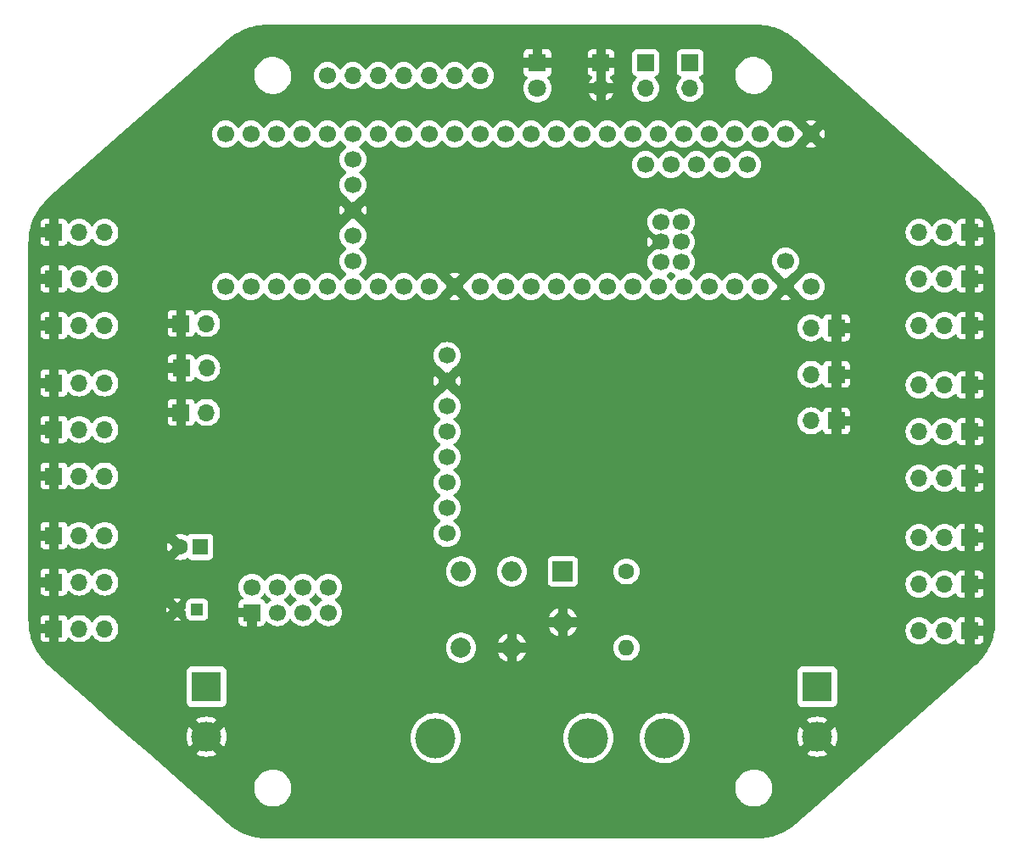
<source format=gbr>
%TF.GenerationSoftware,KiCad,Pcbnew,7.0.8*%
%TF.CreationDate,2025-03-22T19:36:18-04:00*%
%TF.ProjectId,Hexapod PCB KiCad Project,48657861-706f-4642-9050-4342204b6943,rev?*%
%TF.SameCoordinates,Original*%
%TF.FileFunction,Copper,L4,Bot*%
%TF.FilePolarity,Positive*%
%FSLAX46Y46*%
G04 Gerber Fmt 4.6, Leading zero omitted, Abs format (unit mm)*
G04 Created by KiCad (PCBNEW 7.0.8) date 2025-03-22 19:36:18*
%MOMM*%
%LPD*%
G01*
G04 APERTURE LIST*
%TA.AperFunction,ComponentPad*%
%ADD10O,1.600000X1.600000*%
%TD*%
%TA.AperFunction,ComponentPad*%
%ADD11C,1.600000*%
%TD*%
%TA.AperFunction,ComponentPad*%
%ADD12R,1.800000X1.800000*%
%TD*%
%TA.AperFunction,ComponentPad*%
%ADD13C,1.800000*%
%TD*%
%TA.AperFunction,ComponentPad*%
%ADD14R,1.700000X1.700000*%
%TD*%
%TA.AperFunction,ComponentPad*%
%ADD15O,1.700000X1.700000*%
%TD*%
%TA.AperFunction,ComponentPad*%
%ADD16C,1.700000*%
%TD*%
%TA.AperFunction,ComponentPad*%
%ADD17O,2.000000X2.000000*%
%TD*%
%TA.AperFunction,ComponentPad*%
%ADD18R,3.000000X3.000000*%
%TD*%
%TA.AperFunction,ComponentPad*%
%ADD19C,3.000000*%
%TD*%
%TA.AperFunction,ComponentPad*%
%ADD20R,4.000000X4.000000*%
%TD*%
%TA.AperFunction,ComponentPad*%
%ADD21C,4.000000*%
%TD*%
%TA.AperFunction,ComponentPad*%
%ADD22C,1.200000*%
%TD*%
%TA.AperFunction,ComponentPad*%
%ADD23R,1.200000X1.200000*%
%TD*%
%TA.AperFunction,ComponentPad*%
%ADD24R,1.600000X1.600000*%
%TD*%
%TA.AperFunction,ComponentPad*%
%ADD25C,2.000000*%
%TD*%
%TA.AperFunction,ComponentPad*%
%ADD26R,2.000000X2.000000*%
%TD*%
%TA.AperFunction,ViaPad*%
%ADD27C,0.800000*%
%TD*%
G04 APERTURE END LIST*
D10*
%TO.P,R3,2*%
%TO.N,+3.3V*%
X154940000Y-123190000D03*
D11*
%TO.P,R3,1*%
%TO.N,Net-(D2-A)*%
X154940000Y-115570000D03*
%TD*%
D12*
%TO.P,D2,1,K*%
%TO.N,GND*%
X146050000Y-64770000D03*
D13*
%TO.P,D2,2,A*%
%TO.N,Net-(D2-A)*%
X146050000Y-67310000D03*
%TD*%
D14*
%TO.P,B2,1,Pin_1*%
%TO.N,GND*%
X152400000Y-64770000D03*
D15*
%TO.P,B2,2,Pin_2*%
X152400000Y-67310000D03*
%TD*%
D14*
%TO.P,B4,1,Pin_1*%
%TO.N,Teensy VIN*%
X161290000Y-64770000D03*
D15*
%TO.P,B4,2,Pin_2*%
X161290000Y-67310000D03*
%TD*%
D16*
%TO.P,U4,1,VCC*%
%TO.N,+3.3V*%
X137034000Y-94007000D03*
%TO.P,U4,2,GND*%
%TO.N,GND*%
X137034000Y-96547000D03*
%TO.P,U4,3,SCL*%
%TO.N,Gyro SCL*%
X137034000Y-99087000D03*
%TO.P,U4,4,SDA*%
%TO.N,Gyro SDA*%
X137034000Y-101627000D03*
%TO.P,U4,5,XDA*%
%TO.N,unconnected-(U4-XDA-Pad5)*%
X137034000Y-104167000D03*
%TO.P,U4,6,XCL*%
%TO.N,unconnected-(U4-XCL-Pad6)*%
X137034000Y-106707000D03*
%TO.P,U4,7,ADO*%
%TO.N,unconnected-(U4-ADO-Pad7)*%
X137034000Y-109247000D03*
%TO.P,U4,8,INT*%
%TO.N,unconnected-(U4-INT-Pad8)*%
X137034000Y-111787000D03*
%TD*%
D17*
%TO.P,R2,1*%
%TO.N,Battery Voltage Divider*%
X143510000Y-115570000D03*
%TO.P,R2,2*%
%TO.N,GND*%
X143510000Y-123190000D03*
%TD*%
D18*
%TO.P,C4,1*%
%TO.N,+BATT*%
X113030000Y-127080000D03*
D19*
%TO.P,C4,2*%
%TO.N,GND*%
X113030000Y-132080000D03*
%TD*%
D20*
%TO.P,T1,1,1*%
%TO.N,GND*%
X128270000Y-132212500D03*
D21*
%TO.P,T1,2,2*%
%TO.N,Net-(T1-Pad2)*%
X135890000Y-132212500D03*
%TD*%
D16*
%TO.P,B1,1,Pin_1*%
%TO.N,B1*%
X125095000Y-66040000D03*
D15*
%TO.P,B1,2,Pin_2*%
%TO.N,B2*%
X127635000Y-66040000D03*
%TO.P,B1,3,Pin_3*%
%TO.N,B3*%
X130175000Y-66040000D03*
%TO.P,B1,4,Pin_4*%
%TO.N,B4*%
X132715000Y-66040000D03*
%TO.P,B1,5,Pin_5*%
%TO.N,B5*%
X135255000Y-66040000D03*
%TO.P,B1,6,Pin_6*%
%TO.N,B6*%
X137795000Y-66040000D03*
%TO.P,B1,7,Pin_7*%
%TO.N,B7*%
X140335000Y-66040000D03*
%TD*%
D21*
%TO.P,T2,1,1*%
%TO.N,Net-(T1-Pad2)*%
X151130000Y-132212500D03*
%TO.P,T2,2,2*%
%TO.N,+BATT*%
X158750000Y-132212500D03*
%TD*%
D22*
%TO.P,C2,2*%
%TO.N,GND*%
X110097600Y-119380001D03*
D23*
%TO.P,C2,1*%
%TO.N,+3.3V*%
X112097600Y-119380001D03*
%TD*%
D24*
%TO.P,C1,1*%
%TO.N,+3.3V*%
X112395000Y-113125000D03*
D11*
%TO.P,C1,2*%
%TO.N,GND*%
X110395000Y-113125000D03*
%TD*%
D25*
%TO.P,R1,1*%
%TO.N,+BATT*%
X138430000Y-123190000D03*
D17*
%TO.P,R1,2*%
%TO.N,Battery Voltage Divider*%
X138430000Y-115570000D03*
%TD*%
%TO.P,D1,2,A*%
%TO.N,GND*%
X148590000Y-120650000D03*
D26*
%TO.P,D1,1,K*%
%TO.N,Battery Voltage Divider*%
X148590000Y-115570000D03*
%TD*%
D14*
%TO.P,B3,1,Pin_1*%
%TO.N,+3.3V*%
X156845000Y-64765000D03*
D15*
%TO.P,B3,2,Pin_2*%
X156845000Y-67305000D03*
%TD*%
D19*
%TO.P,C3,2*%
%TO.N,GND*%
X173990000Y-132080000D03*
D18*
%TO.P,C3,1*%
%TO.N,+BATT*%
X173990000Y-127080000D03*
%TD*%
D14*
%TO.P,U3,1,GND*%
%TO.N,GND*%
X117565000Y-119680000D03*
D16*
%TO.P,U3,2,VCC*%
%TO.N,+3.3V*%
X117565000Y-117140000D03*
%TO.P,U3,3,CE*%
%TO.N,CE*%
X120105000Y-119680000D03*
%TO.P,U3,4,~{CSN}*%
%TO.N,CSN*%
X120105000Y-117140000D03*
%TO.P,U3,5,SCK*%
%TO.N,SCK*%
X122645000Y-119680000D03*
%TO.P,U3,6,MOSI*%
%TO.N,MOSI*%
X122645000Y-117140000D03*
%TO.P,U3,7,MISO*%
%TO.N,MISO*%
X125185000Y-119680000D03*
%TO.P,U3,8,IRQ*%
%TO.N,unconnected-(U3-IRQ-Pad8)*%
X125185000Y-117140000D03*
%TD*%
%TO.P,U1,VUSB,VUSB*%
%TO.N,unconnected-(U1-PadVUSB)*%
X170815000Y-84580000D03*
%TO.P,U1,VIN,VIN*%
%TO.N,Teensy VIN*%
X173355000Y-87120000D03*
%TO.P,U1,VBAT,VBAT*%
%TO.N,unconnected-(U1-PadVBAT)*%
X127635000Y-74420000D03*
%TO.P,U1,USB_GND2,USB_GND*%
%TO.N,Net-(U1-USB_GND-PadUSB_GND1)*%
X156845000Y-74930000D03*
%TO.P,U1,USB_GND1,USB_GND*%
X159385000Y-74930000D03*
%TO.P,U1,T-,T-*%
%TO.N,unconnected-(U1-PadT-)*%
X160385000Y-80670000D03*
%TO.P,U1,T+,T+*%
%TO.N,unconnected-(U1-PadT+)*%
X158385000Y-80670000D03*
%TO.P,U1,R-,R-*%
%TO.N,unconnected-(U1-PadR-)*%
X158385000Y-84670000D03*
%TO.P,U1,R+,R+*%
%TO.N,unconnected-(U1-PadR+)*%
X160385000Y-84670000D03*
%TO.P,U1,PROGRAM,PROGRAM*%
%TO.N,unconnected-(U1-PadPROGRAM)*%
X127635000Y-82040000D03*
%TO.P,U1,ON/OFF,ON/OFF*%
%TO.N,unconnected-(U1-PadON{slash}OFF)*%
X127635000Y-84580000D03*
%TO.P,U1,LED,LED*%
%TO.N,unconnected-(U1-PadLED)*%
X160385000Y-82670000D03*
%TO.P,U1,GND5,GND*%
%TO.N,GND*%
X158385000Y-82670000D03*
%TO.P,U1,GND4,GND*%
X127635000Y-79500000D03*
%TO.P,U1,GND3,GND*%
X170815000Y-87120000D03*
%TO.P,U1,GND2,GND*%
X137795000Y-87120000D03*
%TO.P,U1,GND1,GND*%
X173355000Y-71880000D03*
%TO.P,U1,D-,D-*%
%TO.N,unconnected-(U1-PadD-)*%
X164465000Y-74930000D03*
%TO.P,U1,D+,D+*%
%TO.N,unconnected-(U1-PadD+)*%
X161925000Y-74930000D03*
%TO.P,U1,41,A17*%
%TO.N,B5*%
X135255000Y-87120000D03*
%TO.P,U1,40,A16*%
%TO.N,B4*%
X132715000Y-87120000D03*
%TO.P,U1,39,A15*%
%TO.N,B3*%
X130175000Y-87120000D03*
%TO.P,U1,38,A14*%
%TO.N,FS3*%
X127635000Y-87120000D03*
%TO.P,U1,37,CS3*%
%TO.N,Leg5 Tibia*%
X125095000Y-87120000D03*
%TO.P,U1,36,CS2*%
%TO.N,Leg4 Coxa*%
X122555000Y-87120000D03*
%TO.P,U1,35,TX8*%
%TO.N,FS2*%
X120015000Y-87120000D03*
%TO.P,U1,34,RX8*%
%TO.N,FS1*%
X117475000Y-87120000D03*
%TO.P,U1,33,MCLK2*%
%TO.N,Leg4 Femur*%
X114935000Y-87120000D03*
%TO.P,U1,32,OUT1B*%
%TO.N,unconnected-(U1-OUT1B-Pad32)*%
X114935000Y-71880000D03*
%TO.P,U1,31,CTX3*%
%TO.N,B1*%
X117475000Y-71880000D03*
%TO.P,U1,30,CRX3*%
%TO.N,B2*%
X120015000Y-71880000D03*
%TO.P,U1,29,TX7*%
%TO.N,Leg6 Tibia*%
X122555000Y-71880000D03*
%TO.P,U1,28,RX7*%
%TO.N,Leg5 Coxa*%
X125095000Y-71880000D03*
%TO.P,U1,27,A13*%
%TO.N,CSN*%
X127635000Y-71880000D03*
%TO.P,U1,26,A12*%
%TO.N,CE*%
X130175000Y-71880000D03*
%TO.P,U1,25,A11*%
%TO.N,Leg5 Femur*%
X132715000Y-71880000D03*
%TO.P,U1,24,A10*%
%TO.N,Leg4 Tibia*%
X135255000Y-71880000D03*
%TO.P,U1,23,A9*%
%TO.N,FS4*%
X165735000Y-87120000D03*
%TO.P,U1,22,A8*%
%TO.N,FS5*%
X163195000Y-87120000D03*
%TO.P,U1,21,A7*%
%TO.N,FS6*%
X160655000Y-87120000D03*
%TO.P,U1,20,A6*%
%TO.N,B7*%
X158115000Y-87120000D03*
%TO.P,U1,19,A5*%
%TO.N,Gyro SCL*%
X155575000Y-87120000D03*
%TO.P,U1,18,A4*%
%TO.N,Gyro SDA*%
X153035000Y-87120000D03*
%TO.P,U1,17,A3*%
%TO.N,B6*%
X150495000Y-87120000D03*
%TO.P,U1,16,A2*%
%TO.N,Battery Voltage Divider*%
X147955000Y-87120000D03*
%TO.P,U1,15,A1*%
%TO.N,Leg6 Coxa*%
X145415000Y-87120000D03*
%TO.P,U1,14,A0*%
%TO.N,Leg6 Femur*%
X142875000Y-87120000D03*
%TO.P,U1,13,SCK*%
%TO.N,SCK*%
X140335000Y-87120000D03*
%TO.P,U1,12,MISO*%
%TO.N,MISO*%
X140335000Y-71880000D03*
%TO.P,U1,11,MOSI*%
%TO.N,MOSI*%
X142875000Y-71880000D03*
%TO.P,U1,10,CS1*%
%TO.N,Leg1 Coxa*%
X145415000Y-71880000D03*
%TO.P,U1,9,OUT1C*%
%TO.N,Leg1 Femur*%
X147955000Y-71880000D03*
%TO.P,U1,8,TX2*%
%TO.N,Leg1 Tibia*%
X150495000Y-71880000D03*
%TO.P,U1,7,RX2*%
%TO.N,Leg2 Coxa*%
X153035000Y-71880000D03*
%TO.P,U1,6,OUT1D*%
%TO.N,Leg2 Femur*%
X155575000Y-71880000D03*
%TO.P,U1,5V,5V*%
%TO.N,+5V*%
X167005000Y-74930000D03*
%TO.P,U1,5,IN2*%
%TO.N,Leg2 Tibia*%
X158115000Y-71880000D03*
%TO.P,U1,4,BCLK2*%
%TO.N,Leg3 Coxa*%
X160655000Y-71880000D03*
%TO.P,U1,3.3V_3,3.3V*%
%TO.N,+3.3V*%
X127635000Y-76960000D03*
%TO.P,U1,3.3V_2,3.3V*%
X168275000Y-87120000D03*
%TO.P,U1,3.3V_1,3.3V*%
X137795000Y-71880000D03*
%TO.P,U1,3,LRCLK2*%
%TO.N,Leg3 Femur*%
X163195000Y-71880000D03*
%TO.P,U1,2,OUT2*%
%TO.N,Leg3 Tibia*%
X165735000Y-71880000D03*
%TO.P,U1,1,TX1*%
%TO.N,unconnected-(U1-TX1-Pad1)*%
X168275000Y-71880000D03*
%TO.P,U1,0,RX1*%
%TO.N,unconnected-(U1-RX1-Pad0)*%
X170815000Y-71880000D03*
%TD*%
D14*
%TO.P,Cox2,1,Pin_1*%
%TO.N,GND*%
X97790000Y-96745001D03*
D15*
%TO.P,Cox2,2,Pin_2*%
%TO.N,+BATT*%
X100330000Y-96745001D03*
%TO.P,Cox2,3,Pin_3*%
%TO.N,Leg5 Coxa*%
X102870000Y-96745001D03*
%TD*%
D14*
%TO.P,Cox6,1,Pin_1*%
%TO.N,GND*%
X189214980Y-121490001D03*
D15*
%TO.P,Cox6,2,Pin_2*%
%TO.N,+BATT*%
X186674980Y-121490001D03*
%TO.P,Cox6,3,Pin_3*%
%TO.N,Leg1 Coxa*%
X184134980Y-121490001D03*
%TD*%
D14*
%TO.P,Tib2,1,Pin_1*%
%TO.N,GND*%
X97790000Y-106045001D03*
D15*
%TO.P,Tib2,2,Pin_2*%
%TO.N,+BATT*%
X100330000Y-106045001D03*
%TO.P,Tib2,3,Pin_3*%
%TO.N,Leg5 Tibia*%
X102870000Y-106045001D03*
%TD*%
D14*
%TO.P,FS4,1,Pin_1*%
%TO.N,GND*%
X175900000Y-91235000D03*
D15*
%TO.P,FS4,2,Pin_2*%
%TO.N,FS4*%
X173360000Y-91235000D03*
%TD*%
D14*
%TO.P,Cox5,1,Pin_1*%
%TO.N,GND*%
X189230001Y-106250000D03*
D15*
%TO.P,Cox5,2,Pin_2*%
%TO.N,+BATT*%
X186690001Y-106250000D03*
%TO.P,Cox5,3,Pin_3*%
%TO.N,Leg2 Coxa*%
X184150001Y-106250000D03*
%TD*%
D14*
%TO.P,Tib1,1,Pin_1*%
%TO.N,GND*%
X97790001Y-91010000D03*
D15*
%TO.P,Tib1,2,Pin_2*%
%TO.N,+BATT*%
X100330001Y-91010000D03*
%TO.P,Tib1,3,Pin_3*%
%TO.N,Leg6 Tibia*%
X102870001Y-91010000D03*
%TD*%
D14*
%TO.P,Fem4,1,Pin_1*%
%TO.N,GND*%
X189230000Y-86360000D03*
D15*
%TO.P,Fem4,2,Pin_2*%
%TO.N,+BATT*%
X186690000Y-86360000D03*
%TO.P,Fem4,3,Pin_3*%
%TO.N,Leg3 Femur*%
X184150000Y-86360000D03*
%TD*%
D14*
%TO.P,Fem3,1,Pin_1*%
%TO.N,GND*%
X97789999Y-116635000D03*
D15*
%TO.P,Fem3,2,Pin_2*%
%TO.N,+BATT*%
X100329999Y-116635000D03*
%TO.P,Fem3,3,Pin_3*%
%TO.N,Leg4 Femur*%
X102869999Y-116635000D03*
%TD*%
D14*
%TO.P,Tib6,1,Pin_1*%
%TO.N,GND*%
X189214997Y-112189999D03*
D15*
%TO.P,Tib6,2,Pin_2*%
%TO.N,+BATT*%
X186674997Y-112189999D03*
%TO.P,Tib6,3,Pin_3*%
%TO.N,Leg1 Tibia*%
X184134997Y-112189999D03*
%TD*%
D14*
%TO.P,Fem5,1,Pin_1*%
%TO.N,GND*%
X189230000Y-101600000D03*
D15*
%TO.P,Fem5,2,Pin_2*%
%TO.N,+BATT*%
X186690000Y-101600000D03*
%TO.P,Fem5,3,Pin_3*%
%TO.N,Leg2 Femur*%
X184150000Y-101600000D03*
%TD*%
D14*
%TO.P,Cox1,1,Pin_1*%
%TO.N,GND*%
X97790001Y-81710000D03*
D15*
%TO.P,Cox1,2,Pin_2*%
%TO.N,+BATT*%
X100330001Y-81710000D03*
%TO.P,Cox1,3,Pin_3*%
%TO.N,Leg6 Coxa*%
X102870001Y-81710000D03*
%TD*%
D14*
%TO.P,FS2,1,Pin_1*%
%TO.N,GND*%
X110495000Y-95250000D03*
D15*
%TO.P,FS2,2,Pin_2*%
%TO.N,FS2*%
X113035000Y-95250000D03*
%TD*%
D14*
%TO.P,FS5,1,Pin_1*%
%TO.N,GND*%
X175900001Y-95885000D03*
D15*
%TO.P,FS5,2,Pin_2*%
%TO.N,FS5*%
X173360001Y-95885000D03*
%TD*%
D14*
%TO.P,Cox4,1,Pin_1*%
%TO.N,GND*%
X189229992Y-91010010D03*
D15*
%TO.P,Cox4,2,Pin_2*%
%TO.N,+BATT*%
X186689992Y-91010010D03*
%TO.P,Cox4,3,Pin_3*%
%TO.N,Leg3 Coxa*%
X184149992Y-91010010D03*
%TD*%
D14*
%TO.P,Fem2,1,Pin_1*%
%TO.N,GND*%
X97790001Y-101395000D03*
D15*
%TO.P,Fem2,2,Pin_2*%
%TO.N,+BATT*%
X100330001Y-101395000D03*
%TO.P,Fem2,3,Pin_3*%
%TO.N,Leg5 Femur*%
X102870001Y-101395000D03*
%TD*%
D14*
%TO.P,Tib5,1,Pin_1*%
%TO.N,GND*%
X189230001Y-96950000D03*
D15*
%TO.P,Tib5,2,Pin_2*%
%TO.N,+BATT*%
X186690001Y-96950000D03*
%TO.P,Tib5,3,Pin_3*%
%TO.N,Leg2 Tibia*%
X184150001Y-96950000D03*
%TD*%
D14*
%TO.P,Fem1,1,Pin_1*%
%TO.N,GND*%
X97790000Y-86360000D03*
D15*
%TO.P,Fem1,2,Pin_2*%
%TO.N,+BATT*%
X100330000Y-86360000D03*
%TO.P,Fem1,3,Pin_3*%
%TO.N,Leg6 Femur*%
X102870000Y-86360000D03*
%TD*%
D14*
%TO.P,Cox3,1,Pin_1*%
%TO.N,GND*%
X97790000Y-111985000D03*
D15*
%TO.P,Cox3,2,Pin_2*%
%TO.N,+BATT*%
X100330000Y-111985000D03*
%TO.P,Cox3,3,Pin_3*%
%TO.N,Leg4 Coxa*%
X102870000Y-111985000D03*
%TD*%
D14*
%TO.P,FS1,1,Pin_1*%
%TO.N,GND*%
X110490000Y-90805000D03*
D15*
%TO.P,FS1,2,Pin_2*%
%TO.N,FS1*%
X113030000Y-90805000D03*
%TD*%
D14*
%TO.P,Tib3,1,Pin_1*%
%TO.N,GND*%
X97790000Y-121285000D03*
D15*
%TO.P,Tib3,2,Pin_2*%
%TO.N,+BATT*%
X100330000Y-121285000D03*
%TO.P,Tib3,3,Pin_3*%
%TO.N,Leg4 Tibia*%
X102870000Y-121285000D03*
%TD*%
D14*
%TO.P,FS3,1,Pin_1*%
%TO.N,GND*%
X110490000Y-99695000D03*
D15*
%TO.P,FS3,2,Pin_2*%
%TO.N,FS3*%
X113030000Y-99695000D03*
%TD*%
%TO.P,FS6,2,Pin_2*%
%TO.N,FS6*%
X173360000Y-100535000D03*
D14*
%TO.P,FS6,1,Pin_1*%
%TO.N,GND*%
X175900000Y-100535000D03*
%TD*%
%TO.P,Fem6,1,Pin_1*%
%TO.N,GND*%
X189215000Y-116840000D03*
D15*
%TO.P,Fem6,2,Pin_2*%
%TO.N,+BATT*%
X186675000Y-116840000D03*
%TO.P,Fem6,3,Pin_3*%
%TO.N,Leg1 Femur*%
X184135000Y-116840000D03*
%TD*%
D14*
%TO.P,Tib4,1,Pin_1*%
%TO.N,GND*%
X189230008Y-81710011D03*
D15*
%TO.P,Tib4,2,Pin_2*%
%TO.N,+BATT*%
X186690008Y-81710011D03*
%TO.P,Tib4,3,Pin_3*%
%TO.N,Leg3 Tibia*%
X184150008Y-81710011D03*
%TD*%
D27*
%TO.N,GND*%
X156856159Y-94964401D03*
X156926000Y-106680000D03*
X156881354Y-91613488D03*
X156845000Y-110490000D03*
%TD*%
%TA.AperFunction,Conductor*%
%TO.N,GND*%
G36*
X131445000Y-135255000D02*
G01*
X125095000Y-135255000D01*
X125095000Y-128905000D01*
X131445000Y-128905000D01*
X131445000Y-135255000D01*
G37*
%TD.AperFunction*%
%TD*%
%TA.AperFunction,Conductor*%
%TO.N,GND*%
G36*
X118008039Y-119199685D02*
G01*
X118053794Y-119252489D01*
X118065000Y-119304000D01*
X118065000Y-119608111D01*
X118024493Y-119470156D01*
X117946761Y-119349202D01*
X117838100Y-119255048D01*
X117707315Y-119195320D01*
X117600763Y-119180000D01*
X117941000Y-119180000D01*
X118008039Y-119199685D01*
G37*
%TD.AperFunction*%
%TA.AperFunction,Conductor*%
G36*
X158993503Y-82571396D02*
G01*
X159026988Y-82632719D01*
X159029016Y-82664587D01*
X159029341Y-82664587D01*
X159029341Y-82669688D01*
X159029352Y-82669861D01*
X159029341Y-82669987D01*
X159029341Y-82670007D01*
X159029352Y-82670133D01*
X159029341Y-82670187D01*
X159029341Y-82675413D01*
X159028290Y-82675413D01*
X159015574Y-82738631D01*
X158993503Y-82768602D01*
X158776569Y-82985535D01*
X158844493Y-82879844D01*
X158885000Y-82741889D01*
X158885000Y-82598111D01*
X158844493Y-82460156D01*
X158776566Y-82354459D01*
X158993503Y-82571396D01*
G37*
%TD.AperFunction*%
%TA.AperFunction,Conductor*%
G36*
X168036308Y-60965017D02*
G01*
X168360657Y-60978047D01*
X168364828Y-60978357D01*
X168562237Y-60999849D01*
X168725967Y-61019674D01*
X168816304Y-61030613D01*
X168819986Y-61031171D01*
X169028221Y-61069223D01*
X169266875Y-61117807D01*
X169270016Y-61118533D01*
X169479783Y-61172775D01*
X169711086Y-61239579D01*
X169919632Y-61309927D01*
X170063028Y-61364146D01*
X170143717Y-61394656D01*
X170201895Y-61419091D01*
X170346642Y-61479887D01*
X170564263Y-61582824D01*
X170757493Y-61680963D01*
X170760268Y-61682465D01*
X170944404Y-61788422D01*
X170971428Y-61803973D01*
X171152240Y-61912908D01*
X171152679Y-61913172D01*
X171155819Y-61915196D01*
X171366750Y-62060273D01*
X171528917Y-62174714D01*
X171532291Y-62177271D01*
X171783198Y-62381343D01*
X171880760Y-62461348D01*
X171880767Y-62461353D01*
X171880922Y-62461480D01*
X171881147Y-62461679D01*
X171881147Y-62461678D01*
X171940697Y-62514241D01*
X171941191Y-62514658D01*
X189737386Y-78217182D01*
X189739024Y-78218627D01*
X189739024Y-78218628D01*
X189739399Y-78218959D01*
X189768050Y-78246273D01*
X189833676Y-78308838D01*
X190084021Y-78549344D01*
X190087146Y-78552575D01*
X190172860Y-78647929D01*
X190227012Y-78708173D01*
X190286003Y-78775344D01*
X190406839Y-78912939D01*
X190409387Y-78916040D01*
X190496469Y-79029379D01*
X190545560Y-79093272D01*
X190699279Y-79301526D01*
X190701323Y-79304470D01*
X190826528Y-79496386D01*
X190959457Y-79712675D01*
X190961017Y-79715361D01*
X191072347Y-79918675D01*
X191186274Y-80145029D01*
X191282541Y-80358355D01*
X191376895Y-80593551D01*
X191455684Y-80811537D01*
X191456667Y-80814483D01*
X191530895Y-81057246D01*
X191591972Y-81278145D01*
X191592827Y-81281625D01*
X191647270Y-81534631D01*
X191690070Y-81754000D01*
X191690717Y-81758011D01*
X191725277Y-82028299D01*
X191749410Y-82236110D01*
X191749768Y-82240636D01*
X191764407Y-82585762D01*
X191769500Y-82717854D01*
X191769500Y-120482388D01*
X191764441Y-120613584D01*
X191749801Y-120959157D01*
X191749442Y-120963687D01*
X191725123Y-121173102D01*
X191690773Y-121441741D01*
X191690126Y-121445751D01*
X191647113Y-121666211D01*
X191592908Y-121918107D01*
X191592053Y-121921588D01*
X191530735Y-122143354D01*
X191456784Y-122385203D01*
X191455802Y-122388149D01*
X191376737Y-122606893D01*
X191282703Y-122841288D01*
X191186120Y-123055312D01*
X191072571Y-123280910D01*
X190960855Y-123484924D01*
X190959296Y-123487610D01*
X190826867Y-123703080D01*
X190701157Y-123895765D01*
X190699113Y-123898709D01*
X190546092Y-124106016D01*
X190539358Y-124114782D01*
X190409237Y-124284133D01*
X190406658Y-124287271D01*
X190227987Y-124490718D01*
X190086979Y-124647580D01*
X190083823Y-124650843D01*
X189838039Y-124886969D01*
X189738901Y-124981479D01*
X173875291Y-138978782D01*
X171881147Y-140738321D01*
X171880772Y-140738652D01*
X171852403Y-140761914D01*
X171785701Y-140816611D01*
X171531938Y-141022981D01*
X171528567Y-141025537D01*
X171368804Y-141138279D01*
X171155384Y-141285066D01*
X171152244Y-141287089D01*
X170972713Y-141395252D01*
X170759797Y-141517770D01*
X170756950Y-141519311D01*
X170565222Y-141616688D01*
X170346010Y-141720378D01*
X170144491Y-141805020D01*
X169918828Y-141890345D01*
X169711733Y-141960205D01*
X169478726Y-142027501D01*
X169270579Y-142081325D01*
X169267425Y-142082054D01*
X169026715Y-142131059D01*
X168820488Y-142168747D01*
X168816795Y-142169307D01*
X168559729Y-142200436D01*
X168365286Y-142221608D01*
X168361064Y-142221922D01*
X168030142Y-142235225D01*
X167911983Y-142239500D01*
X119108627Y-142239500D01*
X118983885Y-142234989D01*
X118659370Y-142221953D01*
X118655147Y-142221639D01*
X118457808Y-142200155D01*
X118203693Y-142169385D01*
X118200001Y-142168825D01*
X117991815Y-142130783D01*
X117753128Y-142082192D01*
X117749974Y-142081463D01*
X117540229Y-142027227D01*
X117426904Y-141994497D01*
X117308909Y-141960419D01*
X117100373Y-141890074D01*
X116876282Y-141805343D01*
X116673363Y-141720115D01*
X116455716Y-141617166D01*
X116262537Y-141519052D01*
X116259704Y-141517518D01*
X116167194Y-141464285D01*
X116048571Y-141396026D01*
X115867319Y-141286826D01*
X115864179Y-141284802D01*
X115653249Y-141139726D01*
X115491081Y-141025284D01*
X115487707Y-141022727D01*
X115236801Y-140818656D01*
X115139069Y-140738512D01*
X115121887Y-140723346D01*
X115121864Y-140723332D01*
X113228254Y-139052500D01*
X111207819Y-137269763D01*
X117785788Y-137269763D01*
X117815414Y-137539013D01*
X117815416Y-137539024D01*
X117883927Y-137801082D01*
X117883929Y-137801088D01*
X117989871Y-138050390D01*
X118061999Y-138168575D01*
X118130980Y-138281605D01*
X118130987Y-138281615D01*
X118304254Y-138489819D01*
X118304260Y-138489824D01*
X118505999Y-138670582D01*
X118731911Y-138820044D01*
X118977177Y-138935020D01*
X118977184Y-138935022D01*
X118977186Y-138935023D01*
X119236558Y-139013057D01*
X119236565Y-139013058D01*
X119236570Y-139013060D01*
X119504562Y-139052500D01*
X119504567Y-139052500D01*
X119707637Y-139052500D01*
X119759134Y-139048730D01*
X119910157Y-139037677D01*
X120022759Y-139012593D01*
X120174547Y-138978782D01*
X120174549Y-138978781D01*
X120174554Y-138978780D01*
X120427559Y-138882014D01*
X120663778Y-138749441D01*
X120878178Y-138583888D01*
X121066187Y-138388881D01*
X121223800Y-138168579D01*
X121297788Y-138024669D01*
X121347650Y-137927690D01*
X121347652Y-137927684D01*
X121347657Y-137927675D01*
X121435119Y-137671305D01*
X121484320Y-137404933D01*
X121489260Y-137269763D01*
X165785787Y-137269763D01*
X165815413Y-137539013D01*
X165815415Y-137539024D01*
X165883926Y-137801082D01*
X165883928Y-137801088D01*
X165989870Y-138050390D01*
X166061998Y-138168575D01*
X166130979Y-138281605D01*
X166130986Y-138281615D01*
X166304253Y-138489819D01*
X166304259Y-138489824D01*
X166505998Y-138670582D01*
X166731910Y-138820044D01*
X166977176Y-138935020D01*
X166977183Y-138935022D01*
X166977185Y-138935023D01*
X167236557Y-139013057D01*
X167236564Y-139013058D01*
X167236569Y-139013060D01*
X167504561Y-139052500D01*
X167504566Y-139052500D01*
X167707636Y-139052500D01*
X167759133Y-139048730D01*
X167910156Y-139037677D01*
X168022758Y-139012593D01*
X168174546Y-138978782D01*
X168174548Y-138978781D01*
X168174553Y-138978780D01*
X168427558Y-138882014D01*
X168663777Y-138749441D01*
X168878177Y-138583888D01*
X169066186Y-138388881D01*
X169223799Y-138168579D01*
X169297787Y-138024669D01*
X169347649Y-137927690D01*
X169347651Y-137927684D01*
X169347656Y-137927675D01*
X169435118Y-137671305D01*
X169484319Y-137404933D01*
X169494212Y-137134235D01*
X169464586Y-136864982D01*
X169396072Y-136602912D01*
X169290130Y-136353610D01*
X169149018Y-136122390D01*
X169059747Y-136015119D01*
X168975746Y-135914180D01*
X168975740Y-135914175D01*
X168774002Y-135733418D01*
X168548092Y-135583957D01*
X168548090Y-135583956D01*
X168302824Y-135468980D01*
X168302819Y-135468978D01*
X168302814Y-135468976D01*
X168043442Y-135390942D01*
X168043428Y-135390939D01*
X167927791Y-135373921D01*
X167775439Y-135351500D01*
X167572369Y-135351500D01*
X167572364Y-135351500D01*
X167369844Y-135366323D01*
X167369831Y-135366325D01*
X167105453Y-135425217D01*
X167105446Y-135425220D01*
X166852439Y-135521987D01*
X166616226Y-135654557D01*
X166401822Y-135820112D01*
X166213822Y-136015109D01*
X166213816Y-136015116D01*
X166056202Y-136235419D01*
X166056199Y-136235424D01*
X165932350Y-136476309D01*
X165932343Y-136476327D01*
X165844884Y-136732685D01*
X165844881Y-136732699D01*
X165795681Y-136999068D01*
X165795680Y-136999075D01*
X165785787Y-137269763D01*
X121489260Y-137269763D01*
X121494213Y-137134235D01*
X121464587Y-136864982D01*
X121396073Y-136602912D01*
X121290131Y-136353610D01*
X121149019Y-136122390D01*
X121059748Y-136015119D01*
X120975747Y-135914180D01*
X120975741Y-135914175D01*
X120774003Y-135733418D01*
X120548093Y-135583957D01*
X120548091Y-135583956D01*
X120302825Y-135468980D01*
X120302820Y-135468978D01*
X120302815Y-135468976D01*
X120043443Y-135390942D01*
X120043429Y-135390939D01*
X119927792Y-135373921D01*
X119775440Y-135351500D01*
X119572370Y-135351500D01*
X119572365Y-135351500D01*
X119369845Y-135366323D01*
X119369832Y-135366325D01*
X119105454Y-135425217D01*
X119105447Y-135425220D01*
X118852440Y-135521987D01*
X118616227Y-135654557D01*
X118401823Y-135820112D01*
X118213823Y-136015109D01*
X118213817Y-136015116D01*
X118056203Y-136235419D01*
X118056200Y-136235424D01*
X117932351Y-136476309D01*
X117932344Y-136476327D01*
X117844885Y-136732685D01*
X117844882Y-136732699D01*
X117795682Y-136999068D01*
X117795681Y-136999075D01*
X117785788Y-137269763D01*
X111207819Y-137269763D01*
X107279567Y-133803658D01*
X112013448Y-133803658D01*
X112197042Y-133903908D01*
X112197041Y-133903908D01*
X112465104Y-134003890D01*
X112744637Y-134064699D01*
X113029999Y-134085109D01*
X113030001Y-134085109D01*
X113315362Y-134064699D01*
X113594895Y-134003890D01*
X113862957Y-133903908D01*
X114046550Y-133803658D01*
X114046550Y-133803657D01*
X113030000Y-132787107D01*
X112013448Y-133803657D01*
X112013448Y-133803658D01*
X107279567Y-133803658D01*
X105326089Y-132080001D01*
X111024891Y-132080001D01*
X111045300Y-132365362D01*
X111106109Y-132644895D01*
X111206091Y-132912958D01*
X111306341Y-133096550D01*
X112251004Y-132151889D01*
X112530000Y-132151889D01*
X112570507Y-132289844D01*
X112648239Y-132410798D01*
X112756900Y-132504952D01*
X112887685Y-132564680D01*
X112994237Y-132580000D01*
X113065763Y-132580000D01*
X113172315Y-132564680D01*
X113303100Y-132504952D01*
X113411761Y-132410798D01*
X113489493Y-132289844D01*
X113530000Y-132151889D01*
X113530000Y-132080000D01*
X113737107Y-132080000D01*
X114753657Y-133096550D01*
X114753658Y-133096550D01*
X114853908Y-132912957D01*
X114953890Y-132644895D01*
X115014699Y-132365362D01*
X115035109Y-132080001D01*
X115035109Y-132079998D01*
X115014699Y-131794637D01*
X114953890Y-131515104D01*
X114853908Y-131247042D01*
X114753657Y-131063448D01*
X113737107Y-132079999D01*
X113737107Y-132080000D01*
X113530000Y-132080000D01*
X113530000Y-132008111D01*
X113489493Y-131870156D01*
X113411761Y-131749202D01*
X113303100Y-131655048D01*
X113172315Y-131595320D01*
X113065763Y-131580000D01*
X112994237Y-131580000D01*
X112887685Y-131595320D01*
X112756900Y-131655048D01*
X112648239Y-131749202D01*
X112570507Y-131870156D01*
X112530000Y-132008111D01*
X112530000Y-132151889D01*
X112251004Y-132151889D01*
X112322893Y-132080000D01*
X111306341Y-131063448D01*
X111306339Y-131063448D01*
X111206094Y-131247035D01*
X111206091Y-131247041D01*
X111106109Y-131515104D01*
X111045300Y-131794637D01*
X111024891Y-132079998D01*
X111024891Y-132080001D01*
X105326089Y-132080001D01*
X103372608Y-130356341D01*
X112013448Y-130356341D01*
X113030000Y-131372893D01*
X113030001Y-131372893D01*
X114046550Y-130356341D01*
X114046550Y-130356340D01*
X113862957Y-130256091D01*
X113862958Y-130256091D01*
X113594895Y-130156109D01*
X113315362Y-130095300D01*
X113030001Y-130074891D01*
X113029999Y-130074891D01*
X112744637Y-130095300D01*
X112465104Y-130156109D01*
X112197041Y-130256091D01*
X112197035Y-130256094D01*
X112013448Y-130356339D01*
X112013448Y-130356341D01*
X103372608Y-130356341D01*
X101413674Y-128627870D01*
X111029500Y-128627870D01*
X111029501Y-128627876D01*
X111035908Y-128687483D01*
X111086202Y-128822328D01*
X111086206Y-128822335D01*
X111172452Y-128937544D01*
X111172455Y-128937547D01*
X111287664Y-129023793D01*
X111287671Y-129023797D01*
X111422517Y-129074091D01*
X111422516Y-129074091D01*
X111429444Y-129074835D01*
X111482127Y-129080500D01*
X114577872Y-129080499D01*
X114637483Y-129074091D01*
X114772331Y-129023796D01*
X114887546Y-128937546D01*
X114911910Y-128905000D01*
X125095000Y-128905000D01*
X125095000Y-135255000D01*
X131445000Y-135255000D01*
X131445000Y-132212505D01*
X133384556Y-132212505D01*
X133404310Y-132526504D01*
X133404311Y-132526511D01*
X133411592Y-132564680D01*
X133454022Y-132787107D01*
X133463270Y-132835583D01*
X133560497Y-133134816D01*
X133560499Y-133134821D01*
X133694461Y-133419503D01*
X133694464Y-133419509D01*
X133863051Y-133685161D01*
X133863054Y-133685165D01*
X134063606Y-133927590D01*
X134063608Y-133927592D01*
X134292968Y-134142976D01*
X134292978Y-134142984D01*
X134547504Y-134327908D01*
X134547509Y-134327910D01*
X134547516Y-134327916D01*
X134823234Y-134479494D01*
X134823239Y-134479496D01*
X134823241Y-134479497D01*
X134823242Y-134479498D01*
X135115771Y-134595318D01*
X135115774Y-134595319D01*
X135351543Y-134655854D01*
X135420527Y-134673566D01*
X135486010Y-134681838D01*
X135732670Y-134712999D01*
X135732679Y-134712999D01*
X135732682Y-134713000D01*
X135732684Y-134713000D01*
X136047316Y-134713000D01*
X136047318Y-134713000D01*
X136047321Y-134712999D01*
X136047329Y-134712999D01*
X136233593Y-134689468D01*
X136359473Y-134673566D01*
X136664225Y-134595319D01*
X136728957Y-134569690D01*
X136956757Y-134479498D01*
X136956758Y-134479497D01*
X136956756Y-134479497D01*
X136956766Y-134479494D01*
X137232484Y-134327916D01*
X137487030Y-134142978D01*
X137716390Y-133927594D01*
X137916947Y-133685163D01*
X138085537Y-133419507D01*
X138219503Y-133134815D01*
X138316731Y-132835579D01*
X138375688Y-132526515D01*
X138377045Y-132504952D01*
X138395444Y-132212505D01*
X148624556Y-132212505D01*
X148644310Y-132526504D01*
X148644311Y-132526511D01*
X148651592Y-132564680D01*
X148694022Y-132787107D01*
X148703270Y-132835583D01*
X148800497Y-133134816D01*
X148800499Y-133134821D01*
X148934461Y-133419503D01*
X148934464Y-133419509D01*
X149103051Y-133685161D01*
X149103054Y-133685165D01*
X149303606Y-133927590D01*
X149303608Y-133927592D01*
X149532968Y-134142976D01*
X149532978Y-134142984D01*
X149787504Y-134327908D01*
X149787509Y-134327910D01*
X149787516Y-134327916D01*
X150063234Y-134479494D01*
X150063239Y-134479496D01*
X150063241Y-134479497D01*
X150063242Y-134479498D01*
X150355771Y-134595318D01*
X150355774Y-134595319D01*
X150591543Y-134655854D01*
X150660527Y-134673566D01*
X150726010Y-134681838D01*
X150972670Y-134712999D01*
X150972679Y-134712999D01*
X150972682Y-134713000D01*
X150972684Y-134713000D01*
X151287316Y-134713000D01*
X151287318Y-134713000D01*
X151287321Y-134712999D01*
X151287329Y-134712999D01*
X151473593Y-134689468D01*
X151599473Y-134673566D01*
X151904225Y-134595319D01*
X151968957Y-134569690D01*
X152196757Y-134479498D01*
X152196758Y-134479497D01*
X152196756Y-134479497D01*
X152196766Y-134479494D01*
X152472484Y-134327916D01*
X152727030Y-134142978D01*
X152956390Y-133927594D01*
X153156947Y-133685163D01*
X153325537Y-133419507D01*
X153459503Y-133134815D01*
X153556731Y-132835579D01*
X153615688Y-132526515D01*
X153617045Y-132504952D01*
X153635444Y-132212505D01*
X156244556Y-132212505D01*
X156264310Y-132526504D01*
X156264311Y-132526511D01*
X156271592Y-132564680D01*
X156314022Y-132787107D01*
X156323270Y-132835583D01*
X156420497Y-133134816D01*
X156420499Y-133134821D01*
X156554461Y-133419503D01*
X156554464Y-133419509D01*
X156723051Y-133685161D01*
X156723054Y-133685165D01*
X156923606Y-133927590D01*
X156923608Y-133927592D01*
X157152968Y-134142976D01*
X157152978Y-134142984D01*
X157407504Y-134327908D01*
X157407509Y-134327910D01*
X157407516Y-134327916D01*
X157683234Y-134479494D01*
X157683239Y-134479496D01*
X157683241Y-134479497D01*
X157683242Y-134479498D01*
X157975771Y-134595318D01*
X157975774Y-134595319D01*
X158211543Y-134655854D01*
X158280527Y-134673566D01*
X158346010Y-134681838D01*
X158592670Y-134712999D01*
X158592679Y-134712999D01*
X158592682Y-134713000D01*
X158592684Y-134713000D01*
X158907316Y-134713000D01*
X158907318Y-134713000D01*
X158907321Y-134712999D01*
X158907329Y-134712999D01*
X159093593Y-134689468D01*
X159219473Y-134673566D01*
X159524225Y-134595319D01*
X159588957Y-134569690D01*
X159816757Y-134479498D01*
X159816758Y-134479497D01*
X159816756Y-134479497D01*
X159816766Y-134479494D01*
X160092484Y-134327916D01*
X160347030Y-134142978D01*
X160576390Y-133927594D01*
X160678919Y-133803658D01*
X172973448Y-133803658D01*
X173157042Y-133903908D01*
X173157041Y-133903908D01*
X173425104Y-134003890D01*
X173704637Y-134064699D01*
X173989999Y-134085109D01*
X173990001Y-134085109D01*
X174275362Y-134064699D01*
X174554895Y-134003890D01*
X174822957Y-133903908D01*
X175006550Y-133803658D01*
X175006550Y-133803657D01*
X173990000Y-132787107D01*
X172973448Y-133803657D01*
X172973448Y-133803658D01*
X160678919Y-133803658D01*
X160776947Y-133685163D01*
X160945537Y-133419507D01*
X161079503Y-133134815D01*
X161176731Y-132835579D01*
X161235688Y-132526515D01*
X161237045Y-132504952D01*
X161255444Y-132212505D01*
X161255444Y-132212494D01*
X161247108Y-132080001D01*
X171984891Y-132080001D01*
X172005300Y-132365362D01*
X172066109Y-132644895D01*
X172166091Y-132912958D01*
X172266341Y-133096550D01*
X173211004Y-132151889D01*
X173490000Y-132151889D01*
X173530507Y-132289844D01*
X173608239Y-132410798D01*
X173716900Y-132504952D01*
X173847685Y-132564680D01*
X173954237Y-132580000D01*
X174025763Y-132580000D01*
X174132315Y-132564680D01*
X174263100Y-132504952D01*
X174371761Y-132410798D01*
X174449493Y-132289844D01*
X174490000Y-132151889D01*
X174490000Y-132080000D01*
X174697107Y-132080000D01*
X175713657Y-133096550D01*
X175713658Y-133096550D01*
X175813908Y-132912957D01*
X175913890Y-132644895D01*
X175974699Y-132365362D01*
X175995109Y-132080001D01*
X175995109Y-132079998D01*
X175974699Y-131794637D01*
X175913890Y-131515104D01*
X175813908Y-131247042D01*
X175713657Y-131063448D01*
X174697107Y-132079999D01*
X174697107Y-132080000D01*
X174490000Y-132080000D01*
X174490000Y-132008111D01*
X174449493Y-131870156D01*
X174371761Y-131749202D01*
X174263100Y-131655048D01*
X174132315Y-131595320D01*
X174025763Y-131580000D01*
X173954237Y-131580000D01*
X173847685Y-131595320D01*
X173716900Y-131655048D01*
X173608239Y-131749202D01*
X173530507Y-131870156D01*
X173490000Y-132008111D01*
X173490000Y-132151889D01*
X173211004Y-132151889D01*
X173282893Y-132080000D01*
X172266341Y-131063448D01*
X172266339Y-131063448D01*
X172166094Y-131247035D01*
X172166091Y-131247041D01*
X172066109Y-131515104D01*
X172005300Y-131794637D01*
X171984891Y-132079998D01*
X171984891Y-132080001D01*
X161247108Y-132080001D01*
X161235689Y-131898495D01*
X161235688Y-131898488D01*
X161235688Y-131898485D01*
X161176731Y-131589421D01*
X161079503Y-131290185D01*
X161059201Y-131247042D01*
X161023695Y-131171587D01*
X160945537Y-131005493D01*
X160776947Y-130739837D01*
X160776945Y-130739834D01*
X160576393Y-130497409D01*
X160576391Y-130497407D01*
X160426171Y-130356341D01*
X172973448Y-130356341D01*
X173990000Y-131372893D01*
X173990001Y-131372893D01*
X175006550Y-130356341D01*
X175006550Y-130356340D01*
X174822957Y-130256091D01*
X174822958Y-130256091D01*
X174554895Y-130156109D01*
X174275362Y-130095300D01*
X173990001Y-130074891D01*
X173989999Y-130074891D01*
X173704637Y-130095300D01*
X173425104Y-130156109D01*
X173157041Y-130256091D01*
X173157035Y-130256094D01*
X172973448Y-130356339D01*
X172973448Y-130356341D01*
X160426171Y-130356341D01*
X160347031Y-130282023D01*
X160347021Y-130282015D01*
X160092495Y-130097091D01*
X160092488Y-130097086D01*
X160092484Y-130097084D01*
X159816766Y-129945506D01*
X159816763Y-129945504D01*
X159816758Y-129945502D01*
X159816757Y-129945501D01*
X159524228Y-129829681D01*
X159524225Y-129829680D01*
X159219476Y-129751434D01*
X159219463Y-129751432D01*
X158907329Y-129712000D01*
X158907318Y-129712000D01*
X158592682Y-129712000D01*
X158592670Y-129712000D01*
X158280536Y-129751432D01*
X158280523Y-129751434D01*
X157975774Y-129829680D01*
X157975771Y-129829681D01*
X157683242Y-129945501D01*
X157683241Y-129945502D01*
X157407516Y-130097084D01*
X157407504Y-130097091D01*
X157152978Y-130282015D01*
X157152968Y-130282023D01*
X156923608Y-130497407D01*
X156923606Y-130497409D01*
X156723054Y-130739834D01*
X156723051Y-130739838D01*
X156554464Y-131005490D01*
X156554461Y-131005496D01*
X156420499Y-131290178D01*
X156420497Y-131290183D01*
X156323270Y-131589416D01*
X156264311Y-131898488D01*
X156264310Y-131898495D01*
X156244556Y-132212494D01*
X156244556Y-132212505D01*
X153635444Y-132212505D01*
X153635444Y-132212494D01*
X153615689Y-131898495D01*
X153615688Y-131898488D01*
X153615688Y-131898485D01*
X153556731Y-131589421D01*
X153459503Y-131290185D01*
X153439201Y-131247042D01*
X153403695Y-131171587D01*
X153325537Y-131005493D01*
X153156947Y-130739837D01*
X153156945Y-130739834D01*
X152956393Y-130497409D01*
X152956391Y-130497407D01*
X152727031Y-130282023D01*
X152727021Y-130282015D01*
X152472495Y-130097091D01*
X152472488Y-130097086D01*
X152472484Y-130097084D01*
X152196766Y-129945506D01*
X152196763Y-129945504D01*
X152196758Y-129945502D01*
X152196757Y-129945501D01*
X151904228Y-129829681D01*
X151904225Y-129829680D01*
X151599476Y-129751434D01*
X151599463Y-129751432D01*
X151287329Y-129712000D01*
X151287318Y-129712000D01*
X150972682Y-129712000D01*
X150972670Y-129712000D01*
X150660536Y-129751432D01*
X150660523Y-129751434D01*
X150355774Y-129829680D01*
X150355771Y-129829681D01*
X150063242Y-129945501D01*
X150063241Y-129945502D01*
X149787516Y-130097084D01*
X149787504Y-130097091D01*
X149532978Y-130282015D01*
X149532968Y-130282023D01*
X149303608Y-130497407D01*
X149303606Y-130497409D01*
X149103054Y-130739834D01*
X149103051Y-130739838D01*
X148934464Y-131005490D01*
X148934461Y-131005496D01*
X148800499Y-131290178D01*
X148800497Y-131290183D01*
X148703270Y-131589416D01*
X148644311Y-131898488D01*
X148644310Y-131898495D01*
X148624556Y-132212494D01*
X148624556Y-132212505D01*
X138395444Y-132212505D01*
X138395444Y-132212494D01*
X138375689Y-131898495D01*
X138375688Y-131898488D01*
X138375688Y-131898485D01*
X138316731Y-131589421D01*
X138219503Y-131290185D01*
X138199201Y-131247042D01*
X138163695Y-131171587D01*
X138085537Y-131005493D01*
X137916947Y-130739837D01*
X137916945Y-130739834D01*
X137716393Y-130497409D01*
X137716391Y-130497407D01*
X137487031Y-130282023D01*
X137487021Y-130282015D01*
X137232495Y-130097091D01*
X137232488Y-130097086D01*
X137232484Y-130097084D01*
X136956766Y-129945506D01*
X136956763Y-129945504D01*
X136956758Y-129945502D01*
X136956757Y-129945501D01*
X136664228Y-129829681D01*
X136664225Y-129829680D01*
X136359476Y-129751434D01*
X136359463Y-129751432D01*
X136047329Y-129712000D01*
X136047318Y-129712000D01*
X135732682Y-129712000D01*
X135732670Y-129712000D01*
X135420536Y-129751432D01*
X135420523Y-129751434D01*
X135115774Y-129829680D01*
X135115771Y-129829681D01*
X134823242Y-129945501D01*
X134823241Y-129945502D01*
X134547516Y-130097084D01*
X134547504Y-130097091D01*
X134292978Y-130282015D01*
X134292968Y-130282023D01*
X134063608Y-130497407D01*
X134063606Y-130497409D01*
X133863054Y-130739834D01*
X133863051Y-130739838D01*
X133694464Y-131005490D01*
X133694461Y-131005496D01*
X133560499Y-131290178D01*
X133560497Y-131290183D01*
X133463270Y-131589416D01*
X133404311Y-131898488D01*
X133404310Y-131898495D01*
X133384556Y-132212494D01*
X133384556Y-132212505D01*
X131445000Y-132212505D01*
X131445000Y-128905000D01*
X125095000Y-128905000D01*
X114911910Y-128905000D01*
X114973796Y-128822331D01*
X115024091Y-128687483D01*
X115030500Y-128627873D01*
X115030500Y-128627870D01*
X171989500Y-128627870D01*
X171989501Y-128627876D01*
X171995908Y-128687483D01*
X172046202Y-128822328D01*
X172046206Y-128822335D01*
X172132452Y-128937544D01*
X172132455Y-128937547D01*
X172247664Y-129023793D01*
X172247671Y-129023797D01*
X172382517Y-129074091D01*
X172382516Y-129074091D01*
X172389444Y-129074835D01*
X172442127Y-129080500D01*
X175537872Y-129080499D01*
X175597483Y-129074091D01*
X175732331Y-129023796D01*
X175847546Y-128937546D01*
X175933796Y-128822331D01*
X175984091Y-128687483D01*
X175990500Y-128627873D01*
X175990499Y-125532128D01*
X175984091Y-125472517D01*
X175933796Y-125337669D01*
X175933795Y-125337668D01*
X175933793Y-125337664D01*
X175847547Y-125222455D01*
X175847544Y-125222452D01*
X175732335Y-125136206D01*
X175732328Y-125136202D01*
X175597482Y-125085908D01*
X175597483Y-125085908D01*
X175537883Y-125079501D01*
X175537881Y-125079500D01*
X175537873Y-125079500D01*
X175537864Y-125079500D01*
X172442129Y-125079500D01*
X172442123Y-125079501D01*
X172382516Y-125085908D01*
X172247671Y-125136202D01*
X172247664Y-125136206D01*
X172132455Y-125222452D01*
X172132452Y-125222455D01*
X172046206Y-125337664D01*
X172046202Y-125337671D01*
X171995908Y-125472517D01*
X171989501Y-125532116D01*
X171989501Y-125532123D01*
X171989500Y-125532135D01*
X171989500Y-128627870D01*
X115030500Y-128627870D01*
X115030499Y-125532128D01*
X115024091Y-125472517D01*
X114973796Y-125337669D01*
X114973795Y-125337668D01*
X114973793Y-125337664D01*
X114887547Y-125222455D01*
X114887544Y-125222452D01*
X114772335Y-125136206D01*
X114772328Y-125136202D01*
X114637482Y-125085908D01*
X114637483Y-125085908D01*
X114577883Y-125079501D01*
X114577881Y-125079500D01*
X114577873Y-125079500D01*
X114577864Y-125079500D01*
X111482129Y-125079500D01*
X111482123Y-125079501D01*
X111422516Y-125085908D01*
X111287671Y-125136202D01*
X111287664Y-125136206D01*
X111172455Y-125222452D01*
X111172452Y-125222455D01*
X111086206Y-125337664D01*
X111086202Y-125337671D01*
X111035908Y-125472517D01*
X111029501Y-125532116D01*
X111029501Y-125532123D01*
X111029500Y-125532135D01*
X111029500Y-128627870D01*
X101413674Y-128627870D01*
X97280601Y-124981041D01*
X97186323Y-124891161D01*
X97141493Y-124848093D01*
X96935977Y-124650654D01*
X96932854Y-124647425D01*
X96797402Y-124496738D01*
X96792987Y-124491826D01*
X96727044Y-124416738D01*
X96613154Y-124287054D01*
X96610617Y-124283966D01*
X96474439Y-124106727D01*
X96320719Y-123898472D01*
X96318675Y-123895528D01*
X96193471Y-123703613D01*
X96060541Y-123487323D01*
X96058981Y-123484637D01*
X95947648Y-123281317D01*
X95901690Y-123190005D01*
X136924357Y-123190005D01*
X136944890Y-123437812D01*
X136944892Y-123437824D01*
X137005936Y-123678881D01*
X137105826Y-123906606D01*
X137241833Y-124114782D01*
X137241836Y-124114785D01*
X137410256Y-124297738D01*
X137606491Y-124450474D01*
X137680855Y-124490718D01*
X137824332Y-124568364D01*
X137825190Y-124568828D01*
X138060386Y-124649571D01*
X138305665Y-124690500D01*
X138554335Y-124690500D01*
X138799614Y-124649571D01*
X139034810Y-124568828D01*
X139253509Y-124450474D01*
X139449744Y-124297738D01*
X139618164Y-124114785D01*
X139754173Y-123906607D01*
X139849186Y-123690000D01*
X142091361Y-123690000D01*
X142186267Y-123906367D01*
X142322232Y-124114478D01*
X142490592Y-124297364D01*
X142490602Y-124297373D01*
X142686762Y-124450051D01*
X142686771Y-124450057D01*
X142905385Y-124568364D01*
X142905388Y-124568366D01*
X143010000Y-124604278D01*
X143010000Y-123690000D01*
X144010000Y-123690000D01*
X144010000Y-124604278D01*
X144114611Y-124568366D01*
X144114614Y-124568364D01*
X144333228Y-124450057D01*
X144333237Y-124450051D01*
X144529397Y-124297373D01*
X144529407Y-124297364D01*
X144697767Y-124114478D01*
X144833732Y-123906367D01*
X144928639Y-123690000D01*
X144010000Y-123690000D01*
X143010000Y-123690000D01*
X142091361Y-123690000D01*
X139849186Y-123690000D01*
X139854063Y-123678881D01*
X139915108Y-123437821D01*
X139915918Y-123428045D01*
X139935643Y-123190005D01*
X139935643Y-123190000D01*
X143105014Y-123190000D01*
X143124835Y-123315148D01*
X143182359Y-123428045D01*
X143271955Y-123517641D01*
X143384852Y-123575165D01*
X143478519Y-123590000D01*
X143541481Y-123590000D01*
X143635148Y-123575165D01*
X143748045Y-123517641D01*
X143837641Y-123428045D01*
X143895165Y-123315148D01*
X143914986Y-123190001D01*
X153634532Y-123190001D01*
X153654364Y-123416686D01*
X153654366Y-123416697D01*
X153713258Y-123636488D01*
X153713261Y-123636497D01*
X153809431Y-123842732D01*
X153809432Y-123842734D01*
X153939954Y-124029141D01*
X154100858Y-124190045D01*
X154100861Y-124190047D01*
X154287266Y-124320568D01*
X154493504Y-124416739D01*
X154713308Y-124475635D01*
X154875230Y-124489801D01*
X154939998Y-124495468D01*
X154940000Y-124495468D01*
X154940002Y-124495468D01*
X154996673Y-124490509D01*
X155166692Y-124475635D01*
X155386496Y-124416739D01*
X155592734Y-124320568D01*
X155779139Y-124190047D01*
X155940047Y-124029139D01*
X156070568Y-123842734D01*
X156166739Y-123636496D01*
X156225635Y-123416692D01*
X156245468Y-123190000D01*
X156245467Y-123189994D01*
X156225635Y-122963313D01*
X156225635Y-122963308D01*
X156166739Y-122743504D01*
X156070568Y-122537266D01*
X155940047Y-122350861D01*
X155940045Y-122350858D01*
X155779141Y-122189954D01*
X155592734Y-122059432D01*
X155592732Y-122059431D01*
X155386497Y-121963261D01*
X155386488Y-121963258D01*
X155166697Y-121904366D01*
X155166693Y-121904365D01*
X155166692Y-121904365D01*
X155166691Y-121904364D01*
X155166686Y-121904364D01*
X154940002Y-121884532D01*
X154939998Y-121884532D01*
X154713313Y-121904364D01*
X154713302Y-121904366D01*
X154493511Y-121963258D01*
X154493502Y-121963261D01*
X154287267Y-122059431D01*
X154287265Y-122059432D01*
X154100858Y-122189954D01*
X153939954Y-122350858D01*
X153809432Y-122537265D01*
X153809431Y-122537267D01*
X153713261Y-122743502D01*
X153713258Y-122743511D01*
X153654366Y-122963302D01*
X153654364Y-122963313D01*
X153634532Y-123189998D01*
X153634532Y-123190001D01*
X143914986Y-123190001D01*
X143914986Y-123190000D01*
X143895165Y-123064852D01*
X143837641Y-122951955D01*
X143748045Y-122862359D01*
X143635148Y-122804835D01*
X143541481Y-122790000D01*
X143478519Y-122790000D01*
X143384852Y-122804835D01*
X143271955Y-122862359D01*
X143182359Y-122951955D01*
X143124835Y-123064852D01*
X143105014Y-123190000D01*
X139935643Y-123190000D01*
X139935643Y-123189994D01*
X139915109Y-122942187D01*
X139915107Y-122942175D01*
X139854063Y-122701118D01*
X139849186Y-122689999D01*
X142091360Y-122689999D01*
X142091361Y-122690000D01*
X143010000Y-122690000D01*
X143010000Y-121775720D01*
X144010000Y-121775720D01*
X144010000Y-122690000D01*
X144928639Y-122690000D01*
X144928639Y-122689999D01*
X144833732Y-122473632D01*
X144697767Y-122265521D01*
X144529407Y-122082635D01*
X144529397Y-122082626D01*
X144333237Y-121929948D01*
X144333228Y-121929942D01*
X144114614Y-121811635D01*
X144114604Y-121811630D01*
X144010000Y-121775720D01*
X143010000Y-121775720D01*
X142905395Y-121811630D01*
X142905385Y-121811635D01*
X142686771Y-121929942D01*
X142686762Y-121929948D01*
X142490602Y-122082626D01*
X142490592Y-122082635D01*
X142322232Y-122265521D01*
X142186267Y-122473632D01*
X142091360Y-122689999D01*
X139849186Y-122689999D01*
X139754173Y-122473393D01*
X139618166Y-122265217D01*
X139596557Y-122241744D01*
X139449744Y-122082262D01*
X139253509Y-121929526D01*
X139253507Y-121929525D01*
X139253506Y-121929524D01*
X139034811Y-121811172D01*
X139034802Y-121811169D01*
X138799616Y-121730429D01*
X138554335Y-121689500D01*
X138305665Y-121689500D01*
X138060383Y-121730429D01*
X137825197Y-121811169D01*
X137825188Y-121811172D01*
X137606493Y-121929524D01*
X137410257Y-122082261D01*
X137410256Y-122082262D01*
X137399452Y-122093997D01*
X137241833Y-122265217D01*
X137105826Y-122473393D01*
X137005936Y-122701118D01*
X136944892Y-122942175D01*
X136944890Y-122942187D01*
X136924357Y-123189994D01*
X136924357Y-123190005D01*
X95901690Y-123190005D01*
X95901686Y-123189998D01*
X95833725Y-123054970D01*
X95737458Y-122841644D01*
X95736799Y-122840001D01*
X95643103Y-122606446D01*
X95634301Y-122582094D01*
X95564308Y-122388445D01*
X95563338Y-122385537D01*
X95489105Y-122142757D01*
X95428023Y-121921844D01*
X95427178Y-121918401D01*
X95398472Y-121785000D01*
X96440000Y-121785000D01*
X96440000Y-122182844D01*
X96446401Y-122242372D01*
X96446403Y-122242379D01*
X96496645Y-122377086D01*
X96496649Y-122377093D01*
X96582809Y-122492187D01*
X96582812Y-122492190D01*
X96697906Y-122578350D01*
X96697913Y-122578354D01*
X96832620Y-122628596D01*
X96832627Y-122628598D01*
X96892155Y-122634999D01*
X96892172Y-122635000D01*
X97290000Y-122635000D01*
X97290000Y-121785000D01*
X96440000Y-121785000D01*
X95398472Y-121785000D01*
X95372729Y-121665368D01*
X95366277Y-121632300D01*
X95329923Y-121445969D01*
X95329281Y-121441987D01*
X95319612Y-121366367D01*
X95318400Y-121356889D01*
X97290000Y-121356889D01*
X97330507Y-121494844D01*
X97408239Y-121615798D01*
X97516900Y-121709952D01*
X97647685Y-121769680D01*
X97754237Y-121785000D01*
X97825763Y-121785000D01*
X97932315Y-121769680D01*
X98063100Y-121709952D01*
X98171761Y-121615798D01*
X98249493Y-121494844D01*
X98290000Y-121356889D01*
X98290000Y-122635000D01*
X98687828Y-122635000D01*
X98687844Y-122634999D01*
X98747372Y-122628598D01*
X98747379Y-122628596D01*
X98882086Y-122578354D01*
X98882093Y-122578350D01*
X98997187Y-122492190D01*
X98997190Y-122492187D01*
X99083350Y-122377093D01*
X99083354Y-122377086D01*
X99132422Y-122245529D01*
X99174293Y-122189595D01*
X99239757Y-122165178D01*
X99308030Y-122180030D01*
X99336285Y-122201181D01*
X99458599Y-122323495D01*
X99512729Y-122361397D01*
X99652165Y-122459032D01*
X99652167Y-122459033D01*
X99652170Y-122459035D01*
X99866337Y-122558903D01*
X100094592Y-122620063D01*
X100265319Y-122635000D01*
X100329999Y-122640659D01*
X100330000Y-122640659D01*
X100330001Y-122640659D01*
X100394681Y-122635000D01*
X100565408Y-122620063D01*
X100793663Y-122558903D01*
X101007830Y-122459035D01*
X101201401Y-122323495D01*
X101368495Y-122156401D01*
X101498425Y-121970842D01*
X101553002Y-121927217D01*
X101622500Y-121920023D01*
X101684855Y-121951546D01*
X101701575Y-121970842D01*
X101831500Y-122156395D01*
X101831505Y-122156401D01*
X101998599Y-122323495D01*
X102052729Y-122361397D01*
X102192165Y-122459032D01*
X102192167Y-122459033D01*
X102192170Y-122459035D01*
X102406337Y-122558903D01*
X102634592Y-122620063D01*
X102805319Y-122635000D01*
X102869999Y-122640659D01*
X102870000Y-122640659D01*
X102870001Y-122640659D01*
X102934681Y-122635000D01*
X103105408Y-122620063D01*
X103333663Y-122558903D01*
X103547830Y-122459035D01*
X103741401Y-122323495D01*
X103908495Y-122156401D01*
X104044035Y-121962830D01*
X104143903Y-121748663D01*
X104205063Y-121520408D01*
X104225659Y-121285000D01*
X104213848Y-121150000D01*
X147171361Y-121150000D01*
X147266267Y-121366367D01*
X147402232Y-121574478D01*
X147570592Y-121757364D01*
X147570602Y-121757373D01*
X147766762Y-121910051D01*
X147766771Y-121910057D01*
X147985385Y-122028364D01*
X147985388Y-122028366D01*
X148090000Y-122064278D01*
X148090000Y-121150000D01*
X149090000Y-121150000D01*
X149090000Y-122064278D01*
X149194611Y-122028366D01*
X149194614Y-122028364D01*
X149413228Y-121910057D01*
X149413237Y-121910051D01*
X149609397Y-121757373D01*
X149609407Y-121757364D01*
X149777767Y-121574478D01*
X149832958Y-121490001D01*
X182779321Y-121490001D01*
X182799916Y-121725404D01*
X182799918Y-121725414D01*
X182861074Y-121953656D01*
X182861076Y-121953660D01*
X182861077Y-121953664D01*
X182921245Y-122082694D01*
X182960945Y-122167831D01*
X182960947Y-122167835D01*
X183055489Y-122302854D01*
X183096485Y-122361402D01*
X183263579Y-122528496D01*
X183307002Y-122558901D01*
X183457145Y-122664033D01*
X183457147Y-122664034D01*
X183457150Y-122664036D01*
X183671317Y-122763904D01*
X183899572Y-122825064D01*
X184070299Y-122840001D01*
X184134979Y-122845660D01*
X184134980Y-122845660D01*
X184134981Y-122845660D01*
X184199661Y-122840001D01*
X184370388Y-122825064D01*
X184598643Y-122763904D01*
X184812810Y-122664036D01*
X185006381Y-122528496D01*
X185173475Y-122361402D01*
X185303405Y-122175843D01*
X185357982Y-122132218D01*
X185427480Y-122125024D01*
X185489835Y-122156547D01*
X185506555Y-122175843D01*
X185636480Y-122361396D01*
X185636485Y-122361402D01*
X185803579Y-122528496D01*
X185847002Y-122558901D01*
X185997145Y-122664033D01*
X185997147Y-122664034D01*
X185997150Y-122664036D01*
X186211317Y-122763904D01*
X186439572Y-122825064D01*
X186610299Y-122840001D01*
X186674979Y-122845660D01*
X186674980Y-122845660D01*
X186674981Y-122845660D01*
X186739661Y-122840001D01*
X186910388Y-122825064D01*
X187138643Y-122763904D01*
X187352810Y-122664036D01*
X187546381Y-122528496D01*
X187668697Y-122406179D01*
X187730016Y-122372697D01*
X187799708Y-122377681D01*
X187855642Y-122419552D01*
X187872557Y-122450529D01*
X187921626Y-122582089D01*
X187921629Y-122582094D01*
X188007789Y-122697188D01*
X188007792Y-122697191D01*
X188122886Y-122783351D01*
X188122893Y-122783355D01*
X188257600Y-122833597D01*
X188257607Y-122833599D01*
X188317135Y-122840000D01*
X188317152Y-122840001D01*
X188714980Y-122840001D01*
X188714980Y-121561890D01*
X188755487Y-121699845D01*
X188833219Y-121820799D01*
X188941880Y-121914953D01*
X189072665Y-121974681D01*
X189179217Y-121990001D01*
X189250743Y-121990001D01*
X189714980Y-121990001D01*
X189714980Y-122840001D01*
X190112808Y-122840001D01*
X190112824Y-122840000D01*
X190172352Y-122833599D01*
X190172359Y-122833597D01*
X190307066Y-122783355D01*
X190307073Y-122783351D01*
X190422167Y-122697191D01*
X190422170Y-122697188D01*
X190508330Y-122582094D01*
X190508334Y-122582087D01*
X190558576Y-122447380D01*
X190558578Y-122447373D01*
X190564979Y-122387845D01*
X190564980Y-122387828D01*
X190564980Y-121990001D01*
X189714980Y-121990001D01*
X189250743Y-121990001D01*
X189357295Y-121974681D01*
X189488080Y-121914953D01*
X189596741Y-121820799D01*
X189674473Y-121699845D01*
X189714980Y-121561890D01*
X189714980Y-121418112D01*
X189674473Y-121280157D01*
X189596741Y-121159203D01*
X189488080Y-121065049D01*
X189357295Y-121005321D01*
X189250743Y-120990001D01*
X189179217Y-120990001D01*
X189072665Y-121005321D01*
X188941880Y-121065049D01*
X188833219Y-121159203D01*
X188755487Y-121280157D01*
X188714980Y-121418112D01*
X188714980Y-120140001D01*
X189714980Y-120140001D01*
X189714980Y-120990001D01*
X190564980Y-120990001D01*
X190564980Y-120592173D01*
X190564979Y-120592156D01*
X190558578Y-120532628D01*
X190558576Y-120532621D01*
X190508334Y-120397914D01*
X190508330Y-120397907D01*
X190422170Y-120282813D01*
X190422167Y-120282810D01*
X190307073Y-120196650D01*
X190307066Y-120196646D01*
X190172359Y-120146404D01*
X190172352Y-120146402D01*
X190112824Y-120140001D01*
X189714980Y-120140001D01*
X188714980Y-120140001D01*
X188317135Y-120140001D01*
X188257607Y-120146402D01*
X188257600Y-120146404D01*
X188122893Y-120196646D01*
X188122886Y-120196650D01*
X188007792Y-120282810D01*
X188007789Y-120282813D01*
X187921629Y-120397907D01*
X187921625Y-120397914D01*
X187872558Y-120529471D01*
X187830687Y-120585405D01*
X187765222Y-120609822D01*
X187696949Y-120594970D01*
X187668695Y-120573820D01*
X187619727Y-120524852D01*
X187546381Y-120451506D01*
X187546377Y-120451503D01*
X187546376Y-120451502D01*
X187352814Y-120315968D01*
X187352810Y-120315966D01*
X187281707Y-120282810D01*
X187138643Y-120216098D01*
X187138639Y-120216097D01*
X187138635Y-120216095D01*
X186910393Y-120154939D01*
X186910383Y-120154937D01*
X186674981Y-120134342D01*
X186674979Y-120134342D01*
X186439576Y-120154937D01*
X186439566Y-120154939D01*
X186211324Y-120216095D01*
X186211315Y-120216099D01*
X185997151Y-120315965D01*
X185997149Y-120315966D01*
X185803577Y-120451506D01*
X185636485Y-120618598D01*
X185506555Y-120804159D01*
X185451978Y-120847784D01*
X185382480Y-120854978D01*
X185320125Y-120823455D01*
X185303405Y-120804159D01*
X185173474Y-120618598D01*
X185006382Y-120451507D01*
X185006375Y-120451502D01*
X184993577Y-120442541D01*
X184952244Y-120413599D01*
X184812814Y-120315968D01*
X184812810Y-120315966D01*
X184741707Y-120282810D01*
X184598643Y-120216098D01*
X184598639Y-120216097D01*
X184598635Y-120216095D01*
X184370393Y-120154939D01*
X184370383Y-120154937D01*
X184134981Y-120134342D01*
X184134979Y-120134342D01*
X183899576Y-120154937D01*
X183899566Y-120154939D01*
X183671324Y-120216095D01*
X183671315Y-120216099D01*
X183457151Y-120315965D01*
X183457149Y-120315966D01*
X183263577Y-120451506D01*
X183096485Y-120618598D01*
X182960945Y-120812170D01*
X182960944Y-120812172D01*
X182861078Y-121026336D01*
X182861074Y-121026345D01*
X182799918Y-121254587D01*
X182799916Y-121254597D01*
X182779321Y-121490000D01*
X182779321Y-121490001D01*
X149832958Y-121490001D01*
X149913732Y-121366367D01*
X150008639Y-121150000D01*
X149090000Y-121150000D01*
X148090000Y-121150000D01*
X147171361Y-121150000D01*
X104213848Y-121150000D01*
X104205063Y-121049592D01*
X104152664Y-120854034D01*
X104143905Y-120821344D01*
X104143904Y-120821343D01*
X104143903Y-120821337D01*
X104044035Y-120607171D01*
X104038425Y-120599158D01*
X103918376Y-120427710D01*
X109756996Y-120427710D01*
X109795277Y-120442540D01*
X109995672Y-120480001D01*
X110199528Y-120480001D01*
X110399918Y-120442541D01*
X110438202Y-120427709D01*
X110097601Y-120087108D01*
X110097600Y-120087108D01*
X109756996Y-120427710D01*
X103918376Y-120427710D01*
X103908494Y-120413597D01*
X103741402Y-120246506D01*
X103741395Y-120246501D01*
X103547834Y-120110967D01*
X103547830Y-120110965D01*
X103497473Y-120087483D01*
X103333663Y-120011097D01*
X103333659Y-120011096D01*
X103333655Y-120011094D01*
X103105413Y-119949938D01*
X103105403Y-119949936D01*
X102870001Y-119929341D01*
X102869999Y-119929341D01*
X102634596Y-119949936D01*
X102634586Y-119949938D01*
X102406344Y-120011094D01*
X102406335Y-120011098D01*
X102192171Y-120110964D01*
X102192169Y-120110965D01*
X101998597Y-120246505D01*
X101831505Y-120413597D01*
X101701575Y-120599158D01*
X101646998Y-120642783D01*
X101577500Y-120649977D01*
X101515145Y-120618454D01*
X101498425Y-120599158D01*
X101368494Y-120413597D01*
X101201402Y-120246506D01*
X101201395Y-120246501D01*
X101007834Y-120110967D01*
X101007830Y-120110965D01*
X100957473Y-120087483D01*
X100793663Y-120011097D01*
X100793659Y-120011096D01*
X100793655Y-120011094D01*
X100565413Y-119949938D01*
X100565403Y-119949936D01*
X100330001Y-119929341D01*
X100329999Y-119929341D01*
X100094596Y-119949936D01*
X100094586Y-119949938D01*
X99866344Y-120011094D01*
X99866335Y-120011098D01*
X99652171Y-120110964D01*
X99652169Y-120110965D01*
X99458600Y-120246503D01*
X99336284Y-120368819D01*
X99274961Y-120402303D01*
X99205269Y-120397319D01*
X99149336Y-120355447D01*
X99132421Y-120324470D01*
X99083354Y-120192913D01*
X99083350Y-120192906D01*
X98997190Y-120077812D01*
X98997187Y-120077809D01*
X98882093Y-119991649D01*
X98882086Y-119991645D01*
X98747379Y-119941403D01*
X98747372Y-119941401D01*
X98687844Y-119935000D01*
X98290000Y-119935000D01*
X98290000Y-121213111D01*
X98249493Y-121075156D01*
X98171761Y-120954202D01*
X98063100Y-120860048D01*
X97932315Y-120800320D01*
X97825763Y-120785000D01*
X97754237Y-120785000D01*
X97647685Y-120800320D01*
X97516900Y-120860048D01*
X97408239Y-120954202D01*
X97330507Y-121075156D01*
X97290000Y-121213111D01*
X97290000Y-121356889D01*
X95318400Y-121356889D01*
X95294730Y-121171773D01*
X95270584Y-120963849D01*
X95270231Y-120959378D01*
X95262834Y-120785000D01*
X96440000Y-120785000D01*
X97290000Y-120785000D01*
X97290000Y-119935000D01*
X96892155Y-119935000D01*
X96832627Y-119941401D01*
X96832620Y-119941403D01*
X96697913Y-119991645D01*
X96697906Y-119991649D01*
X96582812Y-120077809D01*
X96582809Y-120077812D01*
X96496649Y-120192906D01*
X96496645Y-120192913D01*
X96446403Y-120327620D01*
X96446401Y-120327627D01*
X96440000Y-120387155D01*
X96440000Y-120785000D01*
X95262834Y-120785000D01*
X95255601Y-120614474D01*
X95250509Y-120482388D01*
X95250500Y-120482152D01*
X95250500Y-119380001D01*
X108992887Y-119380001D01*
X109011696Y-119582990D01*
X109011697Y-119582993D01*
X109050637Y-119719854D01*
X109390493Y-119380001D01*
X109362333Y-119351841D01*
X109793705Y-119351841D01*
X109804054Y-119463522D01*
X109854048Y-119563923D01*
X109936934Y-119639485D01*
X110041520Y-119680001D01*
X110125402Y-119680001D01*
X110207850Y-119664589D01*
X110303210Y-119605544D01*
X110370801Y-119516039D01*
X110401495Y-119408161D01*
X110398886Y-119380001D01*
X110804707Y-119380001D01*
X110960781Y-119536075D01*
X110994266Y-119597398D01*
X110997100Y-119623756D01*
X110997100Y-120027871D01*
X110997101Y-120027877D01*
X111003508Y-120087484D01*
X111053802Y-120222329D01*
X111053806Y-120222336D01*
X111140052Y-120337545D01*
X111140055Y-120337548D01*
X111255264Y-120423794D01*
X111255271Y-120423798D01*
X111390117Y-120474092D01*
X111390116Y-120474092D01*
X111397044Y-120474836D01*
X111449727Y-120480501D01*
X112745472Y-120480500D01*
X112805083Y-120474092D01*
X112939931Y-120423797D01*
X113055146Y-120337547D01*
X113141396Y-120222332D01*
X113157185Y-120180000D01*
X116215000Y-120180000D01*
X116215000Y-120577844D01*
X116221401Y-120637372D01*
X116221403Y-120637379D01*
X116271645Y-120772086D01*
X116271649Y-120772093D01*
X116357809Y-120887187D01*
X116357812Y-120887190D01*
X116472906Y-120973350D01*
X116472913Y-120973354D01*
X116607620Y-121023596D01*
X116607627Y-121023598D01*
X116667155Y-121029999D01*
X116667172Y-121030000D01*
X117065000Y-121030000D01*
X117065000Y-120180000D01*
X116215000Y-120180000D01*
X113157185Y-120180000D01*
X113191691Y-120087484D01*
X113198100Y-120027874D01*
X113198099Y-118732129D01*
X113192899Y-118683758D01*
X113191691Y-118672517D01*
X113141397Y-118537672D01*
X113141393Y-118537665D01*
X113055147Y-118422456D01*
X113055144Y-118422453D01*
X112939935Y-118336207D01*
X112939928Y-118336203D01*
X112805082Y-118285909D01*
X112805083Y-118285909D01*
X112745483Y-118279502D01*
X112745481Y-118279501D01*
X112745473Y-118279501D01*
X112745464Y-118279501D01*
X111449729Y-118279501D01*
X111449723Y-118279502D01*
X111390116Y-118285909D01*
X111255271Y-118336203D01*
X111255264Y-118336207D01*
X111140055Y-118422453D01*
X111140052Y-118422456D01*
X111053806Y-118537665D01*
X111053802Y-118537672D01*
X111003508Y-118672518D01*
X110997101Y-118732117D01*
X110997101Y-118732124D01*
X110997100Y-118732136D01*
X110997100Y-119136245D01*
X110977415Y-119203284D01*
X110960781Y-119223926D01*
X110804707Y-119380000D01*
X110804707Y-119380001D01*
X110398886Y-119380001D01*
X110391146Y-119296480D01*
X110341152Y-119196079D01*
X110258266Y-119120517D01*
X110153680Y-119080001D01*
X110069798Y-119080001D01*
X109987350Y-119095413D01*
X109891990Y-119154458D01*
X109824399Y-119243963D01*
X109793705Y-119351841D01*
X109362333Y-119351841D01*
X109050637Y-119040145D01*
X109011696Y-119177013D01*
X108992887Y-119380000D01*
X108992887Y-119380001D01*
X95250500Y-119380001D01*
X95250500Y-118332291D01*
X109756997Y-118332291D01*
X110097600Y-118672894D01*
X110097601Y-118672894D01*
X110438202Y-118332291D01*
X110399921Y-118317461D01*
X110399916Y-118317460D01*
X110199528Y-118280001D01*
X109995672Y-118280001D01*
X109795276Y-118317461D01*
X109756997Y-118332290D01*
X109756997Y-118332291D01*
X95250500Y-118332291D01*
X95250500Y-117135000D01*
X96439999Y-117135000D01*
X96439999Y-117532844D01*
X96446400Y-117592372D01*
X96446402Y-117592379D01*
X96496644Y-117727086D01*
X96496648Y-117727093D01*
X96582808Y-117842187D01*
X96582811Y-117842190D01*
X96697905Y-117928350D01*
X96697912Y-117928354D01*
X96832619Y-117978596D01*
X96832626Y-117978598D01*
X96892154Y-117984999D01*
X96892171Y-117985000D01*
X97289999Y-117985000D01*
X97289999Y-117135000D01*
X96439999Y-117135000D01*
X95250500Y-117135000D01*
X95250500Y-116706889D01*
X97289999Y-116706889D01*
X97330506Y-116844844D01*
X97408238Y-116965798D01*
X97516899Y-117059952D01*
X97647684Y-117119680D01*
X97754236Y-117135000D01*
X97825762Y-117135000D01*
X97932314Y-117119680D01*
X98063099Y-117059952D01*
X98171760Y-116965798D01*
X98249492Y-116844844D01*
X98289999Y-116706889D01*
X98289999Y-117985000D01*
X98687827Y-117985000D01*
X98687843Y-117984999D01*
X98747371Y-117978598D01*
X98747378Y-117978596D01*
X98882085Y-117928354D01*
X98882092Y-117928350D01*
X98997186Y-117842190D01*
X98997189Y-117842187D01*
X99083349Y-117727093D01*
X99083353Y-117727086D01*
X99132421Y-117595529D01*
X99174292Y-117539595D01*
X99239756Y-117515178D01*
X99308029Y-117530030D01*
X99336284Y-117551181D01*
X99458598Y-117673495D01*
X99512735Y-117711402D01*
X99652164Y-117809032D01*
X99652166Y-117809033D01*
X99652169Y-117809035D01*
X99866336Y-117908903D01*
X100094591Y-117970063D01*
X100265318Y-117985000D01*
X100329998Y-117990659D01*
X100329999Y-117990659D01*
X100330000Y-117990659D01*
X100394680Y-117985000D01*
X100565407Y-117970063D01*
X100793662Y-117908903D01*
X101007829Y-117809035D01*
X101201400Y-117673495D01*
X101368494Y-117506401D01*
X101498424Y-117320842D01*
X101553001Y-117277217D01*
X101622499Y-117270023D01*
X101684854Y-117301546D01*
X101701574Y-117320842D01*
X101831499Y-117506395D01*
X101831504Y-117506401D01*
X101998598Y-117673495D01*
X102052735Y-117711402D01*
X102192164Y-117809032D01*
X102192166Y-117809033D01*
X102192169Y-117809035D01*
X102406336Y-117908903D01*
X102634591Y-117970063D01*
X102805318Y-117985000D01*
X102869998Y-117990659D01*
X102869999Y-117990659D01*
X102870000Y-117990659D01*
X102934680Y-117985000D01*
X103105407Y-117970063D01*
X103333662Y-117908903D01*
X103547829Y-117809035D01*
X103741400Y-117673495D01*
X103908494Y-117506401D01*
X104044034Y-117312830D01*
X104124626Y-117140000D01*
X116209341Y-117140000D01*
X116229936Y-117375403D01*
X116229938Y-117375413D01*
X116291094Y-117603655D01*
X116291096Y-117603659D01*
X116291097Y-117603663D01*
X116341334Y-117711396D01*
X116390965Y-117817830D01*
X116390967Y-117817834D01*
X116454735Y-117908903D01*
X116526501Y-118011396D01*
X116526506Y-118011402D01*
X116648818Y-118133714D01*
X116682303Y-118195037D01*
X116677319Y-118264729D01*
X116635447Y-118320662D01*
X116604471Y-118337577D01*
X116472912Y-118386646D01*
X116472906Y-118386649D01*
X116357812Y-118472809D01*
X116357809Y-118472812D01*
X116271649Y-118587906D01*
X116271645Y-118587913D01*
X116221403Y-118722620D01*
X116221401Y-118722627D01*
X116215000Y-118782155D01*
X116215000Y-119180000D01*
X117529237Y-119180000D01*
X117422685Y-119195320D01*
X117291900Y-119255048D01*
X117183239Y-119349202D01*
X117105507Y-119470156D01*
X117065000Y-119608111D01*
X117065000Y-119751889D01*
X117105507Y-119889844D01*
X117183239Y-120010798D01*
X117291900Y-120104952D01*
X117422685Y-120164680D01*
X117529237Y-120180000D01*
X117600763Y-120180000D01*
X117707315Y-120164680D01*
X117838100Y-120104952D01*
X117946761Y-120010798D01*
X118024493Y-119889844D01*
X118065000Y-119751889D01*
X118065000Y-121030000D01*
X118462828Y-121030000D01*
X118462844Y-121029999D01*
X118522372Y-121023598D01*
X118522379Y-121023596D01*
X118657086Y-120973354D01*
X118657093Y-120973350D01*
X118772187Y-120887190D01*
X118772190Y-120887187D01*
X118858350Y-120772093D01*
X118858354Y-120772086D01*
X118907422Y-120640529D01*
X118949293Y-120584595D01*
X119014757Y-120560178D01*
X119083030Y-120575030D01*
X119111285Y-120596181D01*
X119233599Y-120718495D01*
X119310135Y-120772086D01*
X119427165Y-120854032D01*
X119427167Y-120854033D01*
X119427170Y-120854035D01*
X119641337Y-120953903D01*
X119641343Y-120953904D01*
X119641344Y-120953905D01*
X119660945Y-120959157D01*
X119869592Y-121015063D01*
X120040319Y-121030000D01*
X120104999Y-121035659D01*
X120105000Y-121035659D01*
X120105001Y-121035659D01*
X120169681Y-121030000D01*
X120340408Y-121015063D01*
X120568663Y-120953903D01*
X120782830Y-120854035D01*
X120976401Y-120718495D01*
X121143495Y-120551401D01*
X121273425Y-120365842D01*
X121328002Y-120322217D01*
X121397500Y-120315023D01*
X121459855Y-120346546D01*
X121476575Y-120365842D01*
X121606500Y-120551395D01*
X121606505Y-120551401D01*
X121773599Y-120718495D01*
X121850135Y-120772086D01*
X121967165Y-120854032D01*
X121967167Y-120854033D01*
X121967170Y-120854035D01*
X122181337Y-120953903D01*
X122181343Y-120953904D01*
X122181344Y-120953905D01*
X122200945Y-120959157D01*
X122409592Y-121015063D01*
X122580319Y-121030000D01*
X122644999Y-121035659D01*
X122645000Y-121035659D01*
X122645001Y-121035659D01*
X122709681Y-121030000D01*
X122880408Y-121015063D01*
X123108663Y-120953903D01*
X123322830Y-120854035D01*
X123516401Y-120718495D01*
X123683495Y-120551401D01*
X123813425Y-120365842D01*
X123868002Y-120322217D01*
X123937500Y-120315023D01*
X123999855Y-120346546D01*
X124016575Y-120365842D01*
X124146500Y-120551395D01*
X124146505Y-120551401D01*
X124313599Y-120718495D01*
X124390135Y-120772086D01*
X124507165Y-120854032D01*
X124507167Y-120854033D01*
X124507170Y-120854035D01*
X124721337Y-120953903D01*
X124721343Y-120953904D01*
X124721344Y-120953905D01*
X124740945Y-120959157D01*
X124949592Y-121015063D01*
X125120319Y-121030000D01*
X125184999Y-121035659D01*
X125185000Y-121035659D01*
X125185001Y-121035659D01*
X125249681Y-121030000D01*
X125420408Y-121015063D01*
X125648663Y-120953903D01*
X125862830Y-120854035D01*
X126056401Y-120718495D01*
X126124896Y-120650000D01*
X148185014Y-120650000D01*
X148204835Y-120775148D01*
X148262359Y-120888045D01*
X148351955Y-120977641D01*
X148464852Y-121035165D01*
X148558519Y-121050000D01*
X148621481Y-121050000D01*
X148715148Y-121035165D01*
X148828045Y-120977641D01*
X148917641Y-120888045D01*
X148975165Y-120775148D01*
X148994986Y-120650000D01*
X148975165Y-120524852D01*
X148917641Y-120411955D01*
X148828045Y-120322359D01*
X148715148Y-120264835D01*
X148621481Y-120250000D01*
X148558519Y-120250000D01*
X148464852Y-120264835D01*
X148351955Y-120322359D01*
X148262359Y-120411955D01*
X148204835Y-120524852D01*
X148185014Y-120650000D01*
X126124896Y-120650000D01*
X126223495Y-120551401D01*
X126359035Y-120357830D01*
X126455948Y-120149999D01*
X147171360Y-120149999D01*
X147171361Y-120150000D01*
X148090000Y-120150000D01*
X148090000Y-119235720D01*
X149090000Y-119235720D01*
X149090000Y-120150000D01*
X150008639Y-120150000D01*
X150008639Y-120149999D01*
X149913732Y-119933632D01*
X149777767Y-119725521D01*
X149609407Y-119542635D01*
X149609397Y-119542626D01*
X149413237Y-119389948D01*
X149413228Y-119389942D01*
X149194614Y-119271635D01*
X149194604Y-119271630D01*
X149090000Y-119235720D01*
X148090000Y-119235720D01*
X147985395Y-119271630D01*
X147985385Y-119271635D01*
X147766771Y-119389942D01*
X147766762Y-119389948D01*
X147570602Y-119542626D01*
X147570592Y-119542635D01*
X147402232Y-119725521D01*
X147266267Y-119933632D01*
X147171360Y-120149999D01*
X126455948Y-120149999D01*
X126458903Y-120143663D01*
X126520063Y-119915408D01*
X126540659Y-119680000D01*
X126520063Y-119444592D01*
X126464097Y-119235720D01*
X126458905Y-119216344D01*
X126458904Y-119216343D01*
X126458903Y-119216337D01*
X126359035Y-119002171D01*
X126353425Y-118994158D01*
X126223494Y-118808597D01*
X126056402Y-118641506D01*
X126056396Y-118641501D01*
X125870842Y-118511575D01*
X125827217Y-118456998D01*
X125820023Y-118387500D01*
X125851546Y-118325145D01*
X125870842Y-118308425D01*
X125902998Y-118285909D01*
X126056401Y-118178495D01*
X126223495Y-118011401D01*
X126359035Y-117817830D01*
X126458903Y-117603663D01*
X126520063Y-117375408D01*
X126540659Y-117140000D01*
X126520063Y-116904592D01*
X126465395Y-116700567D01*
X126458905Y-116676344D01*
X126458904Y-116676343D01*
X126458903Y-116676337D01*
X126359035Y-116462171D01*
X126353425Y-116454158D01*
X126223494Y-116268597D01*
X126056402Y-116101506D01*
X126056395Y-116101501D01*
X125862834Y-115965967D01*
X125862830Y-115965965D01*
X125797292Y-115935404D01*
X125648663Y-115866097D01*
X125648659Y-115866096D01*
X125648655Y-115866094D01*
X125420413Y-115804938D01*
X125420403Y-115804936D01*
X125185001Y-115784341D01*
X125184999Y-115784341D01*
X124949596Y-115804936D01*
X124949586Y-115804938D01*
X124721344Y-115866094D01*
X124721335Y-115866098D01*
X124507171Y-115965964D01*
X124507169Y-115965965D01*
X124313597Y-116101505D01*
X124146505Y-116268597D01*
X124016575Y-116454158D01*
X123961998Y-116497783D01*
X123892500Y-116504977D01*
X123830145Y-116473454D01*
X123813425Y-116454158D01*
X123683494Y-116268597D01*
X123516402Y-116101506D01*
X123516395Y-116101501D01*
X123322834Y-115965967D01*
X123322830Y-115965965D01*
X123257292Y-115935404D01*
X123108663Y-115866097D01*
X123108659Y-115866096D01*
X123108655Y-115866094D01*
X122880413Y-115804938D01*
X122880403Y-115804936D01*
X122645001Y-115784341D01*
X122644999Y-115784341D01*
X122409596Y-115804936D01*
X122409586Y-115804938D01*
X122181344Y-115866094D01*
X122181335Y-115866098D01*
X121967171Y-115965964D01*
X121967169Y-115965965D01*
X121773597Y-116101505D01*
X121606505Y-116268597D01*
X121476575Y-116454158D01*
X121421998Y-116497783D01*
X121352500Y-116504977D01*
X121290145Y-116473454D01*
X121273425Y-116454158D01*
X121143494Y-116268597D01*
X120976402Y-116101506D01*
X120976395Y-116101501D01*
X120782834Y-115965967D01*
X120782830Y-115965965D01*
X120717292Y-115935404D01*
X120568663Y-115866097D01*
X120568659Y-115866096D01*
X120568655Y-115866094D01*
X120340413Y-115804938D01*
X120340403Y-115804936D01*
X120105001Y-115784341D01*
X120104999Y-115784341D01*
X119869596Y-115804936D01*
X119869586Y-115804938D01*
X119641344Y-115866094D01*
X119641335Y-115866098D01*
X119427171Y-115965964D01*
X119427169Y-115965965D01*
X119233597Y-116101505D01*
X119066505Y-116268597D01*
X118936575Y-116454158D01*
X118881998Y-116497783D01*
X118812500Y-116504977D01*
X118750145Y-116473454D01*
X118733425Y-116454158D01*
X118603494Y-116268597D01*
X118436402Y-116101506D01*
X118436395Y-116101501D01*
X118242834Y-115965967D01*
X118242830Y-115965965D01*
X118177292Y-115935404D01*
X118028663Y-115866097D01*
X118028659Y-115866096D01*
X118028655Y-115866094D01*
X117800413Y-115804938D01*
X117800403Y-115804936D01*
X117565001Y-115784341D01*
X117564999Y-115784341D01*
X117329596Y-115804936D01*
X117329586Y-115804938D01*
X117101344Y-115866094D01*
X117101335Y-115866098D01*
X116887171Y-115965964D01*
X116887169Y-115965965D01*
X116693597Y-116101505D01*
X116526505Y-116268597D01*
X116390965Y-116462169D01*
X116390964Y-116462171D01*
X116291098Y-116676335D01*
X116291094Y-116676344D01*
X116229938Y-116904586D01*
X116229936Y-116904596D01*
X116209341Y-117139999D01*
X116209341Y-117140000D01*
X104124626Y-117140000D01*
X104143902Y-117098663D01*
X104205062Y-116870408D01*
X104225658Y-116635000D01*
X104224159Y-116617872D01*
X104209836Y-116454158D01*
X104205062Y-116399592D01*
X104143902Y-116171337D01*
X104044034Y-115957171D01*
X104038424Y-115949158D01*
X103908493Y-115763597D01*
X103741401Y-115596506D01*
X103741394Y-115596501D01*
X103703554Y-115570005D01*
X136924357Y-115570005D01*
X136944890Y-115817812D01*
X136944892Y-115817824D01*
X137005936Y-116058881D01*
X137105826Y-116286606D01*
X137241833Y-116494782D01*
X137241836Y-116494785D01*
X137410256Y-116677738D01*
X137606491Y-116830474D01*
X137825190Y-116948828D01*
X138060386Y-117029571D01*
X138305665Y-117070500D01*
X138554335Y-117070500D01*
X138799614Y-117029571D01*
X139034810Y-116948828D01*
X139253509Y-116830474D01*
X139449744Y-116677738D01*
X139618164Y-116494785D01*
X139754173Y-116286607D01*
X139854063Y-116058881D01*
X139915108Y-115817821D01*
X139916460Y-115801505D01*
X139935643Y-115570005D01*
X142004357Y-115570005D01*
X142024890Y-115817812D01*
X142024892Y-115817824D01*
X142085936Y-116058881D01*
X142185826Y-116286606D01*
X142321833Y-116494782D01*
X142321836Y-116494785D01*
X142490256Y-116677738D01*
X142686491Y-116830474D01*
X142905190Y-116948828D01*
X143140386Y-117029571D01*
X143385665Y-117070500D01*
X143634335Y-117070500D01*
X143879614Y-117029571D01*
X144114810Y-116948828D01*
X144333509Y-116830474D01*
X144529744Y-116677738D01*
X144584856Y-116617870D01*
X147089500Y-116617870D01*
X147089501Y-116617876D01*
X147095908Y-116677483D01*
X147146202Y-116812328D01*
X147146206Y-116812335D01*
X147232452Y-116927544D01*
X147232455Y-116927547D01*
X147347664Y-117013793D01*
X147347671Y-117013797D01*
X147482517Y-117064091D01*
X147482516Y-117064091D01*
X147489444Y-117064835D01*
X147542127Y-117070500D01*
X149637872Y-117070499D01*
X149697483Y-117064091D01*
X149832331Y-117013796D01*
X149947546Y-116927546D01*
X150033796Y-116812331D01*
X150084091Y-116677483D01*
X150090500Y-116617873D01*
X150090500Y-115570001D01*
X153634532Y-115570001D01*
X153654364Y-115796686D01*
X153654366Y-115796697D01*
X153713258Y-116016488D01*
X153713261Y-116016497D01*
X153809431Y-116222732D01*
X153809432Y-116222734D01*
X153939954Y-116409141D01*
X154100858Y-116570045D01*
X154100861Y-116570047D01*
X154287266Y-116700568D01*
X154493504Y-116796739D01*
X154713308Y-116855635D01*
X154875230Y-116869801D01*
X154939998Y-116875468D01*
X154940000Y-116875468D01*
X154940002Y-116875468D01*
X154997893Y-116870403D01*
X155166692Y-116855635D01*
X155225043Y-116840000D01*
X182779341Y-116840000D01*
X182799936Y-117075403D01*
X182799938Y-117075413D01*
X182861094Y-117303655D01*
X182861096Y-117303659D01*
X182861097Y-117303663D01*
X182894555Y-117375413D01*
X182960965Y-117517830D01*
X182960967Y-117517834D01*
X183026926Y-117612032D01*
X183096505Y-117711401D01*
X183263599Y-117878495D01*
X183307026Y-117908903D01*
X183457165Y-118014032D01*
X183457167Y-118014033D01*
X183457170Y-118014035D01*
X183671337Y-118113903D01*
X183899592Y-118175063D01*
X184070319Y-118190000D01*
X184134999Y-118195659D01*
X184135000Y-118195659D01*
X184135001Y-118195659D01*
X184199681Y-118190000D01*
X184370408Y-118175063D01*
X184598663Y-118113903D01*
X184812830Y-118014035D01*
X185006401Y-117878495D01*
X185173495Y-117711401D01*
X185298522Y-117532844D01*
X185303425Y-117525842D01*
X185358002Y-117482217D01*
X185427500Y-117475023D01*
X185489855Y-117506546D01*
X185506575Y-117525842D01*
X185636500Y-117711395D01*
X185636505Y-117711401D01*
X185803599Y-117878495D01*
X185847026Y-117908903D01*
X185997165Y-118014032D01*
X185997167Y-118014033D01*
X185997170Y-118014035D01*
X186211337Y-118113903D01*
X186439592Y-118175063D01*
X186610319Y-118190000D01*
X186674999Y-118195659D01*
X186675000Y-118195659D01*
X186675001Y-118195659D01*
X186739681Y-118190000D01*
X186910408Y-118175063D01*
X187138663Y-118113903D01*
X187352830Y-118014035D01*
X187546401Y-117878495D01*
X187668717Y-117756178D01*
X187730036Y-117722696D01*
X187799728Y-117727680D01*
X187855662Y-117769551D01*
X187872577Y-117800528D01*
X187921646Y-117932088D01*
X187921649Y-117932093D01*
X188007809Y-118047187D01*
X188007812Y-118047190D01*
X188122906Y-118133350D01*
X188122913Y-118133354D01*
X188257620Y-118183596D01*
X188257627Y-118183598D01*
X188317155Y-118189999D01*
X188317172Y-118190000D01*
X188715000Y-118190000D01*
X188715000Y-116911889D01*
X188755507Y-117049844D01*
X188833239Y-117170798D01*
X188941900Y-117264952D01*
X189072685Y-117324680D01*
X189179237Y-117340000D01*
X189250763Y-117340000D01*
X189715000Y-117340000D01*
X189715000Y-118190000D01*
X190112828Y-118190000D01*
X190112844Y-118189999D01*
X190172372Y-118183598D01*
X190172379Y-118183596D01*
X190307086Y-118133354D01*
X190307093Y-118133350D01*
X190422187Y-118047190D01*
X190422190Y-118047187D01*
X190508350Y-117932093D01*
X190508354Y-117932086D01*
X190558596Y-117797379D01*
X190558598Y-117797372D01*
X190564999Y-117737844D01*
X190565000Y-117737827D01*
X190565000Y-117340000D01*
X189715000Y-117340000D01*
X189250763Y-117340000D01*
X189357315Y-117324680D01*
X189488100Y-117264952D01*
X189596761Y-117170798D01*
X189674493Y-117049844D01*
X189715000Y-116911889D01*
X189715000Y-116768111D01*
X189674493Y-116630156D01*
X189596761Y-116509202D01*
X189488100Y-116415048D01*
X189357315Y-116355320D01*
X189250763Y-116340000D01*
X189179237Y-116340000D01*
X189072685Y-116355320D01*
X188941900Y-116415048D01*
X188833239Y-116509202D01*
X188755507Y-116630156D01*
X188715000Y-116768111D01*
X188715000Y-115490000D01*
X189715000Y-115490000D01*
X189715000Y-116340000D01*
X190565000Y-116340000D01*
X190565000Y-115942172D01*
X190564999Y-115942155D01*
X190558598Y-115882627D01*
X190558596Y-115882620D01*
X190508354Y-115747913D01*
X190508350Y-115747906D01*
X190422190Y-115632812D01*
X190422187Y-115632809D01*
X190307093Y-115546649D01*
X190307086Y-115546645D01*
X190172379Y-115496403D01*
X190172372Y-115496401D01*
X190112844Y-115490000D01*
X189715000Y-115490000D01*
X188715000Y-115490000D01*
X188317155Y-115490000D01*
X188257627Y-115496401D01*
X188257620Y-115496403D01*
X188122913Y-115546645D01*
X188122906Y-115546649D01*
X188007812Y-115632809D01*
X188007809Y-115632812D01*
X187921649Y-115747906D01*
X187921645Y-115747913D01*
X187872578Y-115879470D01*
X187830707Y-115935404D01*
X187765242Y-115959821D01*
X187696969Y-115944969D01*
X187668715Y-115923819D01*
X187610990Y-115866094D01*
X187546401Y-115801505D01*
X187546397Y-115801502D01*
X187546396Y-115801501D01*
X187352834Y-115665967D01*
X187352830Y-115665965D01*
X187281727Y-115632809D01*
X187138663Y-115566097D01*
X187138659Y-115566096D01*
X187138655Y-115566094D01*
X186910413Y-115504938D01*
X186910403Y-115504936D01*
X186675001Y-115484341D01*
X186674999Y-115484341D01*
X186439596Y-115504936D01*
X186439586Y-115504938D01*
X186211344Y-115566094D01*
X186211335Y-115566098D01*
X185997171Y-115665964D01*
X185997169Y-115665965D01*
X185803597Y-115801505D01*
X185636505Y-115968597D01*
X185506575Y-116154158D01*
X185451998Y-116197783D01*
X185382500Y-116204977D01*
X185320145Y-116173454D01*
X185303425Y-116154158D01*
X185173494Y-115968597D01*
X185006402Y-115801506D01*
X185006395Y-115801501D01*
X184812834Y-115665967D01*
X184812830Y-115665965D01*
X184741727Y-115632809D01*
X184598663Y-115566097D01*
X184598659Y-115566096D01*
X184598655Y-115566094D01*
X184370413Y-115504938D01*
X184370403Y-115504936D01*
X184135001Y-115484341D01*
X184134999Y-115484341D01*
X183899596Y-115504936D01*
X183899586Y-115504938D01*
X183671344Y-115566094D01*
X183671335Y-115566098D01*
X183457171Y-115665964D01*
X183457169Y-115665965D01*
X183263597Y-115801505D01*
X183096505Y-115968597D01*
X182960965Y-116162169D01*
X182960964Y-116162171D01*
X182861098Y-116376335D01*
X182861094Y-116376344D01*
X182799938Y-116604586D01*
X182799936Y-116604596D01*
X182779341Y-116839999D01*
X182779341Y-116840000D01*
X155225043Y-116840000D01*
X155386496Y-116796739D01*
X155592734Y-116700568D01*
X155779139Y-116570047D01*
X155940047Y-116409139D01*
X156070568Y-116222734D01*
X156166739Y-116016496D01*
X156225635Y-115796692D01*
X156245468Y-115570000D01*
X156245467Y-115569994D01*
X156235929Y-115460965D01*
X156225635Y-115343308D01*
X156166739Y-115123504D01*
X156070568Y-114917266D01*
X155940047Y-114730861D01*
X155940045Y-114730858D01*
X155779141Y-114569954D01*
X155592734Y-114439432D01*
X155592732Y-114439431D01*
X155386497Y-114343261D01*
X155386488Y-114343258D01*
X155166697Y-114284366D01*
X155166693Y-114284365D01*
X155166692Y-114284365D01*
X155166691Y-114284364D01*
X155166686Y-114284364D01*
X154940002Y-114264532D01*
X154939998Y-114264532D01*
X154713313Y-114284364D01*
X154713302Y-114284366D01*
X154493511Y-114343258D01*
X154493502Y-114343261D01*
X154287267Y-114439431D01*
X154287265Y-114439432D01*
X154100858Y-114569954D01*
X153939954Y-114730858D01*
X153809432Y-114917265D01*
X153809431Y-114917267D01*
X153713261Y-115123502D01*
X153713258Y-115123511D01*
X153654366Y-115343302D01*
X153654364Y-115343313D01*
X153634532Y-115569998D01*
X153634532Y-115570001D01*
X150090500Y-115570001D01*
X150090499Y-114522128D01*
X150084091Y-114462517D01*
X150075480Y-114439431D01*
X150033797Y-114327671D01*
X150033793Y-114327664D01*
X149947547Y-114212455D01*
X149947544Y-114212452D01*
X149832335Y-114126206D01*
X149832328Y-114126202D01*
X149697482Y-114075908D01*
X149697483Y-114075908D01*
X149637883Y-114069501D01*
X149637881Y-114069500D01*
X149637873Y-114069500D01*
X149637864Y-114069500D01*
X147542129Y-114069500D01*
X147542123Y-114069501D01*
X147482516Y-114075908D01*
X147347671Y-114126202D01*
X147347664Y-114126206D01*
X147232455Y-114212452D01*
X147232452Y-114212455D01*
X147146206Y-114327664D01*
X147146202Y-114327671D01*
X147095908Y-114462517D01*
X147089501Y-114522116D01*
X147089501Y-114522123D01*
X147089500Y-114522135D01*
X147089500Y-116617870D01*
X144584856Y-116617870D01*
X144698164Y-116494785D01*
X144834173Y-116286607D01*
X144934063Y-116058881D01*
X144995108Y-115817821D01*
X144996460Y-115801505D01*
X145015643Y-115570005D01*
X145015643Y-115569994D01*
X144995109Y-115322187D01*
X144995107Y-115322175D01*
X144934063Y-115081118D01*
X144834173Y-114853393D01*
X144698166Y-114645217D01*
X144628880Y-114569953D01*
X144529744Y-114462262D01*
X144333509Y-114309526D01*
X144333507Y-114309525D01*
X144333506Y-114309524D01*
X144114811Y-114191172D01*
X144114802Y-114191169D01*
X143879616Y-114110429D01*
X143634335Y-114069500D01*
X143385665Y-114069500D01*
X143140383Y-114110429D01*
X142905197Y-114191169D01*
X142905188Y-114191172D01*
X142686493Y-114309524D01*
X142490257Y-114462261D01*
X142321833Y-114645217D01*
X142185826Y-114853393D01*
X142085936Y-115081118D01*
X142024892Y-115322175D01*
X142024890Y-115322187D01*
X142004357Y-115569994D01*
X142004357Y-115570005D01*
X139935643Y-115570005D01*
X139935643Y-115569994D01*
X139915109Y-115322187D01*
X139915107Y-115322175D01*
X139854063Y-115081118D01*
X139754173Y-114853393D01*
X139618166Y-114645217D01*
X139548880Y-114569953D01*
X139449744Y-114462262D01*
X139253509Y-114309526D01*
X139253507Y-114309525D01*
X139253506Y-114309524D01*
X139034811Y-114191172D01*
X139034802Y-114191169D01*
X138799616Y-114110429D01*
X138554335Y-114069500D01*
X138305665Y-114069500D01*
X138060383Y-114110429D01*
X137825197Y-114191169D01*
X137825188Y-114191172D01*
X137606493Y-114309524D01*
X137410257Y-114462261D01*
X137241833Y-114645217D01*
X137105826Y-114853393D01*
X137005936Y-115081118D01*
X136944892Y-115322175D01*
X136944890Y-115322187D01*
X136924357Y-115569994D01*
X136924357Y-115570005D01*
X103703554Y-115570005D01*
X103547833Y-115460967D01*
X103547829Y-115460965D01*
X103476726Y-115427809D01*
X103333662Y-115361097D01*
X103333658Y-115361096D01*
X103333654Y-115361094D01*
X103105412Y-115299938D01*
X103105402Y-115299936D01*
X102870000Y-115279341D01*
X102869998Y-115279341D01*
X102634595Y-115299936D01*
X102634585Y-115299938D01*
X102406343Y-115361094D01*
X102406334Y-115361098D01*
X102192170Y-115460964D01*
X102192168Y-115460965D01*
X101998596Y-115596505D01*
X101831504Y-115763597D01*
X101701574Y-115949158D01*
X101646997Y-115992783D01*
X101577499Y-115999977D01*
X101515144Y-115968454D01*
X101498424Y-115949158D01*
X101368493Y-115763597D01*
X101201401Y-115596506D01*
X101201394Y-115596501D01*
X101007833Y-115460967D01*
X101007829Y-115460965D01*
X100936726Y-115427809D01*
X100793662Y-115361097D01*
X100793658Y-115361096D01*
X100793654Y-115361094D01*
X100565412Y-115299938D01*
X100565402Y-115299936D01*
X100330000Y-115279341D01*
X100329998Y-115279341D01*
X100094595Y-115299936D01*
X100094585Y-115299938D01*
X99866343Y-115361094D01*
X99866334Y-115361098D01*
X99652170Y-115460964D01*
X99652168Y-115460965D01*
X99458599Y-115596503D01*
X99336283Y-115718819D01*
X99274960Y-115752303D01*
X99205268Y-115747319D01*
X99149335Y-115705447D01*
X99132420Y-115674470D01*
X99083353Y-115542913D01*
X99083349Y-115542906D01*
X98997189Y-115427812D01*
X98997186Y-115427809D01*
X98882092Y-115341649D01*
X98882085Y-115341645D01*
X98747378Y-115291403D01*
X98747371Y-115291401D01*
X98687843Y-115285000D01*
X98289999Y-115285000D01*
X98289999Y-116563111D01*
X98249492Y-116425156D01*
X98171760Y-116304202D01*
X98063099Y-116210048D01*
X97932314Y-116150320D01*
X97825762Y-116135000D01*
X97754236Y-116135000D01*
X97647684Y-116150320D01*
X97516899Y-116210048D01*
X97408238Y-116304202D01*
X97330506Y-116425156D01*
X97289999Y-116563111D01*
X97289999Y-116706889D01*
X95250500Y-116706889D01*
X95250500Y-116135000D01*
X96439999Y-116135000D01*
X97289999Y-116135000D01*
X97289999Y-115285000D01*
X96892154Y-115285000D01*
X96832626Y-115291401D01*
X96832619Y-115291403D01*
X96697912Y-115341645D01*
X96697905Y-115341649D01*
X96582811Y-115427809D01*
X96582808Y-115427812D01*
X96496648Y-115542906D01*
X96496644Y-115542913D01*
X96446402Y-115677620D01*
X96446400Y-115677627D01*
X96439999Y-115737155D01*
X96439999Y-116135000D01*
X95250500Y-116135000D01*
X95250500Y-112485000D01*
X96440000Y-112485000D01*
X96440000Y-112882844D01*
X96446401Y-112942372D01*
X96446403Y-112942379D01*
X96496645Y-113077086D01*
X96496649Y-113077093D01*
X96582809Y-113192187D01*
X96582812Y-113192190D01*
X96697906Y-113278350D01*
X96697913Y-113278354D01*
X96832620Y-113328596D01*
X96832627Y-113328598D01*
X96892155Y-113334999D01*
X96892172Y-113335000D01*
X97290000Y-113335000D01*
X97290000Y-112485000D01*
X96440000Y-112485000D01*
X95250500Y-112485000D01*
X95250500Y-112056889D01*
X97290000Y-112056889D01*
X97330507Y-112194844D01*
X97408239Y-112315798D01*
X97516900Y-112409952D01*
X97647685Y-112469680D01*
X97754237Y-112485000D01*
X97825763Y-112485000D01*
X97932315Y-112469680D01*
X98063100Y-112409952D01*
X98171761Y-112315798D01*
X98249493Y-112194844D01*
X98290000Y-112056889D01*
X98290000Y-113335000D01*
X98687828Y-113335000D01*
X98687844Y-113334999D01*
X98747372Y-113328598D01*
X98747379Y-113328596D01*
X98882086Y-113278354D01*
X98882093Y-113278350D01*
X98997187Y-113192190D01*
X98997190Y-113192187D01*
X99083350Y-113077093D01*
X99083354Y-113077086D01*
X99132422Y-112945529D01*
X99174293Y-112889595D01*
X99239757Y-112865178D01*
X99308030Y-112880030D01*
X99336285Y-112901181D01*
X99458599Y-113023495D01*
X99528864Y-113072695D01*
X99652165Y-113159032D01*
X99652167Y-113159033D01*
X99652170Y-113159035D01*
X99866337Y-113258903D01*
X100094592Y-113320063D01*
X100265319Y-113335000D01*
X100329999Y-113340659D01*
X100330000Y-113340659D01*
X100330001Y-113340659D01*
X100394681Y-113335000D01*
X100565408Y-113320063D01*
X100793663Y-113258903D01*
X101007830Y-113159035D01*
X101201401Y-113023495D01*
X101368495Y-112856401D01*
X101498425Y-112670842D01*
X101553002Y-112627217D01*
X101622500Y-112620023D01*
X101684855Y-112651546D01*
X101701575Y-112670842D01*
X101831500Y-112856395D01*
X101831505Y-112856401D01*
X101998599Y-113023495D01*
X102068864Y-113072695D01*
X102192165Y-113159032D01*
X102192167Y-113159033D01*
X102192170Y-113159035D01*
X102406337Y-113258903D01*
X102634592Y-113320063D01*
X102805319Y-113335000D01*
X102869999Y-113340659D01*
X102870000Y-113340659D01*
X102870001Y-113340659D01*
X102934681Y-113335000D01*
X103105408Y-113320063D01*
X103333663Y-113258903D01*
X103547830Y-113159035D01*
X103596434Y-113125002D01*
X109090034Y-113125002D01*
X109109858Y-113351599D01*
X109109860Y-113351610D01*
X109168731Y-113571322D01*
X109191895Y-113620997D01*
X109191896Y-113620998D01*
X109687893Y-113125001D01*
X109687893Y-113125000D01*
X109990014Y-113125000D01*
X110009835Y-113250148D01*
X110067359Y-113363045D01*
X110156955Y-113452641D01*
X110269852Y-113510165D01*
X110363519Y-113525000D01*
X110426481Y-113525000D01*
X110520148Y-113510165D01*
X110633045Y-113452641D01*
X110722641Y-113363045D01*
X110780165Y-113250148D01*
X110799986Y-113125000D01*
X110780165Y-112999852D01*
X110722641Y-112886955D01*
X110633045Y-112797359D01*
X110520148Y-112739835D01*
X110426481Y-112725000D01*
X110363519Y-112725000D01*
X110269852Y-112739835D01*
X110156955Y-112797359D01*
X110067359Y-112886955D01*
X110009835Y-112999852D01*
X109990014Y-113125000D01*
X109687893Y-113125000D01*
X109687893Y-113124999D01*
X109191895Y-112629000D01*
X109191894Y-112629001D01*
X109168733Y-112678672D01*
X109109859Y-112898392D01*
X109109858Y-112898400D01*
X109090034Y-113124997D01*
X109090034Y-113125002D01*
X103596434Y-113125002D01*
X103741401Y-113023495D01*
X103908495Y-112856401D01*
X104044035Y-112662830D01*
X104143903Y-112448663D01*
X104205063Y-112220408D01*
X104225659Y-111985000D01*
X104222998Y-111954591D01*
X104220137Y-111921895D01*
X109899000Y-111921895D01*
X110412435Y-112435329D01*
X110412441Y-112435334D01*
X111014425Y-113037318D01*
X111047910Y-113098641D01*
X111042926Y-113168333D01*
X111014425Y-113212680D01*
X110431320Y-113795787D01*
X110431315Y-113795789D01*
X109899001Y-114328103D01*
X109948679Y-114351268D01*
X110168389Y-114410139D01*
X110168400Y-114410141D01*
X110394998Y-114429966D01*
X110395002Y-114429966D01*
X110621599Y-114410141D01*
X110621610Y-114410139D01*
X110841317Y-114351269D01*
X110841326Y-114351265D01*
X111047481Y-114255134D01*
X111060253Y-114246191D01*
X111126459Y-114223862D01*
X111194227Y-114240870D01*
X111230644Y-114273449D01*
X111237454Y-114282546D01*
X111273492Y-114309524D01*
X111352664Y-114368793D01*
X111352671Y-114368797D01*
X111487517Y-114419091D01*
X111487516Y-114419091D01*
X111494444Y-114419835D01*
X111547127Y-114425500D01*
X113242872Y-114425499D01*
X113302483Y-114419091D01*
X113437331Y-114368796D01*
X113552546Y-114282546D01*
X113638796Y-114167331D01*
X113689091Y-114032483D01*
X113695500Y-113972873D01*
X113695499Y-112277128D01*
X113689091Y-112217517D01*
X113678827Y-112189999D01*
X113638797Y-112082671D01*
X113638793Y-112082664D01*
X113552547Y-111967455D01*
X113552544Y-111967452D01*
X113437335Y-111881206D01*
X113437328Y-111881202D01*
X113302482Y-111830908D01*
X113302483Y-111830908D01*
X113242883Y-111824501D01*
X113242881Y-111824500D01*
X113242873Y-111824500D01*
X113242864Y-111824500D01*
X111547129Y-111824500D01*
X111547123Y-111824501D01*
X111487516Y-111830908D01*
X111352671Y-111881202D01*
X111352664Y-111881206D01*
X111237457Y-111967451D01*
X111237452Y-111967456D01*
X111230645Y-111976549D01*
X111174710Y-112018418D01*
X111105018Y-112023400D01*
X111060260Y-112003812D01*
X111047485Y-111994868D01*
X111047481Y-111994865D01*
X110841326Y-111898734D01*
X110841317Y-111898730D01*
X110621610Y-111839860D01*
X110621599Y-111839858D01*
X110395002Y-111820034D01*
X110394998Y-111820034D01*
X110168400Y-111839858D01*
X110168392Y-111839859D01*
X109948672Y-111898733D01*
X109899001Y-111921894D01*
X109899000Y-111921895D01*
X104220137Y-111921895D01*
X104219369Y-111913111D01*
X104208336Y-111787000D01*
X135678341Y-111787000D01*
X135698936Y-112022403D01*
X135698938Y-112022413D01*
X135760094Y-112250655D01*
X135760096Y-112250659D01*
X135760097Y-112250663D01*
X135790470Y-112315798D01*
X135859965Y-112464830D01*
X135859967Y-112464834D01*
X135965081Y-112614951D01*
X135995505Y-112658401D01*
X136162599Y-112825495D01*
X136240483Y-112880030D01*
X136356165Y-112961032D01*
X136356167Y-112961033D01*
X136356170Y-112961035D01*
X136570337Y-113060903D01*
X136570343Y-113060904D01*
X136570344Y-113060905D01*
X136614346Y-113072695D01*
X136798592Y-113122063D01*
X136986918Y-113138539D01*
X137033999Y-113142659D01*
X137034000Y-113142659D01*
X137034001Y-113142659D01*
X137073234Y-113139226D01*
X137269408Y-113122063D01*
X137497663Y-113060903D01*
X137711830Y-112961035D01*
X137905401Y-112825495D01*
X138072495Y-112658401D01*
X138208035Y-112464830D01*
X138307903Y-112250663D01*
X138324158Y-112189999D01*
X182779338Y-112189999D01*
X182799933Y-112425402D01*
X182799935Y-112425412D01*
X182861091Y-112653654D01*
X182861093Y-112653658D01*
X182861094Y-112653662D01*
X182955700Y-112856545D01*
X182960962Y-112867829D01*
X182960964Y-112867833D01*
X183069278Y-113022520D01*
X183096502Y-113061400D01*
X183263596Y-113228494D01*
X183340132Y-113282085D01*
X183457162Y-113364031D01*
X183457164Y-113364032D01*
X183457167Y-113364034D01*
X183671334Y-113463902D01*
X183899589Y-113525062D01*
X184070316Y-113539999D01*
X184134996Y-113545658D01*
X184134997Y-113545658D01*
X184134998Y-113545658D01*
X184199678Y-113539999D01*
X184370405Y-113525062D01*
X184598660Y-113463902D01*
X184812827Y-113364034D01*
X185006398Y-113228494D01*
X185173492Y-113061400D01*
X185303422Y-112875841D01*
X185357999Y-112832216D01*
X185427497Y-112825022D01*
X185489852Y-112856545D01*
X185506572Y-112875841D01*
X185636497Y-113061394D01*
X185636502Y-113061400D01*
X185803596Y-113228494D01*
X185880132Y-113282085D01*
X185997162Y-113364031D01*
X185997164Y-113364032D01*
X185997167Y-113364034D01*
X186211334Y-113463902D01*
X186439589Y-113525062D01*
X186610316Y-113539999D01*
X186674996Y-113545658D01*
X186674997Y-113545658D01*
X186674998Y-113545658D01*
X186739678Y-113539999D01*
X186910405Y-113525062D01*
X187138660Y-113463902D01*
X187352827Y-113364034D01*
X187546398Y-113228494D01*
X187668714Y-113106177D01*
X187730033Y-113072695D01*
X187799725Y-113077679D01*
X187855659Y-113119550D01*
X187872574Y-113150527D01*
X187921643Y-113282087D01*
X187921646Y-113282092D01*
X188007806Y-113397186D01*
X188007809Y-113397189D01*
X188122903Y-113483349D01*
X188122910Y-113483353D01*
X188257617Y-113533595D01*
X188257624Y-113533597D01*
X188317152Y-113539998D01*
X188317169Y-113539999D01*
X188714997Y-113539999D01*
X188714997Y-112261888D01*
X188755504Y-112399843D01*
X188833236Y-112520797D01*
X188941897Y-112614951D01*
X189072682Y-112674679D01*
X189179234Y-112689999D01*
X189250760Y-112689999D01*
X189714997Y-112689999D01*
X189714997Y-113539999D01*
X190112825Y-113539999D01*
X190112841Y-113539998D01*
X190172369Y-113533597D01*
X190172376Y-113533595D01*
X190307083Y-113483353D01*
X190307090Y-113483349D01*
X190422184Y-113397189D01*
X190422187Y-113397186D01*
X190508347Y-113282092D01*
X190508351Y-113282085D01*
X190558593Y-113147378D01*
X190558595Y-113147371D01*
X190564996Y-113087843D01*
X190564997Y-113087826D01*
X190564997Y-112689999D01*
X189714997Y-112689999D01*
X189250760Y-112689999D01*
X189357312Y-112674679D01*
X189488097Y-112614951D01*
X189596758Y-112520797D01*
X189674490Y-112399843D01*
X189714997Y-112261888D01*
X189714997Y-112118110D01*
X189674490Y-111980155D01*
X189596758Y-111859201D01*
X189488097Y-111765047D01*
X189357312Y-111705319D01*
X189250760Y-111689999D01*
X189179234Y-111689999D01*
X189072682Y-111705319D01*
X188941897Y-111765047D01*
X188833236Y-111859201D01*
X188755504Y-111980155D01*
X188714997Y-112118110D01*
X188714997Y-110839999D01*
X189714997Y-110839999D01*
X189714997Y-111689999D01*
X190564997Y-111689999D01*
X190564997Y-111292171D01*
X190564996Y-111292154D01*
X190558595Y-111232626D01*
X190558593Y-111232619D01*
X190508351Y-111097912D01*
X190508347Y-111097905D01*
X190422187Y-110982811D01*
X190422184Y-110982808D01*
X190307090Y-110896648D01*
X190307083Y-110896644D01*
X190172376Y-110846402D01*
X190172369Y-110846400D01*
X190112841Y-110839999D01*
X189714997Y-110839999D01*
X188714997Y-110839999D01*
X188317152Y-110839999D01*
X188257624Y-110846400D01*
X188257617Y-110846402D01*
X188122910Y-110896644D01*
X188122903Y-110896648D01*
X188007809Y-110982808D01*
X188007806Y-110982811D01*
X187921646Y-111097905D01*
X187921642Y-111097912D01*
X187872575Y-111229469D01*
X187830704Y-111285403D01*
X187765239Y-111309820D01*
X187696966Y-111294968D01*
X187668712Y-111273818D01*
X187624363Y-111229469D01*
X187546398Y-111151504D01*
X187546394Y-111151501D01*
X187546393Y-111151500D01*
X187352831Y-111015966D01*
X187352827Y-111015964D01*
X187281724Y-110982808D01*
X187138660Y-110916096D01*
X187138656Y-110916095D01*
X187138652Y-110916093D01*
X186910410Y-110854937D01*
X186910400Y-110854935D01*
X186674998Y-110834340D01*
X186674996Y-110834340D01*
X186439593Y-110854935D01*
X186439583Y-110854937D01*
X186211341Y-110916093D01*
X186211332Y-110916097D01*
X185997168Y-111015963D01*
X185997166Y-111015964D01*
X185803594Y-111151504D01*
X185636502Y-111318596D01*
X185506572Y-111504157D01*
X185451995Y-111547782D01*
X185382497Y-111554976D01*
X185320142Y-111523453D01*
X185303422Y-111504157D01*
X185173491Y-111318596D01*
X185006399Y-111151505D01*
X185006392Y-111151500D01*
X184812831Y-111015966D01*
X184812827Y-111015964D01*
X184741724Y-110982808D01*
X184598660Y-110916096D01*
X184598656Y-110916095D01*
X184598652Y-110916093D01*
X184370410Y-110854937D01*
X184370400Y-110854935D01*
X184134998Y-110834340D01*
X184134996Y-110834340D01*
X183899593Y-110854935D01*
X183899583Y-110854937D01*
X183671341Y-110916093D01*
X183671332Y-110916097D01*
X183457168Y-111015963D01*
X183457166Y-111015964D01*
X183263594Y-111151504D01*
X183096502Y-111318596D01*
X182960962Y-111512168D01*
X182960961Y-111512170D01*
X182861095Y-111726334D01*
X182861091Y-111726343D01*
X182799935Y-111954585D01*
X182799933Y-111954595D01*
X182779338Y-112189998D01*
X182779338Y-112189999D01*
X138324158Y-112189999D01*
X138369063Y-112022408D01*
X138389659Y-111787000D01*
X138386386Y-111749596D01*
X138378040Y-111654202D01*
X138369063Y-111551592D01*
X138315041Y-111349977D01*
X138307905Y-111323344D01*
X138307904Y-111323343D01*
X138307903Y-111323337D01*
X138208035Y-111109171D01*
X138200152Y-111097912D01*
X138072494Y-110915597D01*
X137905402Y-110748506D01*
X137905396Y-110748501D01*
X137719842Y-110618575D01*
X137676217Y-110563998D01*
X137669023Y-110494500D01*
X137700546Y-110432145D01*
X137719842Y-110415425D01*
X137742026Y-110399891D01*
X137905401Y-110285495D01*
X138072495Y-110118401D01*
X138208035Y-109924830D01*
X138307903Y-109710663D01*
X138369063Y-109482408D01*
X138389659Y-109247000D01*
X138369063Y-109011592D01*
X138307903Y-108783337D01*
X138208035Y-108569171D01*
X138072495Y-108375599D01*
X138072494Y-108375597D01*
X137905402Y-108208506D01*
X137905396Y-108208501D01*
X137719842Y-108078575D01*
X137676217Y-108023998D01*
X137669023Y-107954500D01*
X137700546Y-107892145D01*
X137719842Y-107875425D01*
X137742026Y-107859891D01*
X137905401Y-107745495D01*
X138072495Y-107578401D01*
X138208035Y-107384830D01*
X138307903Y-107170663D01*
X138369063Y-106942408D01*
X138389659Y-106707000D01*
X138369063Y-106471592D01*
X138309688Y-106250000D01*
X182794342Y-106250000D01*
X182814937Y-106485403D01*
X182814939Y-106485413D01*
X182876095Y-106713655D01*
X182876097Y-106713659D01*
X182876098Y-106713663D01*
X182970704Y-106916546D01*
X182975966Y-106927830D01*
X182975968Y-106927834D01*
X183030372Y-107005530D01*
X183111506Y-107121401D01*
X183278600Y-107288495D01*
X183355136Y-107342086D01*
X183472166Y-107424032D01*
X183472168Y-107424033D01*
X183472171Y-107424035D01*
X183686338Y-107523903D01*
X183914593Y-107585063D01*
X184085320Y-107600000D01*
X184150000Y-107605659D01*
X184150001Y-107605659D01*
X184150002Y-107605659D01*
X184214682Y-107600000D01*
X184385409Y-107585063D01*
X184613664Y-107523903D01*
X184827831Y-107424035D01*
X185021402Y-107288495D01*
X185188496Y-107121401D01*
X185318426Y-106935842D01*
X185373003Y-106892217D01*
X185442501Y-106885023D01*
X185504856Y-106916546D01*
X185521576Y-106935842D01*
X185651501Y-107121395D01*
X185651506Y-107121401D01*
X185818600Y-107288495D01*
X185895136Y-107342086D01*
X186012166Y-107424032D01*
X186012168Y-107424033D01*
X186012171Y-107424035D01*
X186226338Y-107523903D01*
X186454593Y-107585063D01*
X186625320Y-107600000D01*
X186690000Y-107605659D01*
X186690001Y-107605659D01*
X186690002Y-107605659D01*
X186754682Y-107600000D01*
X186925409Y-107585063D01*
X187153664Y-107523903D01*
X187367831Y-107424035D01*
X187561402Y-107288495D01*
X187683718Y-107166178D01*
X187745037Y-107132696D01*
X187814729Y-107137680D01*
X187870663Y-107179551D01*
X187887578Y-107210528D01*
X187936647Y-107342088D01*
X187936650Y-107342093D01*
X188022810Y-107457187D01*
X188022813Y-107457190D01*
X188137907Y-107543350D01*
X188137914Y-107543354D01*
X188272621Y-107593596D01*
X188272628Y-107593598D01*
X188332156Y-107599999D01*
X188332173Y-107600000D01*
X188730001Y-107600000D01*
X188730001Y-106321889D01*
X188770508Y-106459844D01*
X188848240Y-106580798D01*
X188956901Y-106674952D01*
X189087686Y-106734680D01*
X189194238Y-106750000D01*
X189265764Y-106750000D01*
X189730001Y-106750000D01*
X189730001Y-107600000D01*
X190127829Y-107600000D01*
X190127845Y-107599999D01*
X190187373Y-107593598D01*
X190187380Y-107593596D01*
X190322087Y-107543354D01*
X190322094Y-107543350D01*
X190437188Y-107457190D01*
X190437191Y-107457187D01*
X190523351Y-107342093D01*
X190523355Y-107342086D01*
X190573597Y-107207379D01*
X190573599Y-107207372D01*
X190580000Y-107147844D01*
X190580001Y-107147827D01*
X190580001Y-106750000D01*
X189730001Y-106750000D01*
X189265764Y-106750000D01*
X189372316Y-106734680D01*
X189503101Y-106674952D01*
X189611762Y-106580798D01*
X189689494Y-106459844D01*
X189730001Y-106321889D01*
X189730001Y-106178111D01*
X189689494Y-106040156D01*
X189611762Y-105919202D01*
X189503101Y-105825048D01*
X189372316Y-105765320D01*
X189265764Y-105750000D01*
X189194238Y-105750000D01*
X189087686Y-105765320D01*
X188956901Y-105825048D01*
X188848240Y-105919202D01*
X188770508Y-106040156D01*
X188730001Y-106178111D01*
X188730001Y-104900000D01*
X189730001Y-104900000D01*
X189730001Y-105750000D01*
X190580001Y-105750000D01*
X190580001Y-105352172D01*
X190580000Y-105352155D01*
X190573599Y-105292627D01*
X190573597Y-105292620D01*
X190523355Y-105157913D01*
X190523351Y-105157906D01*
X190437191Y-105042812D01*
X190437188Y-105042809D01*
X190322094Y-104956649D01*
X190322087Y-104956645D01*
X190187380Y-104906403D01*
X190187373Y-104906401D01*
X190127845Y-104900000D01*
X189730001Y-104900000D01*
X188730001Y-104900000D01*
X188332156Y-104900000D01*
X188272628Y-104906401D01*
X188272621Y-104906403D01*
X188137914Y-104956645D01*
X188137907Y-104956649D01*
X188022813Y-105042809D01*
X188022810Y-105042812D01*
X187936650Y-105157906D01*
X187936646Y-105157913D01*
X187887579Y-105289470D01*
X187845708Y-105345404D01*
X187780243Y-105369821D01*
X187711970Y-105354969D01*
X187683716Y-105333819D01*
X187639367Y-105289470D01*
X187561402Y-105211505D01*
X187561398Y-105211502D01*
X187561397Y-105211501D01*
X187367835Y-105075967D01*
X187367831Y-105075965D01*
X187287262Y-105038395D01*
X187153664Y-104976097D01*
X187153660Y-104976096D01*
X187153656Y-104976094D01*
X186925414Y-104914938D01*
X186925404Y-104914936D01*
X186690002Y-104894341D01*
X186690000Y-104894341D01*
X186454597Y-104914936D01*
X186454587Y-104914938D01*
X186226345Y-104976094D01*
X186226336Y-104976098D01*
X186012172Y-105075964D01*
X186012170Y-105075965D01*
X185818598Y-105211505D01*
X185651506Y-105378597D01*
X185521576Y-105564158D01*
X185466999Y-105607783D01*
X185397501Y-105614977D01*
X185335146Y-105583454D01*
X185318426Y-105564158D01*
X185188495Y-105378597D01*
X185021403Y-105211506D01*
X185021396Y-105211501D01*
X184827835Y-105075967D01*
X184827831Y-105075965D01*
X184747262Y-105038395D01*
X184613664Y-104976097D01*
X184613660Y-104976096D01*
X184613656Y-104976094D01*
X184385414Y-104914938D01*
X184385404Y-104914936D01*
X184150002Y-104894341D01*
X184150000Y-104894341D01*
X183914597Y-104914936D01*
X183914587Y-104914938D01*
X183686345Y-104976094D01*
X183686336Y-104976098D01*
X183472172Y-105075964D01*
X183472170Y-105075965D01*
X183278598Y-105211505D01*
X183111506Y-105378597D01*
X182975966Y-105572169D01*
X182975965Y-105572171D01*
X182876099Y-105786335D01*
X182876095Y-105786344D01*
X182814939Y-106014586D01*
X182814937Y-106014596D01*
X182794342Y-106249999D01*
X182794342Y-106250000D01*
X138309688Y-106250000D01*
X138307903Y-106243337D01*
X138208035Y-106029171D01*
X138168783Y-105973112D01*
X138072494Y-105835597D01*
X137905402Y-105668506D01*
X137905396Y-105668501D01*
X137719842Y-105538575D01*
X137676217Y-105483998D01*
X137669023Y-105414500D01*
X137700546Y-105352145D01*
X137719842Y-105335425D01*
X137896816Y-105211506D01*
X137905401Y-105205495D01*
X138072495Y-105038401D01*
X138208035Y-104844830D01*
X138307903Y-104630663D01*
X138369063Y-104402408D01*
X138389659Y-104167000D01*
X138369063Y-103931592D01*
X138307903Y-103703337D01*
X138208035Y-103489171D01*
X138072495Y-103295599D01*
X138072494Y-103295597D01*
X137905402Y-103128506D01*
X137905396Y-103128501D01*
X137719842Y-102998575D01*
X137676217Y-102943998D01*
X137669023Y-102874500D01*
X137700546Y-102812145D01*
X137719842Y-102795425D01*
X137791856Y-102745000D01*
X137905401Y-102665495D01*
X138072495Y-102498401D01*
X138208035Y-102304830D01*
X138307903Y-102090663D01*
X138369063Y-101862408D01*
X138389659Y-101627000D01*
X138369063Y-101391592D01*
X138307903Y-101163337D01*
X138208035Y-100949171D01*
X138195553Y-100931344D01*
X138072494Y-100755597D01*
X137905402Y-100588506D01*
X137905396Y-100588501D01*
X137828988Y-100535000D01*
X172004341Y-100535000D01*
X172024936Y-100770403D01*
X172024938Y-100770413D01*
X172086094Y-100998655D01*
X172086096Y-100998659D01*
X172086097Y-100998663D01*
X172140495Y-101115320D01*
X172185965Y-101212830D01*
X172185967Y-101212834D01*
X172292226Y-101364586D01*
X172321505Y-101406401D01*
X172488599Y-101573495D01*
X172526451Y-101599999D01*
X172682165Y-101709032D01*
X172682167Y-101709033D01*
X172682170Y-101709035D01*
X172896337Y-101808903D01*
X172896343Y-101808904D01*
X172896344Y-101808905D01*
X172937573Y-101819952D01*
X173124592Y-101870063D01*
X173295319Y-101885000D01*
X173359999Y-101890659D01*
X173360000Y-101890659D01*
X173360001Y-101890659D01*
X173424681Y-101885000D01*
X173595408Y-101870063D01*
X173823663Y-101808903D01*
X174037830Y-101709035D01*
X174231401Y-101573495D01*
X174353717Y-101451178D01*
X174415036Y-101417696D01*
X174484728Y-101422680D01*
X174540662Y-101464551D01*
X174557577Y-101495528D01*
X174606646Y-101627088D01*
X174606649Y-101627093D01*
X174692809Y-101742187D01*
X174692812Y-101742190D01*
X174807906Y-101828350D01*
X174807913Y-101828354D01*
X174942620Y-101878596D01*
X174942627Y-101878598D01*
X175002155Y-101884999D01*
X175002172Y-101885000D01*
X175400000Y-101885000D01*
X175400000Y-100606889D01*
X175440507Y-100744844D01*
X175518239Y-100865798D01*
X175626900Y-100959952D01*
X175757685Y-101019680D01*
X175864237Y-101035000D01*
X175935763Y-101035000D01*
X176400000Y-101035000D01*
X176400000Y-101885000D01*
X176797828Y-101885000D01*
X176797844Y-101884999D01*
X176857372Y-101878598D01*
X176857379Y-101878596D01*
X176992086Y-101828354D01*
X176992093Y-101828350D01*
X177107187Y-101742190D01*
X177107190Y-101742187D01*
X177193350Y-101627093D01*
X177193354Y-101627086D01*
X177203456Y-101600000D01*
X182794341Y-101600000D01*
X182814936Y-101835403D01*
X182814938Y-101835413D01*
X182876094Y-102063655D01*
X182876096Y-102063659D01*
X182876097Y-102063663D01*
X182956004Y-102235023D01*
X182975965Y-102277830D01*
X182975967Y-102277834D01*
X183030370Y-102355529D01*
X183111505Y-102471401D01*
X183278599Y-102638495D01*
X183322026Y-102668903D01*
X183472165Y-102774032D01*
X183472167Y-102774033D01*
X183472170Y-102774035D01*
X183686337Y-102873903D01*
X183914592Y-102935063D01*
X184085319Y-102950000D01*
X184149999Y-102955659D01*
X184150000Y-102955659D01*
X184150001Y-102955659D01*
X184214681Y-102950000D01*
X184385408Y-102935063D01*
X184613663Y-102873903D01*
X184827830Y-102774035D01*
X185021401Y-102638495D01*
X185188495Y-102471401D01*
X185313522Y-102292844D01*
X185318425Y-102285842D01*
X185373002Y-102242217D01*
X185442500Y-102235023D01*
X185504855Y-102266546D01*
X185521575Y-102285842D01*
X185651500Y-102471395D01*
X185651505Y-102471401D01*
X185818599Y-102638495D01*
X185862026Y-102668903D01*
X186012165Y-102774032D01*
X186012167Y-102774033D01*
X186012170Y-102774035D01*
X186226337Y-102873903D01*
X186454592Y-102935063D01*
X186625319Y-102950000D01*
X186689999Y-102955659D01*
X186690000Y-102955659D01*
X186690001Y-102955659D01*
X186754681Y-102950000D01*
X186925408Y-102935063D01*
X187153663Y-102873903D01*
X187367830Y-102774035D01*
X187561401Y-102638495D01*
X187683717Y-102516178D01*
X187745036Y-102482696D01*
X187814728Y-102487680D01*
X187870662Y-102529551D01*
X187887577Y-102560528D01*
X187936646Y-102692088D01*
X187936649Y-102692093D01*
X188022809Y-102807187D01*
X188022812Y-102807190D01*
X188137906Y-102893350D01*
X188137913Y-102893354D01*
X188272620Y-102943596D01*
X188272627Y-102943598D01*
X188332155Y-102949999D01*
X188332172Y-102950000D01*
X188730000Y-102950000D01*
X188730000Y-101671889D01*
X188770507Y-101809844D01*
X188848239Y-101930798D01*
X188956900Y-102024952D01*
X189087685Y-102084680D01*
X189194237Y-102100000D01*
X189265763Y-102100000D01*
X189730000Y-102100000D01*
X189730000Y-102950000D01*
X190127828Y-102950000D01*
X190127844Y-102949999D01*
X190187372Y-102943598D01*
X190187379Y-102943596D01*
X190322086Y-102893354D01*
X190322093Y-102893350D01*
X190437187Y-102807190D01*
X190437190Y-102807187D01*
X190523350Y-102692093D01*
X190523354Y-102692086D01*
X190573596Y-102557379D01*
X190573598Y-102557372D01*
X190579999Y-102497844D01*
X190580000Y-102497827D01*
X190580000Y-102100000D01*
X189730000Y-102100000D01*
X189265763Y-102100000D01*
X189372315Y-102084680D01*
X189503100Y-102024952D01*
X189611761Y-101930798D01*
X189689493Y-101809844D01*
X189730000Y-101671889D01*
X189730000Y-101528111D01*
X189689493Y-101390156D01*
X189611761Y-101269202D01*
X189503100Y-101175048D01*
X189372315Y-101115320D01*
X189265763Y-101100000D01*
X189194237Y-101100000D01*
X189087685Y-101115320D01*
X188956900Y-101175048D01*
X188848239Y-101269202D01*
X188770507Y-101390156D01*
X188730000Y-101528111D01*
X188730000Y-100250000D01*
X189730000Y-100250000D01*
X189730000Y-101100000D01*
X190580000Y-101100000D01*
X190580000Y-100702172D01*
X190579999Y-100702155D01*
X190573598Y-100642627D01*
X190573596Y-100642620D01*
X190523354Y-100507913D01*
X190523350Y-100507906D01*
X190437190Y-100392812D01*
X190437187Y-100392809D01*
X190322093Y-100306649D01*
X190322086Y-100306645D01*
X190187379Y-100256403D01*
X190187372Y-100256401D01*
X190127844Y-100250000D01*
X189730000Y-100250000D01*
X188730000Y-100250000D01*
X188332155Y-100250000D01*
X188272627Y-100256401D01*
X188272620Y-100256403D01*
X188137913Y-100306645D01*
X188137906Y-100306649D01*
X188022812Y-100392809D01*
X188022809Y-100392812D01*
X187936649Y-100507906D01*
X187936645Y-100507913D01*
X187887578Y-100639470D01*
X187845707Y-100695404D01*
X187780242Y-100719821D01*
X187711969Y-100704969D01*
X187683715Y-100683819D01*
X187639366Y-100639470D01*
X187561401Y-100561505D01*
X187561397Y-100561502D01*
X187561396Y-100561501D01*
X187367834Y-100425967D01*
X187367830Y-100425965D01*
X187296727Y-100392809D01*
X187153663Y-100326097D01*
X187153659Y-100326096D01*
X187153655Y-100326094D01*
X186925413Y-100264938D01*
X186925403Y-100264936D01*
X186690001Y-100244341D01*
X186689999Y-100244341D01*
X186454596Y-100264936D01*
X186454586Y-100264938D01*
X186226344Y-100326094D01*
X186226335Y-100326098D01*
X186012171Y-100425964D01*
X186012169Y-100425965D01*
X185818597Y-100561505D01*
X185651505Y-100728597D01*
X185521575Y-100914158D01*
X185466998Y-100957783D01*
X185397500Y-100964977D01*
X185335145Y-100933454D01*
X185318425Y-100914158D01*
X185188494Y-100728597D01*
X185021402Y-100561506D01*
X185021395Y-100561501D01*
X184827834Y-100425967D01*
X184827830Y-100425965D01*
X184756727Y-100392809D01*
X184613663Y-100326097D01*
X184613659Y-100326096D01*
X184613655Y-100326094D01*
X184385413Y-100264938D01*
X184385403Y-100264936D01*
X184150001Y-100244341D01*
X184149999Y-100244341D01*
X183914596Y-100264936D01*
X183914586Y-100264938D01*
X183686344Y-100326094D01*
X183686335Y-100326098D01*
X183472171Y-100425964D01*
X183472169Y-100425965D01*
X183278597Y-100561505D01*
X183111505Y-100728597D01*
X182975965Y-100922169D01*
X182975964Y-100922171D01*
X182876098Y-101136335D01*
X182876094Y-101136344D01*
X182814938Y-101364586D01*
X182814936Y-101364596D01*
X182794341Y-101599999D01*
X182794341Y-101600000D01*
X177203456Y-101600000D01*
X177243596Y-101492379D01*
X177243598Y-101492372D01*
X177249999Y-101432844D01*
X177250000Y-101432827D01*
X177250000Y-101035000D01*
X176400000Y-101035000D01*
X175935763Y-101035000D01*
X176042315Y-101019680D01*
X176173100Y-100959952D01*
X176281761Y-100865798D01*
X176359493Y-100744844D01*
X176400000Y-100606889D01*
X176400000Y-100463111D01*
X176359493Y-100325156D01*
X176281761Y-100204202D01*
X176173100Y-100110048D01*
X176042315Y-100050320D01*
X175935763Y-100035000D01*
X175864237Y-100035000D01*
X175757685Y-100050320D01*
X175626900Y-100110048D01*
X175518239Y-100204202D01*
X175440507Y-100325156D01*
X175400000Y-100463111D01*
X175400000Y-99185000D01*
X176400000Y-99185000D01*
X176400000Y-100035000D01*
X177250000Y-100035000D01*
X177250000Y-99637172D01*
X177249999Y-99637155D01*
X177243598Y-99577627D01*
X177243596Y-99577620D01*
X177193354Y-99442913D01*
X177193350Y-99442906D01*
X177107190Y-99327812D01*
X177107187Y-99327809D01*
X176992093Y-99241649D01*
X176992086Y-99241645D01*
X176857379Y-99191403D01*
X176857372Y-99191401D01*
X176797844Y-99185000D01*
X176400000Y-99185000D01*
X175400000Y-99185000D01*
X175002155Y-99185000D01*
X174942627Y-99191401D01*
X174942620Y-99191403D01*
X174807913Y-99241645D01*
X174807906Y-99241649D01*
X174692812Y-99327809D01*
X174692809Y-99327812D01*
X174606649Y-99442906D01*
X174606645Y-99442913D01*
X174557578Y-99574470D01*
X174515707Y-99630404D01*
X174450242Y-99654821D01*
X174381969Y-99639969D01*
X174353715Y-99618819D01*
X174309366Y-99574470D01*
X174231401Y-99496505D01*
X174231397Y-99496502D01*
X174231396Y-99496501D01*
X174037834Y-99360967D01*
X174037830Y-99360965D01*
X173955144Y-99322408D01*
X173823663Y-99261097D01*
X173823659Y-99261096D01*
X173823655Y-99261094D01*
X173595413Y-99199938D01*
X173595403Y-99199936D01*
X173360001Y-99179341D01*
X173359999Y-99179341D01*
X173124596Y-99199936D01*
X173124586Y-99199938D01*
X172896344Y-99261094D01*
X172896335Y-99261098D01*
X172682171Y-99360964D01*
X172682169Y-99360965D01*
X172488597Y-99496505D01*
X172321505Y-99663597D01*
X172185965Y-99857169D01*
X172185964Y-99857171D01*
X172086098Y-100071335D01*
X172086094Y-100071344D01*
X172024938Y-100299586D01*
X172024936Y-100299596D01*
X172004341Y-100534999D01*
X172004341Y-100535000D01*
X137828988Y-100535000D01*
X137719842Y-100458575D01*
X137676217Y-100403998D01*
X137669023Y-100334500D01*
X137700546Y-100272145D01*
X137719842Y-100255425D01*
X137792996Y-100204202D01*
X137905401Y-100125495D01*
X138072495Y-99958401D01*
X138208035Y-99764830D01*
X138307903Y-99550663D01*
X138369063Y-99322408D01*
X138389659Y-99087000D01*
X138369063Y-98851592D01*
X138322626Y-98678285D01*
X138307905Y-98623344D01*
X138307904Y-98623343D01*
X138307903Y-98623337D01*
X138208035Y-98409171D01*
X138202766Y-98401645D01*
X138072494Y-98215597D01*
X137905402Y-98048506D01*
X137905395Y-98048501D01*
X137896243Y-98042093D01*
X137819695Y-97988493D01*
X137711831Y-97912965D01*
X137711829Y-97912964D01*
X137644405Y-97881524D01*
X137591966Y-97835352D01*
X137582685Y-97802792D01*
X137034001Y-97254107D01*
X137034000Y-97254107D01*
X136487380Y-97800725D01*
X136485560Y-97817049D01*
X136441503Y-97871278D01*
X136423594Y-97881523D01*
X136356177Y-97912961D01*
X136356169Y-97912965D01*
X136162597Y-98048505D01*
X135995505Y-98215597D01*
X135859965Y-98409169D01*
X135859964Y-98409171D01*
X135760098Y-98623335D01*
X135760094Y-98623344D01*
X135698938Y-98851586D01*
X135698936Y-98851596D01*
X135678341Y-99086999D01*
X135678341Y-99087000D01*
X135698936Y-99322403D01*
X135698938Y-99322413D01*
X135760094Y-99550655D01*
X135760096Y-99550659D01*
X135760097Y-99550663D01*
X135808667Y-99654821D01*
X135859965Y-99764830D01*
X135859967Y-99764834D01*
X135995501Y-99958395D01*
X135995506Y-99958402D01*
X136162597Y-100125493D01*
X136162603Y-100125498D01*
X136348158Y-100255425D01*
X136391783Y-100310002D01*
X136398977Y-100379500D01*
X136367454Y-100441855D01*
X136348158Y-100458575D01*
X136162597Y-100588505D01*
X135995505Y-100755597D01*
X135859965Y-100949169D01*
X135859964Y-100949171D01*
X135789632Y-101100000D01*
X135761842Y-101159596D01*
X135760098Y-101163335D01*
X135760094Y-101163344D01*
X135698938Y-101391586D01*
X135698936Y-101391596D01*
X135678341Y-101626999D01*
X135678341Y-101627000D01*
X135698936Y-101862403D01*
X135698938Y-101862413D01*
X135760094Y-102090655D01*
X135760096Y-102090659D01*
X135760097Y-102090663D01*
X135842043Y-102266396D01*
X135859965Y-102304830D01*
X135859967Y-102304834D01*
X135995501Y-102498395D01*
X135995506Y-102498402D01*
X136162597Y-102665493D01*
X136162603Y-102665498D01*
X136348158Y-102795425D01*
X136391783Y-102850002D01*
X136398977Y-102919500D01*
X136367454Y-102981855D01*
X136348158Y-102998575D01*
X136162597Y-103128505D01*
X135995505Y-103295597D01*
X135859965Y-103489169D01*
X135859964Y-103489171D01*
X135760098Y-103703335D01*
X135760094Y-103703344D01*
X135698938Y-103931586D01*
X135698936Y-103931596D01*
X135678341Y-104166999D01*
X135678341Y-104167000D01*
X135698936Y-104402403D01*
X135698938Y-104402413D01*
X135760094Y-104630655D01*
X135760096Y-104630659D01*
X135760097Y-104630663D01*
X135825582Y-104771095D01*
X135859965Y-104844830D01*
X135859967Y-104844834D01*
X135995501Y-105038395D01*
X135995506Y-105038402D01*
X136162597Y-105205493D01*
X136162603Y-105205498D01*
X136348158Y-105335425D01*
X136391783Y-105390002D01*
X136398977Y-105459500D01*
X136367454Y-105521855D01*
X136348158Y-105538575D01*
X136162597Y-105668505D01*
X135995505Y-105835597D01*
X135859965Y-106029169D01*
X135859964Y-106029171D01*
X135760098Y-106243335D01*
X135760094Y-106243344D01*
X135698938Y-106471586D01*
X135698936Y-106471596D01*
X135678341Y-106706999D01*
X135678341Y-106707000D01*
X135698936Y-106942403D01*
X135698938Y-106942413D01*
X135760094Y-107170655D01*
X135760096Y-107170659D01*
X135760097Y-107170663D01*
X135838293Y-107338355D01*
X135859965Y-107384830D01*
X135859967Y-107384834D01*
X135995501Y-107578395D01*
X135995506Y-107578402D01*
X136162597Y-107745493D01*
X136162603Y-107745498D01*
X136348158Y-107875425D01*
X136391783Y-107930002D01*
X136398977Y-107999500D01*
X136367454Y-108061855D01*
X136348158Y-108078575D01*
X136162597Y-108208505D01*
X135995505Y-108375597D01*
X135859965Y-108569169D01*
X135859964Y-108569171D01*
X135760098Y-108783335D01*
X135760094Y-108783344D01*
X135698938Y-109011586D01*
X135698936Y-109011596D01*
X135678341Y-109246999D01*
X135678341Y-109247000D01*
X135698936Y-109482403D01*
X135698938Y-109482413D01*
X135760094Y-109710655D01*
X135760096Y-109710659D01*
X135760097Y-109710663D01*
X135859965Y-109924830D01*
X135859967Y-109924834D01*
X135995501Y-110118395D01*
X135995506Y-110118402D01*
X136162597Y-110285493D01*
X136162603Y-110285498D01*
X136348158Y-110415425D01*
X136391783Y-110470002D01*
X136398977Y-110539500D01*
X136367454Y-110601855D01*
X136348158Y-110618575D01*
X136162597Y-110748505D01*
X135995505Y-110915597D01*
X135859965Y-111109169D01*
X135859964Y-111109171D01*
X135760098Y-111323335D01*
X135760094Y-111323344D01*
X135698938Y-111551586D01*
X135698936Y-111551596D01*
X135678341Y-111786999D01*
X135678341Y-111787000D01*
X104208336Y-111787000D01*
X104205063Y-111749592D01*
X104143903Y-111521337D01*
X104044035Y-111307171D01*
X104038425Y-111299158D01*
X103908494Y-111113597D01*
X103741402Y-110946506D01*
X103741395Y-110946501D01*
X103547834Y-110810967D01*
X103547830Y-110810965D01*
X103476727Y-110777809D01*
X103333663Y-110711097D01*
X103333659Y-110711096D01*
X103333655Y-110711094D01*
X103105413Y-110649938D01*
X103105403Y-110649936D01*
X102870001Y-110629341D01*
X102869999Y-110629341D01*
X102634596Y-110649936D01*
X102634586Y-110649938D01*
X102406344Y-110711094D01*
X102406335Y-110711098D01*
X102192171Y-110810964D01*
X102192169Y-110810965D01*
X101998597Y-110946505D01*
X101831505Y-111113597D01*
X101701575Y-111299158D01*
X101646998Y-111342783D01*
X101577500Y-111349977D01*
X101515145Y-111318454D01*
X101498425Y-111299158D01*
X101368494Y-111113597D01*
X101201402Y-110946506D01*
X101201395Y-110946501D01*
X101007834Y-110810967D01*
X101007830Y-110810965D01*
X100936727Y-110777809D01*
X100793663Y-110711097D01*
X100793659Y-110711096D01*
X100793655Y-110711094D01*
X100565413Y-110649938D01*
X100565403Y-110649936D01*
X100330001Y-110629341D01*
X100329999Y-110629341D01*
X100094596Y-110649936D01*
X100094586Y-110649938D01*
X99866344Y-110711094D01*
X99866335Y-110711098D01*
X99652171Y-110810964D01*
X99652169Y-110810965D01*
X99458600Y-110946503D01*
X99336284Y-111068819D01*
X99274961Y-111102303D01*
X99205269Y-111097319D01*
X99149336Y-111055447D01*
X99132421Y-111024470D01*
X99083354Y-110892913D01*
X99083350Y-110892906D01*
X98997190Y-110777812D01*
X98997187Y-110777809D01*
X98882093Y-110691649D01*
X98882086Y-110691645D01*
X98747379Y-110641403D01*
X98747372Y-110641401D01*
X98687844Y-110635000D01*
X98290000Y-110635000D01*
X98290000Y-111913111D01*
X98249493Y-111775156D01*
X98171761Y-111654202D01*
X98063100Y-111560048D01*
X97932315Y-111500320D01*
X97825763Y-111485000D01*
X97754237Y-111485000D01*
X97647685Y-111500320D01*
X97516900Y-111560048D01*
X97408239Y-111654202D01*
X97330507Y-111775156D01*
X97290000Y-111913111D01*
X97290000Y-112056889D01*
X95250500Y-112056889D01*
X95250500Y-111485000D01*
X96440000Y-111485000D01*
X97290000Y-111485000D01*
X97290000Y-110635000D01*
X96892155Y-110635000D01*
X96832627Y-110641401D01*
X96832620Y-110641403D01*
X96697913Y-110691645D01*
X96697906Y-110691649D01*
X96582812Y-110777809D01*
X96582809Y-110777812D01*
X96496649Y-110892906D01*
X96496645Y-110892913D01*
X96446403Y-111027620D01*
X96446401Y-111027627D01*
X96440000Y-111087155D01*
X96440000Y-111485000D01*
X95250500Y-111485000D01*
X95250500Y-106545001D01*
X96440000Y-106545001D01*
X96440000Y-106942845D01*
X96446401Y-107002373D01*
X96446403Y-107002380D01*
X96496645Y-107137087D01*
X96496649Y-107137094D01*
X96582809Y-107252188D01*
X96582812Y-107252191D01*
X96697906Y-107338351D01*
X96697913Y-107338355D01*
X96832620Y-107388597D01*
X96832627Y-107388599D01*
X96892155Y-107395000D01*
X96892172Y-107395001D01*
X97290000Y-107395001D01*
X97290000Y-106545001D01*
X96440000Y-106545001D01*
X95250500Y-106545001D01*
X95250500Y-106116890D01*
X97290000Y-106116890D01*
X97330507Y-106254845D01*
X97408239Y-106375799D01*
X97516900Y-106469953D01*
X97647685Y-106529681D01*
X97754237Y-106545001D01*
X97825763Y-106545001D01*
X97932315Y-106529681D01*
X98063100Y-106469953D01*
X98171761Y-106375799D01*
X98249493Y-106254845D01*
X98290000Y-106116890D01*
X98290000Y-107395001D01*
X98687828Y-107395001D01*
X98687844Y-107395000D01*
X98747372Y-107388599D01*
X98747379Y-107388597D01*
X98882086Y-107338355D01*
X98882093Y-107338351D01*
X98997187Y-107252191D01*
X98997190Y-107252188D01*
X99083350Y-107137094D01*
X99083354Y-107137087D01*
X99132422Y-107005530D01*
X99174293Y-106949596D01*
X99239757Y-106925179D01*
X99308030Y-106940031D01*
X99336285Y-106961182D01*
X99458599Y-107083496D01*
X99528864Y-107132696D01*
X99652165Y-107219033D01*
X99652167Y-107219034D01*
X99652170Y-107219036D01*
X99866337Y-107318904D01*
X100094592Y-107380064D01*
X100265319Y-107395001D01*
X100329999Y-107400660D01*
X100330000Y-107400660D01*
X100330001Y-107400660D01*
X100394681Y-107395001D01*
X100565408Y-107380064D01*
X100793663Y-107318904D01*
X101007830Y-107219036D01*
X101201401Y-107083496D01*
X101368495Y-106916402D01*
X101498425Y-106730843D01*
X101553002Y-106687218D01*
X101622500Y-106680024D01*
X101684855Y-106711547D01*
X101701575Y-106730843D01*
X101831500Y-106916396D01*
X101831505Y-106916402D01*
X101998599Y-107083496D01*
X102068864Y-107132696D01*
X102192165Y-107219033D01*
X102192167Y-107219034D01*
X102192170Y-107219036D01*
X102406337Y-107318904D01*
X102634592Y-107380064D01*
X102805319Y-107395001D01*
X102869999Y-107400660D01*
X102870000Y-107400660D01*
X102870001Y-107400660D01*
X102934681Y-107395001D01*
X103105408Y-107380064D01*
X103333663Y-107318904D01*
X103547830Y-107219036D01*
X103741401Y-107083496D01*
X103908495Y-106916402D01*
X104044035Y-106722831D01*
X104143903Y-106508664D01*
X104205063Y-106280409D01*
X104225659Y-106045001D01*
X104222998Y-106014592D01*
X104207338Y-105835597D01*
X104205063Y-105809593D01*
X104143903Y-105581338D01*
X104044035Y-105367172D01*
X104038425Y-105359159D01*
X103908494Y-105173598D01*
X103741402Y-105006507D01*
X103741395Y-105006502D01*
X103547834Y-104870968D01*
X103547830Y-104870966D01*
X103476727Y-104837810D01*
X103333663Y-104771098D01*
X103333659Y-104771097D01*
X103333655Y-104771095D01*
X103105413Y-104709939D01*
X103105403Y-104709937D01*
X102870001Y-104689342D01*
X102869999Y-104689342D01*
X102634596Y-104709937D01*
X102634586Y-104709939D01*
X102406344Y-104771095D01*
X102406335Y-104771099D01*
X102192171Y-104870965D01*
X102192169Y-104870966D01*
X101998597Y-105006506D01*
X101831505Y-105173598D01*
X101701575Y-105359159D01*
X101646998Y-105402784D01*
X101577500Y-105409978D01*
X101515145Y-105378455D01*
X101498425Y-105359159D01*
X101368494Y-105173598D01*
X101201402Y-105006507D01*
X101201395Y-105006502D01*
X101007834Y-104870968D01*
X101007830Y-104870966D01*
X100936727Y-104837810D01*
X100793663Y-104771098D01*
X100793659Y-104771097D01*
X100793655Y-104771095D01*
X100565413Y-104709939D01*
X100565403Y-104709937D01*
X100330001Y-104689342D01*
X100329999Y-104689342D01*
X100094596Y-104709937D01*
X100094586Y-104709939D01*
X99866344Y-104771095D01*
X99866335Y-104771099D01*
X99652171Y-104870965D01*
X99652169Y-104870966D01*
X99458600Y-105006504D01*
X99336284Y-105128820D01*
X99274961Y-105162304D01*
X99205269Y-105157320D01*
X99149336Y-105115448D01*
X99132421Y-105084471D01*
X99083354Y-104952914D01*
X99083350Y-104952907D01*
X98997190Y-104837813D01*
X98997187Y-104837810D01*
X98882093Y-104751650D01*
X98882086Y-104751646D01*
X98747379Y-104701404D01*
X98747372Y-104701402D01*
X98687844Y-104695001D01*
X98290000Y-104695001D01*
X98290000Y-105973112D01*
X98249493Y-105835157D01*
X98171761Y-105714203D01*
X98063100Y-105620049D01*
X97932315Y-105560321D01*
X97825763Y-105545001D01*
X97754237Y-105545001D01*
X97647685Y-105560321D01*
X97516900Y-105620049D01*
X97408239Y-105714203D01*
X97330507Y-105835157D01*
X97290000Y-105973112D01*
X97290000Y-106116890D01*
X95250500Y-106116890D01*
X95250500Y-105545001D01*
X96440000Y-105545001D01*
X97290000Y-105545001D01*
X97290000Y-104695001D01*
X96892155Y-104695001D01*
X96832627Y-104701402D01*
X96832620Y-104701404D01*
X96697913Y-104751646D01*
X96697906Y-104751650D01*
X96582812Y-104837810D01*
X96582809Y-104837813D01*
X96496649Y-104952907D01*
X96496645Y-104952914D01*
X96446403Y-105087621D01*
X96446401Y-105087628D01*
X96440000Y-105147156D01*
X96440000Y-105545001D01*
X95250500Y-105545001D01*
X95250500Y-101895000D01*
X96440001Y-101895000D01*
X96440001Y-102292844D01*
X96446402Y-102352372D01*
X96446404Y-102352379D01*
X96496646Y-102487086D01*
X96496650Y-102487093D01*
X96582810Y-102602187D01*
X96582813Y-102602190D01*
X96697907Y-102688350D01*
X96697914Y-102688354D01*
X96832621Y-102738596D01*
X96832628Y-102738598D01*
X96892156Y-102744999D01*
X96892173Y-102745000D01*
X97290001Y-102745000D01*
X97290001Y-101895000D01*
X96440001Y-101895000D01*
X95250500Y-101895000D01*
X95250500Y-101466889D01*
X97290001Y-101466889D01*
X97330508Y-101604844D01*
X97408240Y-101725798D01*
X97516901Y-101819952D01*
X97647686Y-101879680D01*
X97754238Y-101895000D01*
X97825764Y-101895000D01*
X97932316Y-101879680D01*
X98063101Y-101819952D01*
X98171762Y-101725798D01*
X98249494Y-101604844D01*
X98290001Y-101466889D01*
X98290001Y-102745000D01*
X98687829Y-102745000D01*
X98687845Y-102744999D01*
X98747373Y-102738598D01*
X98747380Y-102738596D01*
X98882087Y-102688354D01*
X98882094Y-102688350D01*
X98997188Y-102602190D01*
X98997191Y-102602187D01*
X99083351Y-102487093D01*
X99083355Y-102487086D01*
X99132423Y-102355529D01*
X99174294Y-102299595D01*
X99239758Y-102275178D01*
X99308031Y-102290030D01*
X99336286Y-102311181D01*
X99458600Y-102433495D01*
X99512737Y-102471402D01*
X99652166Y-102569032D01*
X99652168Y-102569033D01*
X99652171Y-102569035D01*
X99866338Y-102668903D01*
X100094593Y-102730063D01*
X100265320Y-102745000D01*
X100330000Y-102750659D01*
X100330001Y-102750659D01*
X100330002Y-102750659D01*
X100394682Y-102745000D01*
X100565409Y-102730063D01*
X100793664Y-102668903D01*
X101007831Y-102569035D01*
X101201402Y-102433495D01*
X101368496Y-102266401D01*
X101485011Y-102100000D01*
X101498426Y-102080842D01*
X101553003Y-102037217D01*
X101622501Y-102030023D01*
X101684856Y-102061546D01*
X101701576Y-102080842D01*
X101831501Y-102266395D01*
X101831506Y-102266401D01*
X101998600Y-102433495D01*
X102052737Y-102471402D01*
X102192166Y-102569032D01*
X102192168Y-102569033D01*
X102192171Y-102569035D01*
X102406338Y-102668903D01*
X102634593Y-102730063D01*
X102805320Y-102745000D01*
X102870000Y-102750659D01*
X102870001Y-102750659D01*
X102870002Y-102750659D01*
X102934682Y-102745000D01*
X103105409Y-102730063D01*
X103333664Y-102668903D01*
X103547831Y-102569035D01*
X103741402Y-102433495D01*
X103908496Y-102266401D01*
X104044036Y-102072830D01*
X104143904Y-101858663D01*
X104205064Y-101630408D01*
X104225660Y-101395000D01*
X104205064Y-101159592D01*
X104143904Y-100931337D01*
X104044036Y-100717171D01*
X104038426Y-100709158D01*
X103908495Y-100523597D01*
X103741403Y-100356506D01*
X103741396Y-100356501D01*
X103547835Y-100220967D01*
X103547831Y-100220965D01*
X103492149Y-100195000D01*
X109140000Y-100195000D01*
X109140000Y-100592844D01*
X109146401Y-100652372D01*
X109146403Y-100652379D01*
X109196645Y-100787086D01*
X109196649Y-100787093D01*
X109282809Y-100902187D01*
X109282812Y-100902190D01*
X109397906Y-100988350D01*
X109397913Y-100988354D01*
X109532620Y-101038596D01*
X109532627Y-101038598D01*
X109592155Y-101044999D01*
X109592172Y-101045000D01*
X109990000Y-101045000D01*
X109990000Y-100195000D01*
X109140000Y-100195000D01*
X103492149Y-100195000D01*
X103414224Y-100158663D01*
X103333664Y-100121097D01*
X103333660Y-100121096D01*
X103333656Y-100121094D01*
X103105414Y-100059938D01*
X103105404Y-100059936D01*
X102870002Y-100039341D01*
X102870000Y-100039341D01*
X102634597Y-100059936D01*
X102634587Y-100059938D01*
X102406345Y-100121094D01*
X102406336Y-100121098D01*
X102192172Y-100220964D01*
X102192170Y-100220965D01*
X101998598Y-100356505D01*
X101831506Y-100523597D01*
X101701576Y-100709158D01*
X101646999Y-100752783D01*
X101577501Y-100759977D01*
X101515146Y-100728454D01*
X101498426Y-100709158D01*
X101368495Y-100523597D01*
X101201403Y-100356506D01*
X101201396Y-100356501D01*
X101007835Y-100220967D01*
X101007831Y-100220965D01*
X100874224Y-100158663D01*
X100793664Y-100121097D01*
X100793660Y-100121096D01*
X100793656Y-100121094D01*
X100565414Y-100059938D01*
X100565404Y-100059936D01*
X100330002Y-100039341D01*
X100330000Y-100039341D01*
X100094597Y-100059936D01*
X100094587Y-100059938D01*
X99866345Y-100121094D01*
X99866336Y-100121098D01*
X99652172Y-100220964D01*
X99652170Y-100220965D01*
X99458601Y-100356503D01*
X99336285Y-100478819D01*
X99274962Y-100512303D01*
X99205270Y-100507319D01*
X99149337Y-100465447D01*
X99132422Y-100434470D01*
X99083355Y-100302913D01*
X99083351Y-100302906D01*
X98997191Y-100187812D01*
X98997188Y-100187809D01*
X98882094Y-100101649D01*
X98882087Y-100101645D01*
X98747380Y-100051403D01*
X98747373Y-100051401D01*
X98687845Y-100045000D01*
X98290001Y-100045000D01*
X98290001Y-101323111D01*
X98249494Y-101185156D01*
X98171762Y-101064202D01*
X98063101Y-100970048D01*
X97932316Y-100910320D01*
X97825764Y-100895000D01*
X97754238Y-100895000D01*
X97647686Y-100910320D01*
X97516901Y-100970048D01*
X97408240Y-101064202D01*
X97330508Y-101185156D01*
X97290001Y-101323111D01*
X97290001Y-101466889D01*
X95250500Y-101466889D01*
X95250500Y-100895000D01*
X96440001Y-100895000D01*
X97290001Y-100895000D01*
X97290001Y-100045000D01*
X96892156Y-100045000D01*
X96832628Y-100051401D01*
X96832621Y-100051403D01*
X96697914Y-100101645D01*
X96697907Y-100101649D01*
X96582813Y-100187809D01*
X96582810Y-100187812D01*
X96496650Y-100302906D01*
X96496646Y-100302913D01*
X96446404Y-100437620D01*
X96446402Y-100437627D01*
X96440001Y-100497155D01*
X96440001Y-100895000D01*
X95250500Y-100895000D01*
X95250500Y-99766889D01*
X109990000Y-99766889D01*
X110030507Y-99904844D01*
X110108239Y-100025798D01*
X110216900Y-100119952D01*
X110347685Y-100179680D01*
X110454237Y-100195000D01*
X110525763Y-100195000D01*
X110632315Y-100179680D01*
X110763100Y-100119952D01*
X110871761Y-100025798D01*
X110949493Y-99904844D01*
X110990000Y-99766889D01*
X110990000Y-101045000D01*
X111387828Y-101045000D01*
X111387844Y-101044999D01*
X111447372Y-101038598D01*
X111447379Y-101038596D01*
X111582086Y-100988354D01*
X111582093Y-100988350D01*
X111697187Y-100902190D01*
X111697190Y-100902187D01*
X111783350Y-100787093D01*
X111783354Y-100787086D01*
X111832422Y-100655529D01*
X111874293Y-100599595D01*
X111939757Y-100575178D01*
X112008030Y-100590030D01*
X112036285Y-100611181D01*
X112158599Y-100733495D01*
X112235135Y-100787086D01*
X112352165Y-100869032D01*
X112352167Y-100869033D01*
X112352170Y-100869035D01*
X112566337Y-100968903D01*
X112794592Y-101030063D01*
X112965319Y-101045000D01*
X113029999Y-101050659D01*
X113030000Y-101050659D01*
X113030001Y-101050659D01*
X113094681Y-101045000D01*
X113265408Y-101030063D01*
X113493663Y-100968903D01*
X113707830Y-100869035D01*
X113901401Y-100733495D01*
X114068495Y-100566401D01*
X114204035Y-100372830D01*
X114303903Y-100158663D01*
X114365063Y-99930408D01*
X114385659Y-99695000D01*
X114365063Y-99459592D01*
X114303903Y-99231337D01*
X114204035Y-99017171D01*
X114068495Y-98823599D01*
X114068494Y-98823597D01*
X113901402Y-98656506D01*
X113901395Y-98656501D01*
X113707834Y-98520967D01*
X113707830Y-98520965D01*
X113636727Y-98487809D01*
X113493663Y-98421097D01*
X113493659Y-98421096D01*
X113493655Y-98421094D01*
X113265413Y-98359938D01*
X113265403Y-98359936D01*
X113030001Y-98339341D01*
X113029999Y-98339341D01*
X112794596Y-98359936D01*
X112794586Y-98359938D01*
X112566344Y-98421094D01*
X112566335Y-98421098D01*
X112352171Y-98520964D01*
X112352169Y-98520965D01*
X112158600Y-98656503D01*
X112036284Y-98778819D01*
X111974961Y-98812303D01*
X111905269Y-98807319D01*
X111849336Y-98765447D01*
X111832421Y-98734470D01*
X111783354Y-98602913D01*
X111783350Y-98602906D01*
X111697190Y-98487812D01*
X111697187Y-98487809D01*
X111582093Y-98401649D01*
X111582086Y-98401645D01*
X111447379Y-98351403D01*
X111447372Y-98351401D01*
X111387844Y-98345000D01*
X110990000Y-98345000D01*
X110990000Y-99623111D01*
X110949493Y-99485156D01*
X110871761Y-99364202D01*
X110763100Y-99270048D01*
X110632315Y-99210320D01*
X110525763Y-99195000D01*
X110454237Y-99195000D01*
X110347685Y-99210320D01*
X110216900Y-99270048D01*
X110108239Y-99364202D01*
X110030507Y-99485156D01*
X109990000Y-99623111D01*
X109990000Y-99766889D01*
X95250500Y-99766889D01*
X95250500Y-99195000D01*
X109140000Y-99195000D01*
X109990000Y-99195000D01*
X109990000Y-98345000D01*
X109592155Y-98345000D01*
X109532627Y-98351401D01*
X109532620Y-98351403D01*
X109397913Y-98401645D01*
X109397906Y-98401649D01*
X109282812Y-98487809D01*
X109282809Y-98487812D01*
X109196649Y-98602906D01*
X109196645Y-98602913D01*
X109146403Y-98737620D01*
X109146401Y-98737627D01*
X109140000Y-98797155D01*
X109140000Y-99195000D01*
X95250500Y-99195000D01*
X95250500Y-97245001D01*
X96440000Y-97245001D01*
X96440000Y-97642845D01*
X96446401Y-97702373D01*
X96446403Y-97702380D01*
X96496645Y-97837087D01*
X96496649Y-97837094D01*
X96582809Y-97952188D01*
X96582812Y-97952191D01*
X96697906Y-98038351D01*
X96697913Y-98038355D01*
X96832620Y-98088597D01*
X96832627Y-98088599D01*
X96892155Y-98095000D01*
X96892172Y-98095001D01*
X97290000Y-98095001D01*
X97290000Y-97245001D01*
X96440000Y-97245001D01*
X95250500Y-97245001D01*
X95250500Y-96816890D01*
X97290000Y-96816890D01*
X97330507Y-96954845D01*
X97408239Y-97075799D01*
X97516900Y-97169953D01*
X97647685Y-97229681D01*
X97754237Y-97245001D01*
X97825763Y-97245001D01*
X97932315Y-97229681D01*
X98063100Y-97169953D01*
X98171761Y-97075799D01*
X98249493Y-96954845D01*
X98290000Y-96816890D01*
X98290000Y-98095001D01*
X98687828Y-98095001D01*
X98687844Y-98095000D01*
X98747372Y-98088599D01*
X98747379Y-98088597D01*
X98882086Y-98038355D01*
X98882093Y-98038351D01*
X98997187Y-97952191D01*
X98997190Y-97952188D01*
X99083350Y-97837094D01*
X99083354Y-97837087D01*
X99132422Y-97705530D01*
X99174293Y-97649596D01*
X99239757Y-97625179D01*
X99308030Y-97640031D01*
X99336285Y-97661182D01*
X99458599Y-97783496D01*
X99528864Y-97832696D01*
X99652165Y-97919033D01*
X99652167Y-97919034D01*
X99652170Y-97919036D01*
X99866337Y-98018904D01*
X100094592Y-98080064D01*
X100265319Y-98095001D01*
X100329999Y-98100660D01*
X100330000Y-98100660D01*
X100330001Y-98100660D01*
X100394681Y-98095001D01*
X100565408Y-98080064D01*
X100793663Y-98018904D01*
X101007830Y-97919036D01*
X101201401Y-97783496D01*
X101368495Y-97616402D01*
X101498425Y-97430843D01*
X101553002Y-97387218D01*
X101622500Y-97380024D01*
X101684855Y-97411547D01*
X101701575Y-97430843D01*
X101831500Y-97616396D01*
X101831505Y-97616402D01*
X101998599Y-97783496D01*
X102068864Y-97832696D01*
X102192165Y-97919033D01*
X102192167Y-97919034D01*
X102192170Y-97919036D01*
X102406337Y-98018904D01*
X102634592Y-98080064D01*
X102805319Y-98095001D01*
X102869999Y-98100660D01*
X102870000Y-98100660D01*
X102870001Y-98100660D01*
X102934681Y-98095001D01*
X103105408Y-98080064D01*
X103333663Y-98018904D01*
X103547830Y-97919036D01*
X103741401Y-97783496D01*
X103908495Y-97616402D01*
X104044035Y-97422831D01*
X104143903Y-97208664D01*
X104205063Y-96980409D01*
X104225659Y-96745001D01*
X104222998Y-96714592D01*
X104212973Y-96600000D01*
X104205063Y-96509593D01*
X104150989Y-96307783D01*
X104143905Y-96281345D01*
X104143904Y-96281344D01*
X104143903Y-96281338D01*
X104044035Y-96067172D01*
X104038425Y-96059159D01*
X103908494Y-95873598D01*
X103784895Y-95750000D01*
X109145000Y-95750000D01*
X109145000Y-96147844D01*
X109151401Y-96207372D01*
X109151403Y-96207379D01*
X109201645Y-96342086D01*
X109201649Y-96342093D01*
X109287809Y-96457187D01*
X109287812Y-96457190D01*
X109402906Y-96543350D01*
X109402913Y-96543354D01*
X109537620Y-96593596D01*
X109537627Y-96593598D01*
X109597155Y-96599999D01*
X109597172Y-96600000D01*
X109995000Y-96600000D01*
X109995000Y-95750000D01*
X109145000Y-95750000D01*
X103784895Y-95750000D01*
X103741402Y-95706507D01*
X103741395Y-95706502D01*
X103547834Y-95570968D01*
X103547830Y-95570966D01*
X103547828Y-95570965D01*
X103333663Y-95471098D01*
X103333659Y-95471097D01*
X103333655Y-95471095D01*
X103105413Y-95409939D01*
X103105403Y-95409937D01*
X102870001Y-95389342D01*
X102869999Y-95389342D01*
X102634596Y-95409937D01*
X102634586Y-95409939D01*
X102406344Y-95471095D01*
X102406335Y-95471099D01*
X102192171Y-95570965D01*
X102192169Y-95570966D01*
X101998597Y-95706506D01*
X101831505Y-95873598D01*
X101701575Y-96059159D01*
X101646998Y-96102784D01*
X101577500Y-96109978D01*
X101515145Y-96078455D01*
X101498425Y-96059159D01*
X101368494Y-95873598D01*
X101201402Y-95706507D01*
X101201395Y-95706502D01*
X101007834Y-95570968D01*
X101007830Y-95570966D01*
X101007828Y-95570965D01*
X100793663Y-95471098D01*
X100793659Y-95471097D01*
X100793655Y-95471095D01*
X100565413Y-95409939D01*
X100565403Y-95409937D01*
X100330001Y-95389342D01*
X100329999Y-95389342D01*
X100094596Y-95409937D01*
X100094586Y-95409939D01*
X99866344Y-95471095D01*
X99866335Y-95471099D01*
X99652171Y-95570965D01*
X99652169Y-95570966D01*
X99458600Y-95706504D01*
X99336284Y-95828820D01*
X99274961Y-95862304D01*
X99205269Y-95857320D01*
X99149336Y-95815448D01*
X99132421Y-95784471D01*
X99083354Y-95652914D01*
X99083350Y-95652907D01*
X98997190Y-95537813D01*
X98997187Y-95537810D01*
X98882093Y-95451650D01*
X98882086Y-95451646D01*
X98747379Y-95401404D01*
X98747372Y-95401402D01*
X98687844Y-95395001D01*
X98290000Y-95395001D01*
X98290000Y-96673112D01*
X98249493Y-96535157D01*
X98171761Y-96414203D01*
X98063100Y-96320049D01*
X97932315Y-96260321D01*
X97825763Y-96245001D01*
X97754237Y-96245001D01*
X97647685Y-96260321D01*
X97516900Y-96320049D01*
X97408239Y-96414203D01*
X97330507Y-96535157D01*
X97290000Y-96673112D01*
X97290000Y-96816890D01*
X95250500Y-96816890D01*
X95250500Y-96245001D01*
X96440000Y-96245001D01*
X97290000Y-96245001D01*
X97290000Y-95395001D01*
X96892155Y-95395001D01*
X96832627Y-95401402D01*
X96832620Y-95401404D01*
X96697913Y-95451646D01*
X96697906Y-95451650D01*
X96582812Y-95537810D01*
X96582809Y-95537813D01*
X96496649Y-95652907D01*
X96496645Y-95652914D01*
X96446403Y-95787621D01*
X96446401Y-95787628D01*
X96440000Y-95847156D01*
X96440000Y-96245001D01*
X95250500Y-96245001D01*
X95250500Y-95321889D01*
X109995000Y-95321889D01*
X110035507Y-95459844D01*
X110113239Y-95580798D01*
X110221900Y-95674952D01*
X110352685Y-95734680D01*
X110459237Y-95750000D01*
X110530763Y-95750000D01*
X110637315Y-95734680D01*
X110768100Y-95674952D01*
X110876761Y-95580798D01*
X110954493Y-95459844D01*
X110995000Y-95321889D01*
X110995000Y-96600000D01*
X111392828Y-96600000D01*
X111392844Y-96599999D01*
X111452372Y-96593598D01*
X111452379Y-96593596D01*
X111587086Y-96543354D01*
X111587093Y-96543350D01*
X111702187Y-96457190D01*
X111702190Y-96457187D01*
X111788350Y-96342093D01*
X111788354Y-96342086D01*
X111837422Y-96210529D01*
X111879293Y-96154595D01*
X111944757Y-96130178D01*
X112013030Y-96145030D01*
X112041285Y-96166181D01*
X112163599Y-96288495D01*
X112208663Y-96320049D01*
X112357165Y-96424032D01*
X112357167Y-96424033D01*
X112357170Y-96424035D01*
X112571337Y-96523903D01*
X112799592Y-96585063D01*
X112970319Y-96600000D01*
X113034999Y-96605659D01*
X113035000Y-96605659D01*
X113035001Y-96605659D01*
X113099681Y-96600000D01*
X113270408Y-96585063D01*
X113412459Y-96547001D01*
X135678843Y-96547001D01*
X135699430Y-96782315D01*
X135699432Y-96782326D01*
X135760566Y-97010483D01*
X135760571Y-97010497D01*
X135793270Y-97080621D01*
X135793271Y-97080621D01*
X136255004Y-96618889D01*
X136534000Y-96618889D01*
X136574507Y-96756844D01*
X136652239Y-96877798D01*
X136760900Y-96971952D01*
X136891685Y-97031680D01*
X136998237Y-97047000D01*
X137069763Y-97047000D01*
X137176315Y-97031680D01*
X137307100Y-96971952D01*
X137415761Y-96877798D01*
X137493493Y-96756844D01*
X137534000Y-96618889D01*
X137534000Y-96547000D01*
X137741107Y-96547000D01*
X138274727Y-97080621D01*
X138307429Y-97010494D01*
X138368568Y-96782322D01*
X138368569Y-96782315D01*
X138389157Y-96547001D01*
X138389157Y-96546998D01*
X138368569Y-96311684D01*
X138368567Y-96311673D01*
X138307433Y-96083516D01*
X138307429Y-96083507D01*
X138274728Y-96013378D01*
X137741107Y-96546999D01*
X137741107Y-96547000D01*
X137534000Y-96547000D01*
X137534000Y-96475111D01*
X137493493Y-96337156D01*
X137415761Y-96216202D01*
X137307100Y-96122048D01*
X137176315Y-96062320D01*
X137069763Y-96047000D01*
X136998237Y-96047000D01*
X136891685Y-96062320D01*
X136760900Y-96122048D01*
X136652239Y-96216202D01*
X136574507Y-96337156D01*
X136534000Y-96475111D01*
X136534000Y-96618889D01*
X136255004Y-96618889D01*
X136326893Y-96547000D01*
X135793271Y-96013378D01*
X135760567Y-96083513D01*
X135699432Y-96311673D01*
X135699430Y-96311684D01*
X135678843Y-96546998D01*
X135678843Y-96547001D01*
X113412459Y-96547001D01*
X113498663Y-96523903D01*
X113712830Y-96424035D01*
X113906401Y-96288495D01*
X114073495Y-96121401D01*
X114209035Y-95927830D01*
X114229007Y-95885000D01*
X172004342Y-95885000D01*
X172024937Y-96120403D01*
X172024939Y-96120413D01*
X172086095Y-96348655D01*
X172086097Y-96348659D01*
X172086098Y-96348663D01*
X172136704Y-96457187D01*
X172185966Y-96562830D01*
X172185968Y-96562834D01*
X172225438Y-96619202D01*
X172321506Y-96756401D01*
X172488600Y-96923495D01*
X172569882Y-96980409D01*
X172682166Y-97059032D01*
X172682168Y-97059033D01*
X172682171Y-97059035D01*
X172896338Y-97158903D01*
X172896344Y-97158904D01*
X172896345Y-97158905D01*
X172937578Y-97169953D01*
X173124593Y-97220063D01*
X173295320Y-97235000D01*
X173360000Y-97240659D01*
X173360001Y-97240659D01*
X173360002Y-97240659D01*
X173424682Y-97235000D01*
X173595409Y-97220063D01*
X173823664Y-97158903D01*
X174037831Y-97059035D01*
X174231402Y-96923495D01*
X174353718Y-96801178D01*
X174415037Y-96767696D01*
X174484729Y-96772680D01*
X174540663Y-96814551D01*
X174557578Y-96845528D01*
X174606647Y-96977088D01*
X174606650Y-96977093D01*
X174692810Y-97092187D01*
X174692813Y-97092190D01*
X174807907Y-97178350D01*
X174807914Y-97178354D01*
X174942621Y-97228596D01*
X174942628Y-97228598D01*
X175002156Y-97234999D01*
X175002173Y-97235000D01*
X175400001Y-97235000D01*
X175400001Y-95956889D01*
X175440508Y-96094844D01*
X175518240Y-96215798D01*
X175626901Y-96309952D01*
X175757686Y-96369680D01*
X175864238Y-96385000D01*
X175935764Y-96385000D01*
X176400001Y-96385000D01*
X176400001Y-97235000D01*
X176797829Y-97235000D01*
X176797845Y-97234999D01*
X176857373Y-97228598D01*
X176857380Y-97228596D01*
X176992087Y-97178354D01*
X176992094Y-97178350D01*
X177107188Y-97092190D01*
X177107191Y-97092187D01*
X177193351Y-96977093D01*
X177193355Y-96977086D01*
X177203457Y-96950000D01*
X182794342Y-96950000D01*
X182814937Y-97185403D01*
X182814939Y-97185413D01*
X182876095Y-97413655D01*
X182876097Y-97413659D01*
X182876098Y-97413663D01*
X182970704Y-97616546D01*
X182975966Y-97627830D01*
X182975968Y-97627834D01*
X183030372Y-97705530D01*
X183111506Y-97821401D01*
X183278600Y-97988495D01*
X183355136Y-98042086D01*
X183472166Y-98124032D01*
X183472168Y-98124033D01*
X183472171Y-98124035D01*
X183686338Y-98223903D01*
X183914593Y-98285063D01*
X184085320Y-98300000D01*
X184150000Y-98305659D01*
X184150001Y-98305659D01*
X184150002Y-98305659D01*
X184214682Y-98300000D01*
X184385409Y-98285063D01*
X184613664Y-98223903D01*
X184827831Y-98124035D01*
X185021402Y-97988495D01*
X185188496Y-97821401D01*
X185318426Y-97635842D01*
X185373003Y-97592217D01*
X185442501Y-97585023D01*
X185504856Y-97616546D01*
X185521576Y-97635842D01*
X185651501Y-97821395D01*
X185651506Y-97821401D01*
X185818600Y-97988495D01*
X185895136Y-98042086D01*
X186012166Y-98124032D01*
X186012168Y-98124033D01*
X186012171Y-98124035D01*
X186226338Y-98223903D01*
X186454593Y-98285063D01*
X186625320Y-98300000D01*
X186690000Y-98305659D01*
X186690001Y-98305659D01*
X186690002Y-98305659D01*
X186754682Y-98300000D01*
X186925409Y-98285063D01*
X187153664Y-98223903D01*
X187367831Y-98124035D01*
X187561402Y-97988495D01*
X187683718Y-97866178D01*
X187745037Y-97832696D01*
X187814729Y-97837680D01*
X187870663Y-97879551D01*
X187887578Y-97910528D01*
X187936647Y-98042088D01*
X187936650Y-98042093D01*
X188022810Y-98157187D01*
X188022813Y-98157190D01*
X188137907Y-98243350D01*
X188137914Y-98243354D01*
X188272621Y-98293596D01*
X188272628Y-98293598D01*
X188332156Y-98299999D01*
X188332173Y-98300000D01*
X188730001Y-98300000D01*
X188730001Y-97021889D01*
X188770508Y-97159844D01*
X188848240Y-97280798D01*
X188956901Y-97374952D01*
X189087686Y-97434680D01*
X189194238Y-97450000D01*
X189265764Y-97450000D01*
X189730001Y-97450000D01*
X189730001Y-98300000D01*
X190127829Y-98300000D01*
X190127845Y-98299999D01*
X190187373Y-98293598D01*
X190187380Y-98293596D01*
X190322087Y-98243354D01*
X190322094Y-98243350D01*
X190437188Y-98157190D01*
X190437191Y-98157187D01*
X190523351Y-98042093D01*
X190523355Y-98042086D01*
X190573597Y-97907379D01*
X190573599Y-97907372D01*
X190580000Y-97847844D01*
X190580001Y-97847827D01*
X190580001Y-97450000D01*
X189730001Y-97450000D01*
X189265764Y-97450000D01*
X189372316Y-97434680D01*
X189503101Y-97374952D01*
X189611762Y-97280798D01*
X189689494Y-97159844D01*
X189730001Y-97021889D01*
X189730001Y-96878111D01*
X189689494Y-96740156D01*
X189611762Y-96619202D01*
X189503101Y-96525048D01*
X189372316Y-96465320D01*
X189265764Y-96450000D01*
X189194238Y-96450000D01*
X189087686Y-96465320D01*
X188956901Y-96525048D01*
X188848240Y-96619202D01*
X188770508Y-96740156D01*
X188730001Y-96878111D01*
X188730001Y-95600000D01*
X189730001Y-95600000D01*
X189730001Y-96450000D01*
X190580001Y-96450000D01*
X190580001Y-96052172D01*
X190580000Y-96052155D01*
X190573599Y-95992627D01*
X190573597Y-95992620D01*
X190523355Y-95857913D01*
X190523351Y-95857906D01*
X190437191Y-95742812D01*
X190437188Y-95742809D01*
X190322094Y-95656649D01*
X190322087Y-95656645D01*
X190187380Y-95606403D01*
X190187373Y-95606401D01*
X190127845Y-95600000D01*
X189730001Y-95600000D01*
X188730001Y-95600000D01*
X188332156Y-95600000D01*
X188272628Y-95606401D01*
X188272621Y-95606403D01*
X188137914Y-95656645D01*
X188137907Y-95656649D01*
X188022813Y-95742809D01*
X188022810Y-95742812D01*
X187936650Y-95857906D01*
X187936646Y-95857913D01*
X187887579Y-95989470D01*
X187845708Y-96045404D01*
X187780243Y-96069821D01*
X187711970Y-96054969D01*
X187683716Y-96033819D01*
X187639367Y-95989470D01*
X187561402Y-95911505D01*
X187561398Y-95911502D01*
X187561397Y-95911501D01*
X187367835Y-95775967D01*
X187367831Y-95775965D01*
X187234224Y-95713663D01*
X187153664Y-95676097D01*
X187153660Y-95676096D01*
X187153656Y-95676094D01*
X186925414Y-95614938D01*
X186925404Y-95614936D01*
X186690002Y-95594341D01*
X186690000Y-95594341D01*
X186454597Y-95614936D01*
X186454587Y-95614938D01*
X186226345Y-95676094D01*
X186226336Y-95676098D01*
X186012172Y-95775964D01*
X186012170Y-95775965D01*
X185818598Y-95911505D01*
X185651506Y-96078597D01*
X185521576Y-96264158D01*
X185466999Y-96307783D01*
X185397501Y-96314977D01*
X185335146Y-96283454D01*
X185318426Y-96264158D01*
X185188495Y-96078597D01*
X185021403Y-95911506D01*
X185021396Y-95911501D01*
X184827835Y-95775967D01*
X184827831Y-95775965D01*
X184694224Y-95713663D01*
X184613664Y-95676097D01*
X184613660Y-95676096D01*
X184613656Y-95676094D01*
X184385414Y-95614938D01*
X184385404Y-95614936D01*
X184150002Y-95594341D01*
X184150000Y-95594341D01*
X183914597Y-95614936D01*
X183914587Y-95614938D01*
X183686345Y-95676094D01*
X183686336Y-95676098D01*
X183472172Y-95775964D01*
X183472170Y-95775965D01*
X183278598Y-95911505D01*
X183111506Y-96078597D01*
X182975966Y-96272169D01*
X182975965Y-96272171D01*
X182876099Y-96486335D01*
X182876095Y-96486344D01*
X182814939Y-96714586D01*
X182814937Y-96714596D01*
X182794342Y-96949999D01*
X182794342Y-96950000D01*
X177203457Y-96950000D01*
X177243597Y-96842379D01*
X177243599Y-96842372D01*
X177250000Y-96782844D01*
X177250001Y-96782827D01*
X177250001Y-96385000D01*
X176400001Y-96385000D01*
X175935764Y-96385000D01*
X176042316Y-96369680D01*
X176173101Y-96309952D01*
X176281762Y-96215798D01*
X176359494Y-96094844D01*
X176400001Y-95956889D01*
X176400001Y-95813111D01*
X176359494Y-95675156D01*
X176281762Y-95554202D01*
X176173101Y-95460048D01*
X176042316Y-95400320D01*
X175935764Y-95385000D01*
X175864238Y-95385000D01*
X175757686Y-95400320D01*
X175626901Y-95460048D01*
X175518240Y-95554202D01*
X175440508Y-95675156D01*
X175400001Y-95813111D01*
X175400001Y-94535000D01*
X176400001Y-94535000D01*
X176400001Y-95385000D01*
X177250001Y-95385000D01*
X177250001Y-94987172D01*
X177250000Y-94987155D01*
X177243599Y-94927627D01*
X177243597Y-94927620D01*
X177193355Y-94792913D01*
X177193351Y-94792906D01*
X177107191Y-94677812D01*
X177107188Y-94677809D01*
X176992094Y-94591649D01*
X176992087Y-94591645D01*
X176857380Y-94541403D01*
X176857373Y-94541401D01*
X176797845Y-94535000D01*
X176400001Y-94535000D01*
X175400001Y-94535000D01*
X175002156Y-94535000D01*
X174942628Y-94541401D01*
X174942621Y-94541403D01*
X174807914Y-94591645D01*
X174807907Y-94591649D01*
X174692813Y-94677809D01*
X174692810Y-94677812D01*
X174606650Y-94792906D01*
X174606646Y-94792913D01*
X174557579Y-94924470D01*
X174515708Y-94980404D01*
X174450243Y-95004821D01*
X174381970Y-94989969D01*
X174353716Y-94968819D01*
X174304099Y-94919202D01*
X174231402Y-94846505D01*
X174231398Y-94846502D01*
X174231397Y-94846501D01*
X174037835Y-94710967D01*
X174037831Y-94710965D01*
X173966728Y-94677809D01*
X173823664Y-94611097D01*
X173823660Y-94611096D01*
X173823656Y-94611094D01*
X173595414Y-94549938D01*
X173595404Y-94549936D01*
X173360002Y-94529341D01*
X173360000Y-94529341D01*
X173124597Y-94549936D01*
X173124587Y-94549938D01*
X172896345Y-94611094D01*
X172896336Y-94611098D01*
X172682172Y-94710964D01*
X172682170Y-94710965D01*
X172488598Y-94846505D01*
X172321506Y-95013597D01*
X172185966Y-95207169D01*
X172185965Y-95207171D01*
X172086099Y-95421335D01*
X172086095Y-95421344D01*
X172024939Y-95649586D01*
X172024937Y-95649596D01*
X172004342Y-95884999D01*
X172004342Y-95885000D01*
X114229007Y-95885000D01*
X114308903Y-95713663D01*
X114370063Y-95485408D01*
X114390659Y-95250000D01*
X114370063Y-95014592D01*
X114308903Y-94786337D01*
X114209035Y-94572171D01*
X114193468Y-94549938D01*
X114073494Y-94378597D01*
X113906402Y-94211506D01*
X113906395Y-94211501D01*
X113712834Y-94075967D01*
X113712830Y-94075965D01*
X113641727Y-94042809D01*
X113564935Y-94007000D01*
X135678341Y-94007000D01*
X135698936Y-94242403D01*
X135698938Y-94242413D01*
X135760094Y-94470655D01*
X135760096Y-94470659D01*
X135760097Y-94470663D01*
X135797064Y-94549938D01*
X135859965Y-94684830D01*
X135859967Y-94684834D01*
X135958147Y-94825048D01*
X135995505Y-94878401D01*
X136162599Y-95045495D01*
X136356170Y-95181035D01*
X136423595Y-95212476D01*
X136476032Y-95258646D01*
X136485312Y-95291205D01*
X137034000Y-95839893D01*
X137034001Y-95839893D01*
X137580618Y-95293273D01*
X137582439Y-95276950D01*
X137626496Y-95222721D01*
X137644402Y-95212477D01*
X137711830Y-95181035D01*
X137905401Y-95045495D01*
X138072495Y-94878401D01*
X138208035Y-94684830D01*
X138307903Y-94470663D01*
X138369063Y-94242408D01*
X138389659Y-94007000D01*
X138369063Y-93771592D01*
X138307903Y-93543337D01*
X138208035Y-93329171D01*
X138072495Y-93135599D01*
X138072494Y-93135597D01*
X137905402Y-92968506D01*
X137905395Y-92968501D01*
X137711834Y-92832967D01*
X137711830Y-92832965D01*
X137711828Y-92832964D01*
X137497663Y-92733097D01*
X137497659Y-92733096D01*
X137497655Y-92733094D01*
X137269413Y-92671938D01*
X137269403Y-92671936D01*
X137034001Y-92651341D01*
X137033999Y-92651341D01*
X136798596Y-92671936D01*
X136798586Y-92671938D01*
X136570344Y-92733094D01*
X136570335Y-92733098D01*
X136356171Y-92832964D01*
X136356169Y-92832965D01*
X136162597Y-92968505D01*
X135995505Y-93135597D01*
X135859965Y-93329169D01*
X135859964Y-93329171D01*
X135760098Y-93543335D01*
X135760094Y-93543344D01*
X135698938Y-93771586D01*
X135698936Y-93771596D01*
X135678341Y-94006999D01*
X135678341Y-94007000D01*
X113564935Y-94007000D01*
X113498663Y-93976097D01*
X113498659Y-93976096D01*
X113498655Y-93976094D01*
X113270413Y-93914938D01*
X113270403Y-93914936D01*
X113035001Y-93894341D01*
X113034999Y-93894341D01*
X112799596Y-93914936D01*
X112799586Y-93914938D01*
X112571344Y-93976094D01*
X112571335Y-93976098D01*
X112357171Y-94075964D01*
X112357169Y-94075965D01*
X112163600Y-94211503D01*
X112041284Y-94333819D01*
X111979961Y-94367303D01*
X111910269Y-94362319D01*
X111854336Y-94320447D01*
X111837421Y-94289470D01*
X111788354Y-94157913D01*
X111788350Y-94157906D01*
X111702190Y-94042812D01*
X111702187Y-94042809D01*
X111587093Y-93956649D01*
X111587086Y-93956645D01*
X111452379Y-93906403D01*
X111452372Y-93906401D01*
X111392844Y-93900000D01*
X110995000Y-93900000D01*
X110995000Y-95178111D01*
X110954493Y-95040156D01*
X110876761Y-94919202D01*
X110768100Y-94825048D01*
X110637315Y-94765320D01*
X110530763Y-94750000D01*
X110459237Y-94750000D01*
X110352685Y-94765320D01*
X110221900Y-94825048D01*
X110113239Y-94919202D01*
X110035507Y-95040156D01*
X109995000Y-95178111D01*
X109995000Y-95321889D01*
X95250500Y-95321889D01*
X95250500Y-94750000D01*
X109145000Y-94750000D01*
X109995000Y-94750000D01*
X109995000Y-93900000D01*
X109597155Y-93900000D01*
X109537627Y-93906401D01*
X109537620Y-93906403D01*
X109402913Y-93956645D01*
X109402906Y-93956649D01*
X109287812Y-94042809D01*
X109287809Y-94042812D01*
X109201649Y-94157906D01*
X109201645Y-94157913D01*
X109151403Y-94292620D01*
X109151401Y-94292627D01*
X109145000Y-94352155D01*
X109145000Y-94750000D01*
X95250500Y-94750000D01*
X95250500Y-91510000D01*
X96440001Y-91510000D01*
X96440001Y-91907844D01*
X96446402Y-91967372D01*
X96446404Y-91967379D01*
X96496646Y-92102086D01*
X96496650Y-92102093D01*
X96582810Y-92217187D01*
X96582813Y-92217190D01*
X96697907Y-92303350D01*
X96697914Y-92303354D01*
X96832621Y-92353596D01*
X96832628Y-92353598D01*
X96892156Y-92359999D01*
X96892173Y-92360000D01*
X97290001Y-92360000D01*
X97290001Y-91510000D01*
X96440001Y-91510000D01*
X95250500Y-91510000D01*
X95250500Y-91081889D01*
X97290001Y-91081889D01*
X97330508Y-91219844D01*
X97408240Y-91340798D01*
X97516901Y-91434952D01*
X97647686Y-91494680D01*
X97754238Y-91510000D01*
X97825764Y-91510000D01*
X97932316Y-91494680D01*
X98063101Y-91434952D01*
X98171762Y-91340798D01*
X98249494Y-91219844D01*
X98290001Y-91081889D01*
X98290001Y-92360000D01*
X98687829Y-92360000D01*
X98687845Y-92359999D01*
X98747373Y-92353598D01*
X98747380Y-92353596D01*
X98882087Y-92303354D01*
X98882094Y-92303350D01*
X98997188Y-92217190D01*
X98997191Y-92217187D01*
X99083351Y-92102093D01*
X99083355Y-92102086D01*
X99132423Y-91970529D01*
X99174294Y-91914595D01*
X99239758Y-91890178D01*
X99308031Y-91905030D01*
X99336286Y-91926181D01*
X99458600Y-92048495D01*
X99502027Y-92078903D01*
X99652166Y-92184032D01*
X99652168Y-92184033D01*
X99652171Y-92184035D01*
X99866338Y-92283903D01*
X99866344Y-92283904D01*
X99866345Y-92283905D01*
X99921286Y-92298626D01*
X100094593Y-92345063D01*
X100265320Y-92360000D01*
X100330000Y-92365659D01*
X100330001Y-92365659D01*
X100330002Y-92365659D01*
X100369235Y-92362226D01*
X100565409Y-92345063D01*
X100793664Y-92283903D01*
X101007831Y-92184035D01*
X101201402Y-92048495D01*
X101368496Y-91881401D01*
X101493523Y-91702844D01*
X101498426Y-91695842D01*
X101553003Y-91652217D01*
X101622501Y-91645023D01*
X101684856Y-91676546D01*
X101701576Y-91695842D01*
X101831501Y-91881395D01*
X101831506Y-91881401D01*
X101998600Y-92048495D01*
X102042027Y-92078903D01*
X102192166Y-92184032D01*
X102192168Y-92184033D01*
X102192171Y-92184035D01*
X102406338Y-92283903D01*
X102406344Y-92283904D01*
X102406345Y-92283905D01*
X102461286Y-92298626D01*
X102634593Y-92345063D01*
X102805320Y-92360000D01*
X102870000Y-92365659D01*
X102870001Y-92365659D01*
X102870002Y-92365659D01*
X102909235Y-92362226D01*
X103105409Y-92345063D01*
X103333664Y-92283903D01*
X103547831Y-92184035D01*
X103741402Y-92048495D01*
X103908496Y-91881401D01*
X104044036Y-91687830D01*
X104143904Y-91473663D01*
X104189097Y-91305000D01*
X109140000Y-91305000D01*
X109140000Y-91702844D01*
X109146401Y-91762372D01*
X109146403Y-91762379D01*
X109196645Y-91897086D01*
X109196649Y-91897093D01*
X109282809Y-92012187D01*
X109282812Y-92012190D01*
X109397906Y-92098350D01*
X109397913Y-92098354D01*
X109532620Y-92148596D01*
X109532627Y-92148598D01*
X109592155Y-92154999D01*
X109592172Y-92155000D01*
X109990000Y-92155000D01*
X109990000Y-91305000D01*
X109140000Y-91305000D01*
X104189097Y-91305000D01*
X104205064Y-91245408D01*
X104225660Y-91010000D01*
X104214014Y-90876889D01*
X109990000Y-90876889D01*
X110030507Y-91014844D01*
X110108239Y-91135798D01*
X110216900Y-91229952D01*
X110347685Y-91289680D01*
X110454237Y-91305000D01*
X110525763Y-91305000D01*
X110632315Y-91289680D01*
X110763100Y-91229952D01*
X110871761Y-91135798D01*
X110949493Y-91014844D01*
X110990000Y-90876889D01*
X110990000Y-92155000D01*
X111387828Y-92155000D01*
X111387844Y-92154999D01*
X111447372Y-92148598D01*
X111447379Y-92148596D01*
X111582086Y-92098354D01*
X111582093Y-92098350D01*
X111697187Y-92012190D01*
X111697190Y-92012187D01*
X111783350Y-91897093D01*
X111783354Y-91897086D01*
X111832422Y-91765529D01*
X111874293Y-91709595D01*
X111939757Y-91685178D01*
X112008030Y-91700030D01*
X112036285Y-91721181D01*
X112158599Y-91843495D01*
X112246480Y-91905030D01*
X112352165Y-91979032D01*
X112352167Y-91979033D01*
X112352170Y-91979035D01*
X112566337Y-92078903D01*
X112794592Y-92140063D01*
X112965319Y-92155000D01*
X113029999Y-92160659D01*
X113030000Y-92160659D01*
X113030001Y-92160659D01*
X113094681Y-92155000D01*
X113265408Y-92140063D01*
X113493663Y-92078903D01*
X113707830Y-91979035D01*
X113901401Y-91843495D01*
X114068495Y-91676401D01*
X114204035Y-91482830D01*
X114303903Y-91268663D01*
X114312923Y-91235000D01*
X172004341Y-91235000D01*
X172024936Y-91470403D01*
X172024938Y-91470413D01*
X172086094Y-91698655D01*
X172086096Y-91698659D01*
X172086097Y-91698663D01*
X172153635Y-91843498D01*
X172185965Y-91912830D01*
X172185967Y-91912834D01*
X172280957Y-92048493D01*
X172321505Y-92106401D01*
X172488599Y-92273495D01*
X172565135Y-92327086D01*
X172682165Y-92409032D01*
X172682167Y-92409033D01*
X172682170Y-92409035D01*
X172896337Y-92508903D01*
X173124592Y-92570063D01*
X173295319Y-92585000D01*
X173359999Y-92590659D01*
X173360000Y-92590659D01*
X173360001Y-92590659D01*
X173424681Y-92585000D01*
X173595408Y-92570063D01*
X173823663Y-92508903D01*
X174037830Y-92409035D01*
X174231401Y-92273495D01*
X174353717Y-92151178D01*
X174415036Y-92117696D01*
X174484728Y-92122680D01*
X174540662Y-92164551D01*
X174557577Y-92195528D01*
X174606646Y-92327088D01*
X174606649Y-92327093D01*
X174692809Y-92442187D01*
X174692812Y-92442190D01*
X174807906Y-92528350D01*
X174807913Y-92528354D01*
X174942620Y-92578596D01*
X174942627Y-92578598D01*
X175002155Y-92584999D01*
X175002172Y-92585000D01*
X175400000Y-92585000D01*
X175400000Y-91306889D01*
X175440507Y-91444844D01*
X175518239Y-91565798D01*
X175626900Y-91659952D01*
X175757685Y-91719680D01*
X175864237Y-91735000D01*
X175935763Y-91735000D01*
X176400000Y-91735000D01*
X176400000Y-92585000D01*
X176797828Y-92585000D01*
X176797844Y-92584999D01*
X176857372Y-92578598D01*
X176857379Y-92578596D01*
X176992086Y-92528354D01*
X176992093Y-92528350D01*
X177107187Y-92442190D01*
X177107190Y-92442187D01*
X177193350Y-92327093D01*
X177193354Y-92327086D01*
X177243596Y-92192379D01*
X177243598Y-92192372D01*
X177249999Y-92132844D01*
X177250000Y-92132827D01*
X177250000Y-91735000D01*
X176400000Y-91735000D01*
X175935763Y-91735000D01*
X176042315Y-91719680D01*
X176173100Y-91659952D01*
X176281761Y-91565798D01*
X176359493Y-91444844D01*
X176400000Y-91306889D01*
X176400000Y-91163111D01*
X176359493Y-91025156D01*
X176349759Y-91010010D01*
X182794333Y-91010010D01*
X182814928Y-91245413D01*
X182814930Y-91245423D01*
X182876086Y-91473665D01*
X182876088Y-91473669D01*
X182876089Y-91473673D01*
X182919048Y-91565798D01*
X182975957Y-91687840D01*
X182975959Y-91687844D01*
X183030355Y-91765529D01*
X183111497Y-91881411D01*
X183278591Y-92048505D01*
X183375376Y-92116275D01*
X183472157Y-92184042D01*
X183472159Y-92184043D01*
X183472162Y-92184045D01*
X183686329Y-92283913D01*
X183914584Y-92345073D01*
X184085311Y-92360010D01*
X184149991Y-92365669D01*
X184149992Y-92365669D01*
X184149993Y-92365669D01*
X184214673Y-92360010D01*
X184385400Y-92345073D01*
X184613655Y-92283913D01*
X184827822Y-92184045D01*
X185021393Y-92048505D01*
X185188487Y-91881411D01*
X185313521Y-91702844D01*
X185318417Y-91695852D01*
X185372994Y-91652227D01*
X185442492Y-91645033D01*
X185504847Y-91676556D01*
X185521567Y-91695852D01*
X185651492Y-91881405D01*
X185651497Y-91881411D01*
X185818591Y-92048505D01*
X185915376Y-92116275D01*
X186012157Y-92184042D01*
X186012159Y-92184043D01*
X186012162Y-92184045D01*
X186226329Y-92283913D01*
X186454584Y-92345073D01*
X186625311Y-92360010D01*
X186689991Y-92365669D01*
X186689992Y-92365669D01*
X186689993Y-92365669D01*
X186754673Y-92360010D01*
X186925400Y-92345073D01*
X187153655Y-92283913D01*
X187367822Y-92184045D01*
X187561393Y-92048505D01*
X187683709Y-91926188D01*
X187745028Y-91892706D01*
X187814720Y-91897690D01*
X187870654Y-91939561D01*
X187887569Y-91970538D01*
X187936638Y-92102098D01*
X187936641Y-92102103D01*
X188022801Y-92217197D01*
X188022804Y-92217200D01*
X188137898Y-92303360D01*
X188137905Y-92303364D01*
X188272612Y-92353606D01*
X188272619Y-92353608D01*
X188332147Y-92360009D01*
X188332164Y-92360010D01*
X188729992Y-92360010D01*
X188729992Y-91081899D01*
X188770499Y-91219854D01*
X188848231Y-91340808D01*
X188956892Y-91434962D01*
X189087677Y-91494690D01*
X189194229Y-91510010D01*
X189265755Y-91510010D01*
X189729992Y-91510010D01*
X189729992Y-92360010D01*
X190127820Y-92360010D01*
X190127836Y-92360009D01*
X190187364Y-92353608D01*
X190187371Y-92353606D01*
X190322078Y-92303364D01*
X190322085Y-92303360D01*
X190437179Y-92217200D01*
X190437182Y-92217197D01*
X190523342Y-92102103D01*
X190523346Y-92102096D01*
X190573588Y-91967389D01*
X190573590Y-91967382D01*
X190579991Y-91907854D01*
X190579992Y-91907837D01*
X190579992Y-91510010D01*
X189729992Y-91510010D01*
X189265755Y-91510010D01*
X189372307Y-91494690D01*
X189503092Y-91434962D01*
X189611753Y-91340808D01*
X189689485Y-91219854D01*
X189729992Y-91081899D01*
X189729992Y-90938121D01*
X189689485Y-90800166D01*
X189611753Y-90679212D01*
X189503092Y-90585058D01*
X189372307Y-90525330D01*
X189265755Y-90510010D01*
X189194229Y-90510010D01*
X189087677Y-90525330D01*
X188956892Y-90585058D01*
X188848231Y-90679212D01*
X188770499Y-90800166D01*
X188729992Y-90938121D01*
X188729992Y-89660010D01*
X189729992Y-89660010D01*
X189729992Y-90510010D01*
X190579992Y-90510010D01*
X190579992Y-90112182D01*
X190579991Y-90112165D01*
X190573590Y-90052637D01*
X190573588Y-90052630D01*
X190523346Y-89917923D01*
X190523342Y-89917916D01*
X190437182Y-89802822D01*
X190437179Y-89802819D01*
X190322085Y-89716659D01*
X190322078Y-89716655D01*
X190187371Y-89666413D01*
X190187364Y-89666411D01*
X190127836Y-89660010D01*
X189729992Y-89660010D01*
X188729992Y-89660010D01*
X188332147Y-89660010D01*
X188272619Y-89666411D01*
X188272612Y-89666413D01*
X188137905Y-89716655D01*
X188137898Y-89716659D01*
X188022804Y-89802819D01*
X188022801Y-89802822D01*
X187936641Y-89917916D01*
X187936637Y-89917923D01*
X187887570Y-90049480D01*
X187845699Y-90105414D01*
X187780234Y-90129831D01*
X187711961Y-90114979D01*
X187683707Y-90093829D01*
X187639348Y-90049470D01*
X187561393Y-89971515D01*
X187561389Y-89971512D01*
X187561388Y-89971511D01*
X187367826Y-89835977D01*
X187367822Y-89835975D01*
X187296697Y-89802809D01*
X187153655Y-89736107D01*
X187153651Y-89736106D01*
X187153647Y-89736104D01*
X186925405Y-89674948D01*
X186925395Y-89674946D01*
X186689993Y-89654351D01*
X186689991Y-89654351D01*
X186454588Y-89674946D01*
X186454578Y-89674948D01*
X186226336Y-89736104D01*
X186226327Y-89736108D01*
X186012163Y-89835974D01*
X186012161Y-89835975D01*
X185818589Y-89971515D01*
X185651497Y-90138607D01*
X185521567Y-90324168D01*
X185466990Y-90367793D01*
X185397492Y-90374987D01*
X185335137Y-90343464D01*
X185318417Y-90324168D01*
X185188486Y-90138607D01*
X185021394Y-89971516D01*
X185021387Y-89971511D01*
X185021378Y-89971505D01*
X184978734Y-89941645D01*
X184827826Y-89835977D01*
X184827822Y-89835975D01*
X184756697Y-89802809D01*
X184613655Y-89736107D01*
X184613651Y-89736106D01*
X184613647Y-89736104D01*
X184385405Y-89674948D01*
X184385395Y-89674946D01*
X184149993Y-89654351D01*
X184149991Y-89654351D01*
X183914588Y-89674946D01*
X183914578Y-89674948D01*
X183686336Y-89736104D01*
X183686327Y-89736108D01*
X183472163Y-89835974D01*
X183472161Y-89835975D01*
X183278589Y-89971515D01*
X183111497Y-90138607D01*
X182975957Y-90332179D01*
X182975956Y-90332181D01*
X182876090Y-90546345D01*
X182876086Y-90546354D01*
X182814930Y-90774596D01*
X182814928Y-90774606D01*
X182794333Y-91010009D01*
X182794333Y-91010010D01*
X176349759Y-91010010D01*
X176281761Y-90904202D01*
X176173100Y-90810048D01*
X176042315Y-90750320D01*
X175935763Y-90735000D01*
X175864237Y-90735000D01*
X175757685Y-90750320D01*
X175626900Y-90810048D01*
X175518239Y-90904202D01*
X175440507Y-91025156D01*
X175400000Y-91163111D01*
X175400000Y-89885000D01*
X176400000Y-89885000D01*
X176400000Y-90735000D01*
X177250000Y-90735000D01*
X177250000Y-90337172D01*
X177249999Y-90337155D01*
X177243598Y-90277627D01*
X177243596Y-90277620D01*
X177193354Y-90142913D01*
X177193350Y-90142906D01*
X177107190Y-90027812D01*
X177107187Y-90027809D01*
X176992093Y-89941649D01*
X176992086Y-89941645D01*
X176857379Y-89891403D01*
X176857372Y-89891401D01*
X176797844Y-89885000D01*
X176400000Y-89885000D01*
X175400000Y-89885000D01*
X175002155Y-89885000D01*
X174942627Y-89891401D01*
X174942620Y-89891403D01*
X174807913Y-89941645D01*
X174807906Y-89941649D01*
X174692812Y-90027809D01*
X174692809Y-90027812D01*
X174606649Y-90142906D01*
X174606645Y-90142913D01*
X174557578Y-90274470D01*
X174515707Y-90330404D01*
X174450242Y-90354821D01*
X174381969Y-90339969D01*
X174353715Y-90318819D01*
X174309366Y-90274470D01*
X174231401Y-90196505D01*
X174231397Y-90196502D01*
X174231396Y-90196501D01*
X174037834Y-90060967D01*
X174037830Y-90060965D01*
X174019971Y-90052637D01*
X173823663Y-89961097D01*
X173823659Y-89961096D01*
X173823655Y-89961094D01*
X173595413Y-89899938D01*
X173595403Y-89899936D01*
X173360001Y-89879341D01*
X173359999Y-89879341D01*
X173124596Y-89899936D01*
X173124586Y-89899938D01*
X172896344Y-89961094D01*
X172896335Y-89961098D01*
X172682171Y-90060964D01*
X172682169Y-90060965D01*
X172488597Y-90196505D01*
X172321505Y-90363597D01*
X172185965Y-90557169D01*
X172185964Y-90557171D01*
X172086098Y-90771335D01*
X172086094Y-90771344D01*
X172024938Y-90999586D01*
X172024936Y-90999596D01*
X172004341Y-91234999D01*
X172004341Y-91235000D01*
X114312923Y-91235000D01*
X114365063Y-91040408D01*
X114385659Y-90805000D01*
X114365063Y-90569592D01*
X114309868Y-90363599D01*
X114303905Y-90341344D01*
X114303904Y-90341343D01*
X114303903Y-90341337D01*
X114204035Y-90127171D01*
X114195499Y-90114979D01*
X114068494Y-89933597D01*
X113901402Y-89766506D01*
X113901395Y-89766501D01*
X113707834Y-89630967D01*
X113707830Y-89630965D01*
X113636727Y-89597809D01*
X113493663Y-89531097D01*
X113493659Y-89531096D01*
X113493655Y-89531094D01*
X113265413Y-89469938D01*
X113265403Y-89469936D01*
X113030001Y-89449341D01*
X113029999Y-89449341D01*
X112794596Y-89469936D01*
X112794586Y-89469938D01*
X112566344Y-89531094D01*
X112566335Y-89531098D01*
X112352171Y-89630964D01*
X112352169Y-89630965D01*
X112158600Y-89766503D01*
X112036284Y-89888819D01*
X111974961Y-89922303D01*
X111905269Y-89917319D01*
X111849336Y-89875447D01*
X111832421Y-89844470D01*
X111783354Y-89712913D01*
X111783350Y-89712906D01*
X111697190Y-89597812D01*
X111697187Y-89597809D01*
X111582093Y-89511649D01*
X111582086Y-89511645D01*
X111447379Y-89461403D01*
X111447372Y-89461401D01*
X111387844Y-89455000D01*
X110990000Y-89455000D01*
X110990000Y-90733111D01*
X110949493Y-90595156D01*
X110871761Y-90474202D01*
X110763100Y-90380048D01*
X110632315Y-90320320D01*
X110525763Y-90305000D01*
X110454237Y-90305000D01*
X110347685Y-90320320D01*
X110216900Y-90380048D01*
X110108239Y-90474202D01*
X110030507Y-90595156D01*
X109990000Y-90733111D01*
X109990000Y-90876889D01*
X104214014Y-90876889D01*
X104205064Y-90774592D01*
X104150135Y-90569592D01*
X104143906Y-90546344D01*
X104143905Y-90546343D01*
X104143904Y-90546337D01*
X104044036Y-90332171D01*
X104038433Y-90324168D01*
X104025011Y-90305000D01*
X109140000Y-90305000D01*
X109990000Y-90305000D01*
X109990000Y-89455000D01*
X109592155Y-89455000D01*
X109532627Y-89461401D01*
X109532620Y-89461403D01*
X109397913Y-89511645D01*
X109397906Y-89511649D01*
X109282812Y-89597809D01*
X109282809Y-89597812D01*
X109196649Y-89712906D01*
X109196645Y-89712913D01*
X109146403Y-89847620D01*
X109146401Y-89847627D01*
X109140000Y-89907155D01*
X109140000Y-90305000D01*
X104025011Y-90305000D01*
X103908495Y-90138597D01*
X103741403Y-89971506D01*
X103741396Y-89971501D01*
X103726533Y-89961094D01*
X103687264Y-89933597D01*
X103547835Y-89835967D01*
X103547831Y-89835965D01*
X103547829Y-89835964D01*
X103333664Y-89736097D01*
X103333660Y-89736096D01*
X103333656Y-89736094D01*
X103105414Y-89674938D01*
X103105404Y-89674936D01*
X102870002Y-89654341D01*
X102870000Y-89654341D01*
X102634597Y-89674936D01*
X102634587Y-89674938D01*
X102406345Y-89736094D01*
X102406338Y-89736096D01*
X102406338Y-89736097D01*
X102392817Y-89742401D01*
X102192172Y-89835964D01*
X102192170Y-89835965D01*
X101998598Y-89971505D01*
X101831506Y-90138597D01*
X101701576Y-90324158D01*
X101646999Y-90367783D01*
X101577501Y-90374977D01*
X101515146Y-90343454D01*
X101498426Y-90324158D01*
X101368495Y-90138597D01*
X101201403Y-89971506D01*
X101201396Y-89971501D01*
X101186533Y-89961094D01*
X101147264Y-89933597D01*
X101007835Y-89835967D01*
X101007831Y-89835965D01*
X101007829Y-89835964D01*
X100793664Y-89736097D01*
X100793660Y-89736096D01*
X100793656Y-89736094D01*
X100565414Y-89674938D01*
X100565404Y-89674936D01*
X100330002Y-89654341D01*
X100330000Y-89654341D01*
X100094597Y-89674936D01*
X100094587Y-89674938D01*
X99866345Y-89736094D01*
X99866338Y-89736096D01*
X99866338Y-89736097D01*
X99852817Y-89742401D01*
X99652172Y-89835964D01*
X99652170Y-89835965D01*
X99458601Y-89971503D01*
X99336285Y-90093819D01*
X99274962Y-90127303D01*
X99205270Y-90122319D01*
X99149337Y-90080447D01*
X99132422Y-90049470D01*
X99083355Y-89917913D01*
X99083351Y-89917906D01*
X98997191Y-89802812D01*
X98997188Y-89802809D01*
X98882094Y-89716649D01*
X98882087Y-89716645D01*
X98747380Y-89666403D01*
X98747373Y-89666401D01*
X98687845Y-89660000D01*
X98290001Y-89660000D01*
X98290001Y-90938111D01*
X98249494Y-90800156D01*
X98171762Y-90679202D01*
X98063101Y-90585048D01*
X97932316Y-90525320D01*
X97825764Y-90510000D01*
X97754238Y-90510000D01*
X97647686Y-90525320D01*
X97516901Y-90585048D01*
X97408240Y-90679202D01*
X97330508Y-90800156D01*
X97290001Y-90938111D01*
X97290001Y-91081889D01*
X95250500Y-91081889D01*
X95250500Y-90510000D01*
X96440001Y-90510000D01*
X97290001Y-90510000D01*
X97290001Y-89660000D01*
X96892156Y-89660000D01*
X96832628Y-89666401D01*
X96832621Y-89666403D01*
X96697914Y-89716645D01*
X96697907Y-89716649D01*
X96582813Y-89802809D01*
X96582810Y-89802812D01*
X96496650Y-89917906D01*
X96496646Y-89917913D01*
X96446404Y-90052620D01*
X96446402Y-90052627D01*
X96440001Y-90112155D01*
X96440001Y-90510000D01*
X95250500Y-90510000D01*
X95250500Y-86860000D01*
X96440000Y-86860000D01*
X96440000Y-87257844D01*
X96446401Y-87317372D01*
X96446403Y-87317379D01*
X96496645Y-87452086D01*
X96496649Y-87452093D01*
X96582809Y-87567187D01*
X96582812Y-87567190D01*
X96697906Y-87653350D01*
X96697913Y-87653354D01*
X96832620Y-87703596D01*
X96832627Y-87703598D01*
X96892155Y-87709999D01*
X96892172Y-87710000D01*
X97290000Y-87710000D01*
X97290000Y-86860000D01*
X96440000Y-86860000D01*
X95250500Y-86860000D01*
X95250500Y-86431889D01*
X97290000Y-86431889D01*
X97330507Y-86569844D01*
X97408239Y-86690798D01*
X97516900Y-86784952D01*
X97647685Y-86844680D01*
X97754237Y-86860000D01*
X97825763Y-86860000D01*
X97932315Y-86844680D01*
X98063100Y-86784952D01*
X98171761Y-86690798D01*
X98249493Y-86569844D01*
X98290000Y-86431889D01*
X98290000Y-87710000D01*
X98687828Y-87710000D01*
X98687844Y-87709999D01*
X98747372Y-87703598D01*
X98747379Y-87703596D01*
X98882086Y-87653354D01*
X98882093Y-87653350D01*
X98997187Y-87567190D01*
X98997190Y-87567187D01*
X99083350Y-87452093D01*
X99083354Y-87452086D01*
X99132422Y-87320529D01*
X99174293Y-87264595D01*
X99239757Y-87240178D01*
X99308030Y-87255030D01*
X99336285Y-87276181D01*
X99458599Y-87398495D01*
X99535135Y-87452086D01*
X99652165Y-87534032D01*
X99652167Y-87534033D01*
X99652170Y-87534035D01*
X99866337Y-87633903D01*
X100094592Y-87695063D01*
X100265319Y-87710000D01*
X100329999Y-87715659D01*
X100330000Y-87715659D01*
X100330001Y-87715659D01*
X100394681Y-87710000D01*
X100565408Y-87695063D01*
X100793663Y-87633903D01*
X101007830Y-87534035D01*
X101201401Y-87398495D01*
X101368495Y-87231401D01*
X101498425Y-87045842D01*
X101553002Y-87002217D01*
X101622500Y-86995023D01*
X101684855Y-87026546D01*
X101701575Y-87045842D01*
X101831500Y-87231395D01*
X101831505Y-87231401D01*
X101998599Y-87398495D01*
X102075135Y-87452086D01*
X102192165Y-87534032D01*
X102192167Y-87534033D01*
X102192170Y-87534035D01*
X102406337Y-87633903D01*
X102634592Y-87695063D01*
X102805319Y-87710000D01*
X102869999Y-87715659D01*
X102870000Y-87715659D01*
X102870001Y-87715659D01*
X102934681Y-87710000D01*
X103105408Y-87695063D01*
X103333663Y-87633903D01*
X103547830Y-87534035D01*
X103741401Y-87398495D01*
X103908495Y-87231401D01*
X103986499Y-87120000D01*
X113579341Y-87120000D01*
X113599936Y-87355403D01*
X113599938Y-87355413D01*
X113661094Y-87583655D01*
X113661096Y-87583659D01*
X113661097Y-87583663D01*
X113705072Y-87677967D01*
X113760965Y-87797830D01*
X113760967Y-87797834D01*
X113869281Y-87952521D01*
X113896505Y-87991401D01*
X114063599Y-88158495D01*
X114160384Y-88226265D01*
X114257165Y-88294032D01*
X114257167Y-88294033D01*
X114257170Y-88294035D01*
X114471337Y-88393903D01*
X114699592Y-88455063D01*
X114887918Y-88471539D01*
X114934999Y-88475659D01*
X114935000Y-88475659D01*
X114935001Y-88475659D01*
X114974234Y-88472226D01*
X115170408Y-88455063D01*
X115398663Y-88393903D01*
X115612830Y-88294035D01*
X115806401Y-88158495D01*
X115973495Y-87991401D01*
X116103425Y-87805842D01*
X116158002Y-87762217D01*
X116227500Y-87755023D01*
X116289855Y-87786546D01*
X116306575Y-87805842D01*
X116436500Y-87991395D01*
X116436505Y-87991401D01*
X116603599Y-88158495D01*
X116700384Y-88226265D01*
X116797165Y-88294032D01*
X116797167Y-88294033D01*
X116797170Y-88294035D01*
X117011337Y-88393903D01*
X117239592Y-88455063D01*
X117427918Y-88471539D01*
X117474999Y-88475659D01*
X117475000Y-88475659D01*
X117475001Y-88475659D01*
X117514234Y-88472226D01*
X117710408Y-88455063D01*
X117938663Y-88393903D01*
X118152830Y-88294035D01*
X118346401Y-88158495D01*
X118513495Y-87991401D01*
X118643425Y-87805842D01*
X118698002Y-87762217D01*
X118767500Y-87755023D01*
X118829855Y-87786546D01*
X118846575Y-87805842D01*
X118976500Y-87991395D01*
X118976505Y-87991401D01*
X119143599Y-88158495D01*
X119240384Y-88226265D01*
X119337165Y-88294032D01*
X119337167Y-88294033D01*
X119337170Y-88294035D01*
X119551337Y-88393903D01*
X119779592Y-88455063D01*
X119967918Y-88471539D01*
X120014999Y-88475659D01*
X120015000Y-88475659D01*
X120015001Y-88475659D01*
X120054234Y-88472226D01*
X120250408Y-88455063D01*
X120478663Y-88393903D01*
X120692830Y-88294035D01*
X120886401Y-88158495D01*
X121053495Y-87991401D01*
X121183425Y-87805842D01*
X121238002Y-87762217D01*
X121307500Y-87755023D01*
X121369855Y-87786546D01*
X121386575Y-87805842D01*
X121516500Y-87991395D01*
X121516505Y-87991401D01*
X121683599Y-88158495D01*
X121780384Y-88226265D01*
X121877165Y-88294032D01*
X121877167Y-88294033D01*
X121877170Y-88294035D01*
X122091337Y-88393903D01*
X122319592Y-88455063D01*
X122507918Y-88471539D01*
X122554999Y-88475659D01*
X122555000Y-88475659D01*
X122555001Y-88475659D01*
X122594234Y-88472226D01*
X122790408Y-88455063D01*
X123018663Y-88393903D01*
X123232830Y-88294035D01*
X123426401Y-88158495D01*
X123593495Y-87991401D01*
X123723425Y-87805842D01*
X123778002Y-87762217D01*
X123847500Y-87755023D01*
X123909855Y-87786546D01*
X123926575Y-87805842D01*
X124056500Y-87991395D01*
X124056505Y-87991401D01*
X124223599Y-88158495D01*
X124320384Y-88226265D01*
X124417165Y-88294032D01*
X124417167Y-88294033D01*
X124417170Y-88294035D01*
X124631337Y-88393903D01*
X124859592Y-88455063D01*
X125047918Y-88471539D01*
X125094999Y-88475659D01*
X125095000Y-88475659D01*
X125095001Y-88475659D01*
X125134234Y-88472226D01*
X125330408Y-88455063D01*
X125558663Y-88393903D01*
X125772830Y-88294035D01*
X125966401Y-88158495D01*
X126133495Y-87991401D01*
X126263425Y-87805842D01*
X126318002Y-87762217D01*
X126387500Y-87755023D01*
X126449855Y-87786546D01*
X126466575Y-87805842D01*
X126596500Y-87991395D01*
X126596505Y-87991401D01*
X126763599Y-88158495D01*
X126860384Y-88226265D01*
X126957165Y-88294032D01*
X126957167Y-88294033D01*
X126957170Y-88294035D01*
X127171337Y-88393903D01*
X127399592Y-88455063D01*
X127587918Y-88471539D01*
X127634999Y-88475659D01*
X127635000Y-88475659D01*
X127635001Y-88475659D01*
X127674234Y-88472226D01*
X127870408Y-88455063D01*
X128098663Y-88393903D01*
X128312830Y-88294035D01*
X128506401Y-88158495D01*
X128673495Y-87991401D01*
X128803425Y-87805842D01*
X128858002Y-87762217D01*
X128927500Y-87755023D01*
X128989855Y-87786546D01*
X129006575Y-87805842D01*
X129136500Y-87991395D01*
X129136505Y-87991401D01*
X129303599Y-88158495D01*
X129400384Y-88226265D01*
X129497165Y-88294032D01*
X129497167Y-88294033D01*
X129497170Y-88294035D01*
X129711337Y-88393903D01*
X129939592Y-88455063D01*
X130127918Y-88471539D01*
X130174999Y-88475659D01*
X130175000Y-88475659D01*
X130175001Y-88475659D01*
X130214234Y-88472226D01*
X130410408Y-88455063D01*
X130638663Y-88393903D01*
X130852830Y-88294035D01*
X131046401Y-88158495D01*
X131213495Y-87991401D01*
X131343425Y-87805842D01*
X131398002Y-87762217D01*
X131467500Y-87755023D01*
X131529855Y-87786546D01*
X131546575Y-87805842D01*
X131676500Y-87991395D01*
X131676505Y-87991401D01*
X131843599Y-88158495D01*
X131940384Y-88226265D01*
X132037165Y-88294032D01*
X132037167Y-88294033D01*
X132037170Y-88294035D01*
X132251337Y-88393903D01*
X132479592Y-88455063D01*
X132667918Y-88471539D01*
X132714999Y-88475659D01*
X132715000Y-88475659D01*
X132715001Y-88475659D01*
X132754234Y-88472226D01*
X132950408Y-88455063D01*
X133178663Y-88393903D01*
X133392830Y-88294035D01*
X133586401Y-88158495D01*
X133753495Y-87991401D01*
X133883425Y-87805842D01*
X133938002Y-87762217D01*
X134007500Y-87755023D01*
X134069855Y-87786546D01*
X134086575Y-87805842D01*
X134216500Y-87991395D01*
X134216505Y-87991401D01*
X134383599Y-88158495D01*
X134480384Y-88226265D01*
X134577165Y-88294032D01*
X134577167Y-88294033D01*
X134577170Y-88294035D01*
X134791337Y-88393903D01*
X135019592Y-88455063D01*
X135207918Y-88471539D01*
X135254999Y-88475659D01*
X135255000Y-88475659D01*
X135255001Y-88475659D01*
X135294234Y-88472226D01*
X135490408Y-88455063D01*
X135718663Y-88393903D01*
X135789807Y-88360728D01*
X137261378Y-88360728D01*
X137331507Y-88393429D01*
X137331516Y-88393433D01*
X137559673Y-88454567D01*
X137559684Y-88454569D01*
X137794998Y-88475157D01*
X137795002Y-88475157D01*
X138030315Y-88454569D01*
X138030322Y-88454568D01*
X138258494Y-88393429D01*
X138328621Y-88360727D01*
X137795001Y-87827107D01*
X137795000Y-87827107D01*
X137261378Y-88360728D01*
X135789807Y-88360728D01*
X135932830Y-88294035D01*
X136126401Y-88158495D01*
X136293495Y-87991401D01*
X136429035Y-87797830D01*
X136460475Y-87730404D01*
X136506647Y-87677967D01*
X136539204Y-87668687D01*
X137016004Y-87191889D01*
X137295000Y-87191889D01*
X137335507Y-87329844D01*
X137413239Y-87450798D01*
X137521900Y-87544952D01*
X137652685Y-87604680D01*
X137759237Y-87620000D01*
X137830763Y-87620000D01*
X137937315Y-87604680D01*
X138068100Y-87544952D01*
X138176761Y-87450798D01*
X138254493Y-87329844D01*
X138295000Y-87191889D01*
X138295000Y-87120000D01*
X138502107Y-87120000D01*
X139048723Y-87666616D01*
X139065044Y-87668436D01*
X139119275Y-87712491D01*
X139129524Y-87730405D01*
X139160964Y-87797829D01*
X139160965Y-87797831D01*
X139266242Y-87948182D01*
X139296505Y-87991401D01*
X139463599Y-88158495D01*
X139560384Y-88226265D01*
X139657165Y-88294032D01*
X139657167Y-88294033D01*
X139657170Y-88294035D01*
X139871337Y-88393903D01*
X140099592Y-88455063D01*
X140287918Y-88471539D01*
X140334999Y-88475659D01*
X140335000Y-88475659D01*
X140335001Y-88475659D01*
X140374234Y-88472226D01*
X140570408Y-88455063D01*
X140798663Y-88393903D01*
X141012830Y-88294035D01*
X141206401Y-88158495D01*
X141373495Y-87991401D01*
X141503425Y-87805842D01*
X141558002Y-87762217D01*
X141627500Y-87755023D01*
X141689855Y-87786546D01*
X141706575Y-87805842D01*
X141836500Y-87991395D01*
X141836505Y-87991401D01*
X142003599Y-88158495D01*
X142100384Y-88226265D01*
X142197165Y-88294032D01*
X142197167Y-88294033D01*
X142197170Y-88294035D01*
X142411337Y-88393903D01*
X142639592Y-88455063D01*
X142827918Y-88471539D01*
X142874999Y-88475659D01*
X142875000Y-88475659D01*
X142875001Y-88475659D01*
X142914234Y-88472226D01*
X143110408Y-88455063D01*
X143338663Y-88393903D01*
X143552830Y-88294035D01*
X143746401Y-88158495D01*
X143913495Y-87991401D01*
X144043425Y-87805842D01*
X144098002Y-87762217D01*
X144167500Y-87755023D01*
X144229855Y-87786546D01*
X144246575Y-87805842D01*
X144376500Y-87991395D01*
X144376505Y-87991401D01*
X144543599Y-88158495D01*
X144640384Y-88226265D01*
X144737165Y-88294032D01*
X144737167Y-88294033D01*
X144737170Y-88294035D01*
X144951337Y-88393903D01*
X145179592Y-88455063D01*
X145367918Y-88471539D01*
X145414999Y-88475659D01*
X145415000Y-88475659D01*
X145415001Y-88475659D01*
X145454234Y-88472226D01*
X145650408Y-88455063D01*
X145878663Y-88393903D01*
X146092830Y-88294035D01*
X146286401Y-88158495D01*
X146453495Y-87991401D01*
X146583425Y-87805842D01*
X146638002Y-87762217D01*
X146707500Y-87755023D01*
X146769855Y-87786546D01*
X146786575Y-87805842D01*
X146916500Y-87991395D01*
X146916505Y-87991401D01*
X147083599Y-88158495D01*
X147180384Y-88226265D01*
X147277165Y-88294032D01*
X147277167Y-88294033D01*
X147277170Y-88294035D01*
X147491337Y-88393903D01*
X147719592Y-88455063D01*
X147907918Y-88471539D01*
X147954999Y-88475659D01*
X147955000Y-88475659D01*
X147955001Y-88475659D01*
X147994234Y-88472226D01*
X148190408Y-88455063D01*
X148418663Y-88393903D01*
X148632830Y-88294035D01*
X148826401Y-88158495D01*
X148993495Y-87991401D01*
X149123425Y-87805842D01*
X149178002Y-87762217D01*
X149247500Y-87755023D01*
X149309855Y-87786546D01*
X149326575Y-87805842D01*
X149456500Y-87991395D01*
X149456505Y-87991401D01*
X149623599Y-88158495D01*
X149720384Y-88226265D01*
X149817165Y-88294032D01*
X149817167Y-88294033D01*
X149817170Y-88294035D01*
X150031337Y-88393903D01*
X150259592Y-88455063D01*
X150447918Y-88471539D01*
X150494999Y-88475659D01*
X150495000Y-88475659D01*
X150495001Y-88475659D01*
X150534234Y-88472226D01*
X150730408Y-88455063D01*
X150958663Y-88393903D01*
X151172830Y-88294035D01*
X151366401Y-88158495D01*
X151533495Y-87991401D01*
X151663425Y-87805842D01*
X151718002Y-87762217D01*
X151787500Y-87755023D01*
X151849855Y-87786546D01*
X151866575Y-87805842D01*
X151996500Y-87991395D01*
X151996505Y-87991401D01*
X152163599Y-88158495D01*
X152260384Y-88226265D01*
X152357165Y-88294032D01*
X152357167Y-88294033D01*
X152357170Y-88294035D01*
X152571337Y-88393903D01*
X152799592Y-88455063D01*
X152987918Y-88471539D01*
X153034999Y-88475659D01*
X153035000Y-88475659D01*
X153035001Y-88475659D01*
X153074234Y-88472226D01*
X153270408Y-88455063D01*
X153498663Y-88393903D01*
X153712830Y-88294035D01*
X153906401Y-88158495D01*
X154073495Y-87991401D01*
X154203425Y-87805842D01*
X154258002Y-87762217D01*
X154327500Y-87755023D01*
X154389855Y-87786546D01*
X154406575Y-87805842D01*
X154536500Y-87991395D01*
X154536505Y-87991401D01*
X154703599Y-88158495D01*
X154800384Y-88226265D01*
X154897165Y-88294032D01*
X154897167Y-88294033D01*
X154897170Y-88294035D01*
X155111337Y-88393903D01*
X155339592Y-88455063D01*
X155527918Y-88471539D01*
X155574999Y-88475659D01*
X155575000Y-88475659D01*
X155575001Y-88475659D01*
X155614234Y-88472226D01*
X155810408Y-88455063D01*
X156038663Y-88393903D01*
X156252830Y-88294035D01*
X156446401Y-88158495D01*
X156613495Y-87991401D01*
X156743425Y-87805842D01*
X156798002Y-87762217D01*
X156867500Y-87755023D01*
X156929855Y-87786546D01*
X156946575Y-87805842D01*
X157076500Y-87991395D01*
X157076505Y-87991401D01*
X157243599Y-88158495D01*
X157340384Y-88226265D01*
X157437165Y-88294032D01*
X157437167Y-88294033D01*
X157437170Y-88294035D01*
X157651337Y-88393903D01*
X157879592Y-88455063D01*
X158067918Y-88471539D01*
X158114999Y-88475659D01*
X158115000Y-88475659D01*
X158115001Y-88475659D01*
X158154234Y-88472226D01*
X158350408Y-88455063D01*
X158578663Y-88393903D01*
X158792830Y-88294035D01*
X158986401Y-88158495D01*
X159153495Y-87991401D01*
X159283425Y-87805842D01*
X159338002Y-87762217D01*
X159407500Y-87755023D01*
X159469855Y-87786546D01*
X159486575Y-87805842D01*
X159616500Y-87991395D01*
X159616505Y-87991401D01*
X159783599Y-88158495D01*
X159880384Y-88226265D01*
X159977165Y-88294032D01*
X159977167Y-88294033D01*
X159977170Y-88294035D01*
X160191337Y-88393903D01*
X160419592Y-88455063D01*
X160607918Y-88471539D01*
X160654999Y-88475659D01*
X160655000Y-88475659D01*
X160655001Y-88475659D01*
X160694234Y-88472226D01*
X160890408Y-88455063D01*
X161118663Y-88393903D01*
X161332830Y-88294035D01*
X161526401Y-88158495D01*
X161693495Y-87991401D01*
X161823425Y-87805842D01*
X161878002Y-87762217D01*
X161947500Y-87755023D01*
X162009855Y-87786546D01*
X162026575Y-87805842D01*
X162156500Y-87991395D01*
X162156505Y-87991401D01*
X162323599Y-88158495D01*
X162420384Y-88226265D01*
X162517165Y-88294032D01*
X162517167Y-88294033D01*
X162517170Y-88294035D01*
X162731337Y-88393903D01*
X162959592Y-88455063D01*
X163147918Y-88471539D01*
X163194999Y-88475659D01*
X163195000Y-88475659D01*
X163195001Y-88475659D01*
X163234234Y-88472226D01*
X163430408Y-88455063D01*
X163658663Y-88393903D01*
X163872830Y-88294035D01*
X164066401Y-88158495D01*
X164233495Y-87991401D01*
X164363425Y-87805842D01*
X164418002Y-87762217D01*
X164487500Y-87755023D01*
X164549855Y-87786546D01*
X164566575Y-87805842D01*
X164696500Y-87991395D01*
X164696505Y-87991401D01*
X164863599Y-88158495D01*
X164960384Y-88226265D01*
X165057165Y-88294032D01*
X165057167Y-88294033D01*
X165057170Y-88294035D01*
X165271337Y-88393903D01*
X165499592Y-88455063D01*
X165687918Y-88471539D01*
X165734999Y-88475659D01*
X165735000Y-88475659D01*
X165735001Y-88475659D01*
X165774234Y-88472226D01*
X165970408Y-88455063D01*
X166198663Y-88393903D01*
X166412830Y-88294035D01*
X166606401Y-88158495D01*
X166773495Y-87991401D01*
X166903425Y-87805842D01*
X166958002Y-87762217D01*
X167027500Y-87755023D01*
X167089855Y-87786546D01*
X167106575Y-87805842D01*
X167236500Y-87991395D01*
X167236505Y-87991401D01*
X167403599Y-88158495D01*
X167500384Y-88226265D01*
X167597165Y-88294032D01*
X167597167Y-88294033D01*
X167597170Y-88294035D01*
X167811337Y-88393903D01*
X168039592Y-88455063D01*
X168227918Y-88471539D01*
X168274999Y-88475659D01*
X168275000Y-88475659D01*
X168275001Y-88475659D01*
X168314234Y-88472226D01*
X168510408Y-88455063D01*
X168738663Y-88393903D01*
X168809807Y-88360728D01*
X170281378Y-88360728D01*
X170351507Y-88393429D01*
X170351516Y-88393433D01*
X170579673Y-88454567D01*
X170579684Y-88454569D01*
X170814998Y-88475157D01*
X170815002Y-88475157D01*
X171050315Y-88454569D01*
X171050322Y-88454568D01*
X171278494Y-88393429D01*
X171348621Y-88360727D01*
X170815001Y-87827107D01*
X170815000Y-87827107D01*
X170281378Y-88360728D01*
X168809807Y-88360728D01*
X168952830Y-88294035D01*
X169146401Y-88158495D01*
X169313495Y-87991401D01*
X169449035Y-87797830D01*
X169480475Y-87730404D01*
X169526647Y-87677967D01*
X169559204Y-87668687D01*
X170036004Y-87191889D01*
X170315000Y-87191889D01*
X170355507Y-87329844D01*
X170433239Y-87450798D01*
X170541900Y-87544952D01*
X170672685Y-87604680D01*
X170779237Y-87620000D01*
X170850763Y-87620000D01*
X170957315Y-87604680D01*
X171088100Y-87544952D01*
X171196761Y-87450798D01*
X171274493Y-87329844D01*
X171315000Y-87191889D01*
X171315000Y-87120000D01*
X171522107Y-87120000D01*
X172068723Y-87666616D01*
X172085044Y-87668436D01*
X172139275Y-87712491D01*
X172149524Y-87730405D01*
X172180964Y-87797829D01*
X172180965Y-87797831D01*
X172286242Y-87948182D01*
X172316505Y-87991401D01*
X172483599Y-88158495D01*
X172580384Y-88226265D01*
X172677165Y-88294032D01*
X172677167Y-88294033D01*
X172677170Y-88294035D01*
X172891337Y-88393903D01*
X173119592Y-88455063D01*
X173307918Y-88471539D01*
X173354999Y-88475659D01*
X173355000Y-88475659D01*
X173355001Y-88475659D01*
X173394234Y-88472226D01*
X173590408Y-88455063D01*
X173818663Y-88393903D01*
X174032830Y-88294035D01*
X174226401Y-88158495D01*
X174393495Y-87991401D01*
X174529035Y-87797830D01*
X174628903Y-87583663D01*
X174690063Y-87355408D01*
X174710659Y-87120000D01*
X174690063Y-86884592D01*
X174628903Y-86656337D01*
X174529035Y-86442171D01*
X174523425Y-86434158D01*
X174471499Y-86360000D01*
X182794341Y-86360000D01*
X182814936Y-86595403D01*
X182814938Y-86595413D01*
X182876094Y-86823655D01*
X182876096Y-86823659D01*
X182876097Y-86823663D01*
X182956004Y-86995023D01*
X182975965Y-87037830D01*
X182975967Y-87037834D01*
X183033500Y-87119999D01*
X183111505Y-87231401D01*
X183278599Y-87398495D01*
X183355135Y-87452086D01*
X183472165Y-87534032D01*
X183472167Y-87534033D01*
X183472170Y-87534035D01*
X183686337Y-87633903D01*
X183914592Y-87695063D01*
X184085319Y-87710000D01*
X184149999Y-87715659D01*
X184150000Y-87715659D01*
X184150001Y-87715659D01*
X184214681Y-87710000D01*
X184385408Y-87695063D01*
X184613663Y-87633903D01*
X184827830Y-87534035D01*
X185021401Y-87398495D01*
X185188495Y-87231401D01*
X185318425Y-87045842D01*
X185373002Y-87002217D01*
X185442500Y-86995023D01*
X185504855Y-87026546D01*
X185521575Y-87045842D01*
X185651500Y-87231395D01*
X185651505Y-87231401D01*
X185818599Y-87398495D01*
X185895135Y-87452086D01*
X186012165Y-87534032D01*
X186012167Y-87534033D01*
X186012170Y-87534035D01*
X186226337Y-87633903D01*
X186454592Y-87695063D01*
X186625319Y-87710000D01*
X186689999Y-87715659D01*
X186690000Y-87715659D01*
X186690001Y-87715659D01*
X186754681Y-87710000D01*
X186925408Y-87695063D01*
X187153663Y-87633903D01*
X187367830Y-87534035D01*
X187561401Y-87398495D01*
X187683717Y-87276178D01*
X187745036Y-87242696D01*
X187814728Y-87247680D01*
X187870662Y-87289551D01*
X187887577Y-87320528D01*
X187936646Y-87452088D01*
X187936649Y-87452093D01*
X188022809Y-87567187D01*
X188022812Y-87567190D01*
X188137906Y-87653350D01*
X188137913Y-87653354D01*
X188272620Y-87703596D01*
X188272627Y-87703598D01*
X188332155Y-87709999D01*
X188332172Y-87710000D01*
X188730000Y-87710000D01*
X188730000Y-86431889D01*
X188770507Y-86569844D01*
X188848239Y-86690798D01*
X188956900Y-86784952D01*
X189087685Y-86844680D01*
X189194237Y-86860000D01*
X189265763Y-86860000D01*
X189730000Y-86860000D01*
X189730000Y-87710000D01*
X190127828Y-87710000D01*
X190127844Y-87709999D01*
X190187372Y-87703598D01*
X190187379Y-87703596D01*
X190322086Y-87653354D01*
X190322093Y-87653350D01*
X190437187Y-87567190D01*
X190437190Y-87567187D01*
X190523350Y-87452093D01*
X190523354Y-87452086D01*
X190573596Y-87317379D01*
X190573598Y-87317372D01*
X190579999Y-87257844D01*
X190580000Y-87257827D01*
X190580000Y-86860000D01*
X189730000Y-86860000D01*
X189265763Y-86860000D01*
X189372315Y-86844680D01*
X189503100Y-86784952D01*
X189611761Y-86690798D01*
X189689493Y-86569844D01*
X189730000Y-86431889D01*
X189730000Y-86288111D01*
X189689493Y-86150156D01*
X189611761Y-86029202D01*
X189503100Y-85935048D01*
X189372315Y-85875320D01*
X189265763Y-85860000D01*
X189194237Y-85860000D01*
X189087685Y-85875320D01*
X188956900Y-85935048D01*
X188848239Y-86029202D01*
X188770507Y-86150156D01*
X188730000Y-86288111D01*
X188730000Y-85010000D01*
X189730000Y-85010000D01*
X189730000Y-85860000D01*
X190580000Y-85860000D01*
X190580000Y-85462172D01*
X190579999Y-85462155D01*
X190573598Y-85402627D01*
X190573596Y-85402620D01*
X190523354Y-85267913D01*
X190523350Y-85267906D01*
X190437190Y-85152812D01*
X190437187Y-85152809D01*
X190322093Y-85066649D01*
X190322086Y-85066645D01*
X190187379Y-85016403D01*
X190187372Y-85016401D01*
X190127844Y-85010000D01*
X189730000Y-85010000D01*
X188730000Y-85010000D01*
X188332155Y-85010000D01*
X188272627Y-85016401D01*
X188272620Y-85016403D01*
X188137913Y-85066645D01*
X188137906Y-85066649D01*
X188022812Y-85152809D01*
X188022809Y-85152812D01*
X187936649Y-85267906D01*
X187936645Y-85267913D01*
X187887578Y-85399470D01*
X187845707Y-85455404D01*
X187780242Y-85479821D01*
X187711969Y-85464969D01*
X187683715Y-85443819D01*
X187639366Y-85399470D01*
X187561401Y-85321505D01*
X187561397Y-85321502D01*
X187561396Y-85321501D01*
X187367834Y-85185967D01*
X187367830Y-85185965D01*
X187255651Y-85133655D01*
X187153663Y-85086097D01*
X187153659Y-85086096D01*
X187153655Y-85086094D01*
X186925413Y-85024938D01*
X186925403Y-85024936D01*
X186690001Y-85004341D01*
X186689999Y-85004341D01*
X186454596Y-85024936D01*
X186454586Y-85024938D01*
X186226344Y-85086094D01*
X186226335Y-85086098D01*
X186012171Y-85185964D01*
X186012169Y-85185965D01*
X185818597Y-85321505D01*
X185651505Y-85488597D01*
X185521575Y-85674158D01*
X185466998Y-85717783D01*
X185397500Y-85724977D01*
X185335145Y-85693454D01*
X185318425Y-85674158D01*
X185188494Y-85488597D01*
X185021402Y-85321506D01*
X185021395Y-85321501D01*
X184827834Y-85185967D01*
X184827830Y-85185965D01*
X184715651Y-85133655D01*
X184613663Y-85086097D01*
X184613659Y-85086096D01*
X184613655Y-85086094D01*
X184385413Y-85024938D01*
X184385403Y-85024936D01*
X184150001Y-85004341D01*
X184149999Y-85004341D01*
X183914596Y-85024936D01*
X183914586Y-85024938D01*
X183686344Y-85086094D01*
X183686335Y-85086098D01*
X183472171Y-85185964D01*
X183472169Y-85185965D01*
X183278597Y-85321505D01*
X183111505Y-85488597D01*
X182975965Y-85682169D01*
X182975964Y-85682171D01*
X182876098Y-85896335D01*
X182876094Y-85896344D01*
X182814938Y-86124586D01*
X182814936Y-86124596D01*
X182794341Y-86359999D01*
X182794341Y-86360000D01*
X174471499Y-86360000D01*
X174393494Y-86248597D01*
X174226402Y-86081506D01*
X174226399Y-86081504D01*
X174151326Y-86028937D01*
X174032834Y-85945967D01*
X174032830Y-85945965D01*
X174009418Y-85935048D01*
X173818663Y-85846097D01*
X173818659Y-85846096D01*
X173818655Y-85846094D01*
X173590413Y-85784938D01*
X173590403Y-85784936D01*
X173355001Y-85764341D01*
X173354999Y-85764341D01*
X173119596Y-85784936D01*
X173119586Y-85784938D01*
X172891344Y-85846094D01*
X172891335Y-85846098D01*
X172677171Y-85945964D01*
X172677169Y-85945965D01*
X172483597Y-86081505D01*
X172316505Y-86248597D01*
X172180965Y-86442169D01*
X172180961Y-86442177D01*
X172149523Y-86509594D01*
X172103350Y-86562033D01*
X172070794Y-86571311D01*
X171522107Y-87119999D01*
X171522107Y-87120000D01*
X171315000Y-87120000D01*
X171315000Y-87048111D01*
X171274493Y-86910156D01*
X171196761Y-86789202D01*
X171088100Y-86695048D01*
X170957315Y-86635320D01*
X170850763Y-86620000D01*
X170779237Y-86620000D01*
X170672685Y-86635320D01*
X170541900Y-86695048D01*
X170433239Y-86789202D01*
X170355507Y-86910156D01*
X170315000Y-87048111D01*
X170315000Y-87191889D01*
X170036004Y-87191889D01*
X170107893Y-87120000D01*
X170107893Y-87119999D01*
X169561272Y-86573379D01*
X169544948Y-86571559D01*
X169490719Y-86527502D01*
X169480479Y-86509603D01*
X169449035Y-86442171D01*
X169443424Y-86434158D01*
X169313494Y-86248597D01*
X169146402Y-86081506D01*
X169146399Y-86081504D01*
X169071326Y-86028937D01*
X168952834Y-85945967D01*
X168952830Y-85945965D01*
X168929418Y-85935048D01*
X168738663Y-85846097D01*
X168738659Y-85846096D01*
X168738655Y-85846094D01*
X168510413Y-85784938D01*
X168510403Y-85784936D01*
X168275001Y-85764341D01*
X168274999Y-85764341D01*
X168039596Y-85784936D01*
X168039586Y-85784938D01*
X167811344Y-85846094D01*
X167811335Y-85846098D01*
X167597171Y-85945964D01*
X167597169Y-85945965D01*
X167403597Y-86081505D01*
X167236505Y-86248597D01*
X167106575Y-86434158D01*
X167051998Y-86477783D01*
X166982500Y-86484977D01*
X166920145Y-86453454D01*
X166903425Y-86434158D01*
X166773494Y-86248597D01*
X166606402Y-86081506D01*
X166606399Y-86081504D01*
X166531326Y-86028937D01*
X166412834Y-85945967D01*
X166412830Y-85945965D01*
X166389418Y-85935048D01*
X166198663Y-85846097D01*
X166198659Y-85846096D01*
X166198655Y-85846094D01*
X165970413Y-85784938D01*
X165970403Y-85784936D01*
X165735001Y-85764341D01*
X165734999Y-85764341D01*
X165499596Y-85784936D01*
X165499586Y-85784938D01*
X165271344Y-85846094D01*
X165271335Y-85846098D01*
X165057171Y-85945964D01*
X165057169Y-85945965D01*
X164863597Y-86081505D01*
X164696505Y-86248597D01*
X164566575Y-86434158D01*
X164511998Y-86477783D01*
X164442500Y-86484977D01*
X164380145Y-86453454D01*
X164363425Y-86434158D01*
X164233494Y-86248597D01*
X164066402Y-86081506D01*
X164066399Y-86081504D01*
X163991326Y-86028937D01*
X163872834Y-85945967D01*
X163872830Y-85945965D01*
X163849418Y-85935048D01*
X163658663Y-85846097D01*
X163658659Y-85846096D01*
X163658655Y-85846094D01*
X163430413Y-85784938D01*
X163430403Y-85784936D01*
X163195001Y-85764341D01*
X163194999Y-85764341D01*
X162959596Y-85784936D01*
X162959586Y-85784938D01*
X162731344Y-85846094D01*
X162731335Y-85846098D01*
X162517171Y-85945964D01*
X162517169Y-85945965D01*
X162323597Y-86081505D01*
X162156505Y-86248597D01*
X162026575Y-86434158D01*
X161971998Y-86477783D01*
X161902500Y-86484977D01*
X161840145Y-86453454D01*
X161823425Y-86434158D01*
X161693494Y-86248597D01*
X161526402Y-86081506D01*
X161526399Y-86081504D01*
X161451326Y-86028937D01*
X161332834Y-85945967D01*
X161328408Y-85943903D01*
X161278030Y-85920411D01*
X161225592Y-85874239D01*
X161206441Y-85807045D01*
X161226657Y-85740164D01*
X161253054Y-85712925D01*
X161252256Y-85711974D01*
X161256400Y-85708496D01*
X161330804Y-85634092D01*
X161423495Y-85541401D01*
X161559035Y-85347830D01*
X161658903Y-85133663D01*
X161720063Y-84905408D01*
X161740659Y-84670000D01*
X161732785Y-84580000D01*
X169459341Y-84580000D01*
X169479936Y-84815403D01*
X169479938Y-84815413D01*
X169541094Y-85043655D01*
X169541096Y-85043659D01*
X169541097Y-85043663D01*
X169591993Y-85152809D01*
X169640965Y-85257830D01*
X169640967Y-85257834D01*
X169740142Y-85399470D01*
X169776505Y-85451401D01*
X169943599Y-85618495D01*
X170137170Y-85754035D01*
X170204595Y-85785476D01*
X170257032Y-85831646D01*
X170266312Y-85864205D01*
X170815000Y-86412893D01*
X170815001Y-86412893D01*
X171361618Y-85866273D01*
X171363439Y-85849950D01*
X171407496Y-85795721D01*
X171425402Y-85785477D01*
X171492830Y-85754035D01*
X171686401Y-85618495D01*
X171853495Y-85451401D01*
X171989035Y-85257830D01*
X172088903Y-85043663D01*
X172150063Y-84815408D01*
X172170659Y-84580000D01*
X172150063Y-84344592D01*
X172088903Y-84116337D01*
X171989035Y-83902171D01*
X171916514Y-83798599D01*
X171853494Y-83708597D01*
X171686402Y-83541506D01*
X171686395Y-83541501D01*
X171492834Y-83405967D01*
X171492830Y-83405965D01*
X171471662Y-83396094D01*
X171278663Y-83306097D01*
X171278659Y-83306096D01*
X171278655Y-83306094D01*
X171050413Y-83244938D01*
X171050403Y-83244936D01*
X170815001Y-83224341D01*
X170814999Y-83224341D01*
X170579596Y-83244936D01*
X170579586Y-83244938D01*
X170351344Y-83306094D01*
X170351335Y-83306098D01*
X170137171Y-83405964D01*
X170137169Y-83405965D01*
X169943597Y-83541505D01*
X169776505Y-83708597D01*
X169640965Y-83902169D01*
X169640964Y-83902171D01*
X169541098Y-84116335D01*
X169541094Y-84116344D01*
X169479938Y-84344586D01*
X169479936Y-84344596D01*
X169459341Y-84579999D01*
X169459341Y-84580000D01*
X161732785Y-84580000D01*
X161720063Y-84434592D01*
X161658903Y-84206337D01*
X161559035Y-83992171D01*
X161496016Y-83902169D01*
X161423494Y-83798597D01*
X161382577Y-83757680D01*
X161349092Y-83696357D01*
X161354076Y-83626665D01*
X161382576Y-83582319D01*
X161423495Y-83541401D01*
X161559035Y-83347830D01*
X161658903Y-83133663D01*
X161720063Y-82905408D01*
X161740659Y-82670000D01*
X161720063Y-82434592D01*
X161669275Y-82245048D01*
X161658905Y-82206344D01*
X161658904Y-82206343D01*
X161658903Y-82206337D01*
X161559035Y-81992171D01*
X161526292Y-81945408D01*
X161423494Y-81798597D01*
X161382577Y-81757680D01*
X161356548Y-81710011D01*
X182794349Y-81710011D01*
X182814944Y-81945414D01*
X182814946Y-81945424D01*
X182876102Y-82173666D01*
X182876104Y-82173670D01*
X182876105Y-82173674D01*
X182923547Y-82275413D01*
X182975973Y-82387841D01*
X182975975Y-82387845D01*
X183057073Y-82503664D01*
X183111513Y-82581412D01*
X183278607Y-82748506D01*
X183355127Y-82802086D01*
X183472173Y-82884043D01*
X183472175Y-82884044D01*
X183472178Y-82884046D01*
X183686345Y-82983914D01*
X183914600Y-83045074D01*
X184085327Y-83060011D01*
X184150007Y-83065670D01*
X184150008Y-83065670D01*
X184150009Y-83065670D01*
X184214689Y-83060011D01*
X184385416Y-83045074D01*
X184613671Y-82983914D01*
X184827838Y-82884046D01*
X185021409Y-8274850
... [104051 chars truncated]
</source>
